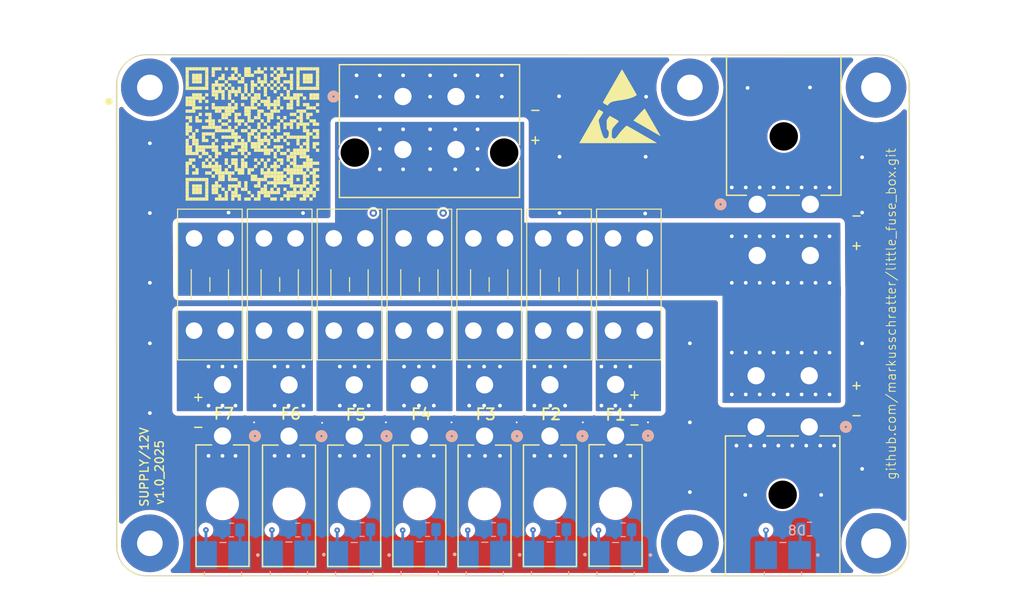
<source format=kicad_pcb>
(kicad_pcb (version 20221018) (generator pcbnew)
  (layers (0 "F.Cu" signal) (1 "In1.Cu" power "GND") (2 "In2.Cu" power "VCC") (31 "B.Cu" signal) (34 "B.Paste" user) (35 "F.Paste" user) (36 "B.SilkS" user "B.Silkscreen") (37 "F.SilkS" user "F.Silkscreen") (38 "B.Mask" user) (39 "F.Mask" user) (44 "Edge.Cuts" user))
  (net 0 "")
  (net 1 "GND")
  (net 2 "VCC")
  (net 3 "Net-(D1-Pad1)")
  (net 4 "Net-(D1-Pad2)")
  (net 5 "Net-(D2-Pad1)")
  (net 6 "Net-(D2-Pad2)")
  (net 7 "Net-(D3-Pad1)")
  (net 8 "Net-(D3-Pad2)")
  (net 9 "Net-(D4-Pad1)")
  (net 10 "Net-(D4-Pad2)")
  (net 11 "Net-(D5-Pad1)")
  (net 12 "Net-(D5-Pad2)")
  (net 13 "Net-(D6-Pad1)")
  (net 14 "Net-(D6-Pad2)")
  (net 15 "Net-(D7-Pad1)")
  (net 16 "Net-(D7-Pad2)")
  (net 17 "Net-(D8-Pad1)")
  (footprint "Fuse:Fuseholder_Blade_Mini_Keystone_3568" (layer "F.Cu") (at 49.146 -36.278 -90)
    (fp_text reference "F5" hide)
    (fp_text value "Keystone_3568" hide)
  )
  (footprint "39301020:CONN_5569-02A_MOL" (layer "F.Cu") (at 11.303 -15.0368)
    (fp_text reference "J11" hide)
    (fp_text value "39301020" hide)
  )
  (footprint "39301020:CONN_5569-02A_MOL" (layer "F.Cu") (at 53.5178 -15.0622)
    (fp_text reference "J3" hide)
    (fp_text value "39301020" hide)
  )
  (footprint "RASPBERRY_PI_4B_4GB:MODULE_RASPBERRY_PI_4B_4GB" (layer "F.Cu") (at 42.5 -28)
    (fp_text reference "U1" hide)
    (fp_text value "RASPBERRY_PI_4B_4GB")
  )
  (footprint "39301020:CONN_5569-02A_MOL" (layer "F.Cu") (at 32.446 -15.02005)
    (fp_text reference "J7" hide)
    (fp_text value "39301020" hide)
  )
  (footprint "39301020:CONN_5569-02A_MOL" (layer "F.Cu") (at 46.4693 -15.03045)
    (fp_text reference "J1" hide)
    (fp_text value "39301020" hide)
  )
  (footprint "Fuse:Fuseholder_Blade_Mini_Keystone_3568" (layer "F.Cu") (at 26.646 -36.278 -90)
    (fp_text reference "F4" hide)
    (fp_text value "Keystone_3568" hide)
  )
  (footprint "39301020:CONN_5569-02A_MOL" (layer "F.Cu") (at 25.446 -15.02005)
    (fp_text reference "J9" hide)
    (fp_text value "39301020" hide)
  )
  (footprint "Fuse:Fuseholder_Blade_Mini_Keystone_3568" (layer "F.Cu") (at 19.146 -36.278 -90)
    (fp_text reference "F6" hide)
    (fp_text value "Keystone_3568" hide)
  )
  (footprint "Symbol:ESD-Logo_8.9x8mm_SilkScreen" (layer "F.Cu") (at 54 -50.5)
    (fp_text reference "REF**" hide)
    (fp_text value "ESD-Logo_8.9x8mm_SilkScreen" hide)
  )
  (footprint "mega_fit:CONN_SD-76825-0100_04_MOL" (layer "F.Cu") (at 68.733398 -39.936449 180)
    (fp_text reference "J4" hide)
    (fp_text value "768250004")
  )
  (footprint "Fuse:Fuseholder_Blade_Mini_Keystone_3568" (layer "F.Cu") (at 41.646 -36.278 -90)
    (fp_text reference "F2" hide)
    (fp_text value "Keystone_3568" hide)
  )
  (footprint "39301020:CONN_5569-02A_MOL" (layer "F.Cu") (at 18.446 -15.02005)
    (fp_text reference "J10" hide)
    (fp_text value "39301020" hide)
  )
  (footprint "mega_fit:CONN_SD-76825-0100_04_MOL" (layer "F.Cu") (at 74.316602 -16.013551)
    (fp_text reference "J2" hide)
    (fp_text value "768250004")
  )
  (footprint "mega_fit_stehend:CONN_SD-76829-0100_04_MOL" (layer "F.Cu") (at 30.6832 -51.521604 180)
    (fp_text reference "J20" hide)
    (fp_text value "1720650004")
  )
  (footprint "39301020:CONN_5569-02A_MOL" (layer "F.Cu") (at 39.446 -15.02005)
    (fp_text reference "J6" hide)
    (fp_text value "39301020" hide)
  )
  (footprint "Fuse:Fuseholder_Blade_Mini_Keystone_3568" (layer "F.Cu") (at 11.646 -36.278 -90)
    (fp_text reference "F7" hide)
    (fp_text value "Keystone_3568" hide)
  )
  (footprint "Fuse:Fuseholder_Blade_Mini_Keystone_3568" (layer "F.Cu") (at 56.646 -36.278 -90)
    (fp_text reference "F1" hide)
    (fp_text value "Keystone_3568" hide)
  )
  (footprint "Fuse:Fuseholder_Blade_Mini_Keystone_3568" (layer "F.Cu") (at 34.146 -36.278 -90)
    (fp_text reference "F3" hide)
    (fp_text value "Keystone_3568" hide)
  )
  (footprint "LS_A67K-J1L2-1-0-2-R33-Z:LED_LS_A67K-J1L2-1-0-2-R33-Z" (layer "B.Cu") (at 32.4828 -2.3114 180)
    (fp_text reference "D4" hide)
    (fp_text value "LS_A67K-J1L2-1-0-2-R33-Z")
  )
  (footprint "Resistor_SMD:R_0805_2012Metric" (layer "B.Cu") (at 26.289 -4.9784 180)
    (fp_text reference "R6" hide)
    (fp_text value "10k")
  )
  (footprint "Resistor_SMD:R_0805_2012Metric" (layer "B.Cu") (at 54.3306 -4.953 180)
    (fp_text reference "R2" hide)
    (fp_text value "10k")
  )
  (footprint "LS_A67K-J1L2-1-0-2-R33-Z:LED_LS_A67K-J1L2-1-0-2-R33-Z" (layer "B.Cu") (at 11.35 -2.2352 180)
    (fp_text reference "D7" hide)
    (fp_text value "LS_A67K-J1L2-1-0-2-R33-Z")
  )
  (footprint "Resistor_SMD:R_0805_2012Metric" (layer "B.Cu") (at 12.2682 -4.9276 180)
    (fp_text reference "R8" hide)
    (fp_text value "10k")
  )
  (footprint "LS_A67K-J1L2-1-0-2-R33-Z:LED_LS_A67K-J1L2-1-0-2-R33-Z" (layer "B.Cu") (at 46.482 -2.286 180)
    (fp_text reference "D2" hide)
    (fp_text value "LS_A67K-J1L2-1-0-2-R33-Z")
  )
  (footprint "Resistor_SMD:R_0805_2012Metric" (layer "B.Cu") (at 74.3458 -5.0292)
    (fp_text reference "R5" hide)
    (fp_text value "10k")
  )
  (footprint "LS_A67K-J1L2-1-0-2-R33-Z:LED_LS_A67K-J1L2-1-0-2-R33-Z" (layer "B.Cu") (at 18.4366 -2.286 180)
    (fp_text reference "D6" hide)
    (fp_text value "LS_A67K-J1L2-1-0-2-R33-Z")
  )
  (footprint "LS_A67K-J1L2-1-0-2-R33-Z:LED_LS_A67K-J1L2-1-0-2-R33-Z" (layer "B.Cu") (at 39.4716 -2.2606 180)
    (fp_text reference "D3" hide)
    (fp_text value "LS_A67K-J1L2-1-0-2-R33-Z")
  )
  (footprint "LS_A67K-J1L2-1-0-2-R33-Z:LED_LS_A67K-J1L2-1-0-2-R33-Z" (layer "B.Cu") (at 71.4972 -2.2352 180)
    (fp_text reference "D8")
    (fp_text value "LS_A67K-J1L2-1-0-2-R33-Z")
  )
  (footprint "LS_A67K-J1L2-1-0-2-R33-Z:LED_LS_A67K-J1L2-1-0-2-R33-Z" (layer "B.Cu") (at 25.447 -2.2352 180)
    (fp_text reference "D5" hide)
    (fp_text value "LS_A67K-J1L2-1-0-2-R33-Z")
  )
  (footprint "Resistor_SMD:R_0805_2012Metric" (layer "B.Cu") (at 19.3802 -4.9276 180)
    (fp_text reference "R7" hide)
    (fp_text value "10k")
  )
  (footprint "Resistor_SMD:R_0805_2012Metric" (layer "B.Cu") (at 33.3248 -4.9784 180)
    (fp_text reference "R4" hide)
    (fp_text value "10k")
  )
  (footprint "Resistor_SMD:R_0805_2012Metric" (layer "B.Cu") (at 47.3202 -4.9784 180)
    (fp_text reference "R1" hide)
    (fp_text value "10k")
  )
  (footprint "LS_A67K-J1L2-1-0-2-R33-Z:LED_LS_A67K-J1L2-1-0-2-R33-Z" (layer "B.Cu") (at 53.5178 -2.2352 180)
    (fp_text reference "D1" hide)
    (fp_text value "LS_A67K-J1L2-1-0-2-R33-Z")
  )
  (footprint "Resistor_SMD:R_0805_2012Metric" (layer "B.Cu") (at 40.4114 -4.9784 180)
    (fp_text reference "R3" hide)
    (fp_text value "10k")
  )
  (gr_poly (pts (xy 15.0368 -50.828799) (xy 14.6868 -50.828799) (xy 14.6868 -51.178799) (xy 15.0368 -51.178799)) (fill solid) (layer "F.SilkS"))
  (gr_poly (pts (xy 8.386801 -45.228799) (xy 8.036801 -45.228799) (xy 8.036801 -45.578799) (xy 8.386801 -45.578799)) (fill solid) (layer "F.SilkS"))
  (gr_poly (pts (xy 15.7368 -52.928799) (xy 15.3868 -52.928799) (xy 15.3868 -53.278799) (xy 15.7368 -53.278799)) (fill solid) (layer "F.SilkS"))
  (gr_poly (pts (xy 8.736801 -41.7288) (xy 8.386801 -41.7288) (xy 8.386801 -42.0788) (xy 8.736801 -42.0788)) (fill solid) (layer "F.SilkS"))
  (gr_poly (pts (xy 11.886801 -40.6788) (xy 11.536801 -40.6788) (xy 11.536801 -41.0288) (xy 11.886801 -41.0288)) (fill solid) (layer "F.SilkS"))
  (gr_poly (pts (xy 13.9868 -53.978799) (xy 13.6368 -53.978799) (xy 13.6368 -54.328799) (xy 13.9868 -54.328799)) (fill solid) (layer "F.SilkS"))
  (gr_poly (pts (xy 12.9368 -42.4288) (xy 12.5868 -42.4288) (xy 12.5868 -42.7788) (xy 12.9368 -42.7788)) (fill solid) (layer "F.SilkS"))
  (gr_poly (pts (xy 9.7868 -51.528799) (xy 9.436801 -51.528799) (xy 9.436801 -51.878799) (xy 9.7868 -51.878799)) (fill solid) (layer "F.SilkS"))
  (gr_poly (pts (xy 9.436801 -46.9788) (xy 9.086801 -46.9788) (xy 9.086801 -47.3288) (xy 9.436801 -47.3288)) (fill solid) (layer "F.SilkS"))
  (gr_poly (pts (xy 13.9868 -40.3288) (xy 13.6368 -40.3288) (xy 13.6368 -40.6788) (xy 13.9868 -40.6788)) (fill solid) (layer "F.SilkS"))
  (gr_poly (pts (xy 10.486801 -43.478799) (xy 10.136801 -43.478799) (xy 10.136801 -43.828799) (xy 10.486801 -43.828799)) (fill solid) (layer "F.SilkS"))
  (gr_poly (pts (xy 10.836801 -52.928799) (xy 10.486801 -52.928799) (xy 10.486801 -53.278799) (xy 10.836801 -53.278799)) (fill solid) (layer "F.SilkS"))
  (gr_poly (pts (xy 17.136801 -53.278799) (xy 16.786801 -53.278799) (xy 16.786801 -53.628799) (xy 17.136801 -53.628799)) (fill solid) (layer "F.SilkS"))
  (gr_poly (pts (xy 19.5868 -48.0288) (xy 19.2368 -48.0288) (xy 19.2368 -48.3788) (xy 19.5868 -48.3788)) (fill solid) (layer "F.SilkS"))
  (gr_poly (pts (xy 9.7868 -42.078799) (xy 9.436801 -42.078799) (xy 9.436801 -42.428799) (xy 9.7868 -42.428799)) (fill solid) (layer "F.SilkS"))
  (gr_poly (pts (xy 12.2368 -51.528799) (xy 11.886801 -51.528799) (xy 11.886801 -51.878799) (xy 12.2368 -51.878799)) (fill solid) (layer "F.SilkS"))
  (gr_poly (pts (xy 19.936801 -48.3788) (xy 19.586801 -48.3788) (xy 19.586801 -48.7288) (xy 19.936801 -48.7288)) (fill solid) (layer "F.SilkS"))
  (gr_poly (pts (xy 18.536801 -46.9788) (xy 18.186801 -46.9788) (xy 18.186801 -47.3288) (xy 18.536801 -47.3288)) (fill solid) (layer "F.SilkS"))
  (gr_poly (pts (xy 20.6368 -44.528799) (xy 20.286801 -44.528799) (xy 20.286801 -44.878799) (xy 20.6368 -44.878799)) (fill solid) (layer "F.SilkS"))
  (gr_poly (pts (xy 21.3368 -46.2788) (xy 20.9868 -46.2788) (xy 20.9868 -46.6288) (xy 21.3368 -46.6288)) (fill solid) (layer "F.SilkS"))
  (gr_poly (pts (xy 13.2868 -52.2288) (xy 12.9368 -52.2288) (xy 12.9368 -52.578799) (xy 13.2868 -52.578799)) (fill solid) (layer "F.SilkS"))
  (gr_poly (pts (xy 18.8868 -52.578799) (xy 18.5368 -52.578799) (xy 18.5368 -52.928799) (xy 18.8868 -52.928799)) (fill solid) (layer "F.SilkS"))
  (gr_poly (pts (xy 15.7368 -47.6788) (xy 15.3868 -47.6788) (xy 15.3868 -48.0288) (xy 15.7368 -48.0288)) (fill solid) (layer "F.SilkS"))
  (gr_poly (pts (xy 16.086801 -50.478799) (xy 15.736802 -50.478799) (xy 15.736802 -50.828799) (xy 16.086801 -50.828799)) (fill solid) (layer "F.SilkS"))
  (gr_poly (pts (xy 18.8868 -41.0288) (xy 18.5368 -41.0288) (xy 18.5368 -41.3788) (xy 18.8868 -41.3788)) (fill solid) (layer "F.SilkS"))
  (gr_poly (pts (xy 7.686801 -41.0288) (xy 7.336801 -41.0288) (xy 7.336801 -41.3788) (xy 7.686801 -41.3788)) (fill solid) (layer "F.SilkS"))
  (gr_poly (pts (xy 17.486801 -53.628799) (xy 17.136801 -53.628799) (xy 17.136801 -53.978799) (xy 17.486801 -53.978799)) (fill solid) (layer "F.SilkS"))
  (gr_poly (pts (xy 14.3368 -49.7788) (xy 13.9868 -49.7788) (xy 13.9868 -50.128799) (xy 14.3368 -50.128799)) (fill solid) (layer "F.SilkS"))
  (gr_poly (pts (xy 21.6868 -42.078799) (xy 21.3368 -42.078799) (xy 21.3368 -42.428799) (xy 21.6868 -42.428799)) (fill solid) (layer "F.SilkS"))
  (gr_poly (pts (xy 16.086801 -44.178799) (xy 15.736802 -44.178799) (xy 15.736802 -44.528799) (xy 16.086801 -44.528799)) (fill solid) (layer "F.SilkS"))
  (gr_poly (pts (xy 21.3368 -42.4288) (xy 20.9868 -42.4288) (xy 20.9868 -42.7788) (xy 21.3368 -42.7788)) (fill solid) (layer "F.SilkS"))
  (gr_poly (pts (xy 11.536801 -40.3288) (xy 11.186801 -40.3288) (xy 11.186801 -40.6788) (xy 11.536801 -40.6788)) (fill solid) (layer "F.SilkS"))
  (gr_poly (pts (xy 13.6368 -45.228799) (xy 13.2868 -45.228799) (xy 13.2868 -45.578799) (xy 13.6368 -45.578799)) (fill solid) (layer "F.SilkS"))
  (gr_poly (pts (xy 16.436801 -50.828799) (xy 16.086801 -50.828799) (xy 16.086801 -51.178799) (xy 16.436801 -51.178799)) (fill solid) (layer "F.SilkS"))
  (gr_poly (pts (xy 17.486801 -49.7788) (xy 17.136801 -49.7788) (xy 17.136801 -50.128799) (xy 17.486801 -50.128799)) (fill solid) (layer "F.SilkS"))
  (gr_poly (pts (xy 15.3868 -44.178799) (xy 15.0368 -44.178799) (xy 15.0368 -44.528799) (xy 15.3868 -44.528799)) (fill solid) (layer "F.SilkS"))
  (gr_poly (pts (xy 16.436801 -45.228799) (xy 16.086801 -45.228799) (xy 16.086801 -45.578799) (xy 16.436801 -45.578799)) (fill solid) (layer "F.SilkS"))
  (gr_poly (pts (xy 15.3868 -47.3288) (xy 15.0368 -47.3288) (xy 15.0368 -47.678799) (xy 15.3868 -47.678799)) (fill solid) (layer "F.SilkS"))
  (gr_poly (pts (xy 19.936801 -46.9788) (xy 19.586801 -46.9788) (xy 19.586801 -47.3288) (xy 19.936801 -47.3288)) (fill solid) (layer "F.SilkS"))
  (gr_poly (pts (xy 17.486801 -42.4288) (xy 17.136801 -42.4288) (xy 17.136801 -42.7788) (xy 17.486801 -42.7788)) (fill solid) (layer "F.SilkS"))
  (gr_poly (pts (xy 18.8868 -42.778799) (xy 18.5368 -42.778799) (xy 18.5368 -43.128799) (xy 18.8868 -43.128799)) (fill solid) (layer "F.SilkS"))
  (gr_poly (pts (xy 7.686801 -54.328799) (xy 7.336801 -54.328799) (xy 7.336801 -54.678799) (xy 7.686801 -54.678799)) (fill solid) (layer "F.SilkS"))
  (gr_poly (pts (xy 16.086801 -43.1288) (xy 15.736802 -43.1288) (xy 15.736802 -43.4788) (xy 16.086801 -43.4788)) (fill solid) (layer "F.SilkS"))
  (gr_poly (pts (xy 19.236801 -48.7288) (xy 18.886801 -48.7288) (xy 18.886801 -49.0788) (xy 19.236801 -49.0788)) (fill solid) (layer "F.SilkS"))
  (gr_poly (pts (xy 11.186801 -40.6788) (xy 10.836801 -40.6788) (xy 10.836801 -41.0288) (xy 11.186801 -41.0288)) (fill solid) (layer "F.SilkS"))
  (gr_poly (pts (xy 11.186801 -50.128799) (xy 10.836801 -50.128799) (xy 10.836801 -50.478799) (xy 11.186801 -50.478799)) (fill solid) (layer "F.SilkS"))
  (gr_poly (pts (xy 18.536801 -42.4288) (xy 18.186801 -42.4288) (xy 18.186801 -42.7788) (xy 18.536801 -42.7788)) (fill solid) (layer "F.SilkS"))
  (gr_poly (pts (xy 9.436801 -51.178799) (xy 9.086801 -51.178799) (xy 9.086801 -51.528799) (xy 9.436801 -51.528799)) (fill solid) (layer "F.SilkS"))
  (gr_poly (pts (xy 16.436801 -47.6788) (xy 16.086801 -47.6788) (xy 16.086801 -48.0288) (xy 16.436801 -48.0288)) (fill solid) (layer "F.SilkS"))
  (gr_poly (pts (xy 14.3368 -49.0788) (xy 13.9868 -49.0788) (xy 13.9868 -49.4288) (xy 14.3368 -49.4288)) (fill solid) (layer "F.SilkS"))
  (gr_poly (pts (xy 13.9868 -51.178799) (xy 13.6368 -51.178799) (xy 13.6368 -51.528799) (xy 13.9868 -51.528799)) (fill solid) (layer "F.SilkS"))
  (gr_poly (pts (xy 18.536801 -48.3788) (xy 18.186801 -48.3788) (xy 18.186801 -48.7288) (xy 18.536801 -48.7288)) (fill solid) (layer "F.SilkS"))
  (gr_poly (pts (xy 16.086801 -51.528799) (xy 15.736802 -51.528799) (xy 15.736802 -51.878799) (xy 16.086801 -51.878799)) (fill solid) (layer "F.SilkS"))
  (gr_poly (pts (xy 13.2868 -43.478799) (xy 12.9368 -43.478799) (xy 12.9368 -43.828799) (xy 13.2868 -43.828799)) (fill solid) (layer "F.SilkS"))
  (gr_poly (pts (xy 12.9368 -43.8288) (xy 12.5868 -43.8288) (xy 12.5868 -44.178799) (xy 12.9368 -44.178799)) (fill solid) (layer "F.SilkS"))
  (gr_poly (pts (xy 9.436801 -45.928799) (xy 9.086801 -45.928799) (xy 9.086801 -46.278798) (xy 9.436801 -46.278798)) (fill solid) (layer "F.SilkS"))
  (gr_poly (pts (xy 19.236801 -40.6788) (xy 18.886801 -40.6788) (xy 18.886801 -41.0288) (xy 19.236801 -41.0288)) (fill solid) (layer "F.SilkS"))
  (gr_poly (pts (xy 11.536801 -53.628799) (xy 11.186801 -53.628799) (xy 11.186801 -53.978799) (xy 11.536801 -53.978799)) (fill solid) (layer "F.SilkS"))
  (gr_poly (pts (xy 15.0368 -45.928799) (xy 14.6868 -45.928799) (xy 14.6868 -46.278798) (xy 15.0368 -46.278798)) (fill solid) (layer "F.SilkS"))
  (gr_poly (pts (xy 10.836801 -49.7788) (xy 10.486801 -49.7788) (xy 10.486801 -50.128799) (xy 10.836801 -50.128799)) (fill solid) (layer "F.SilkS"))
  (gr_poly (pts (xy 18.8868 -50.478799) (xy 18.5368 -50.478799) (xy 18.5368 -50.828799) (xy 18.8868 -50.828799)) (fill solid) (layer "F.SilkS"))
  (gr_poly (pts (xy 10.486801 -43.8288) (xy 10.136801 -43.8288) (xy 10.136801 -44.178799) (xy 10.486801 -44.178799)) (fill solid) (layer "F.SilkS"))
  (gr_poly (pts (xy 18.536801 -46.2788) (xy 18.186801 -46.2788) (xy 18.186801 -46.6288) (xy 18.536801 -46.6288)) (fill solid) (layer "F.SilkS"))
  (gr_poly (pts (xy 19.236801 -43.1288) (xy 18.886801 -43.1288) (xy 18.886801 -43.4788) (xy 19.236801 -43.4788)) (fill solid) (layer "F.SilkS"))
  (gr_poly (pts (xy 20.2868 -49.7788) (xy 19.9368 -49.7788) (xy 19.9368 -50.128799) (xy 20.2868 -50.128799)) (fill solid) (layer "F.SilkS"))
  (gr_poly (pts (xy 8.736801 -52.2288) (xy 8.386801 -52.2288) (xy 8.386801 -52.578799) (xy 8.736801 -52.578799)) (fill solid) (layer "F.SilkS"))
  (gr_poly (pts (xy 7.686801 -45.228799) (xy 7.336801 -45.228799) (xy 7.336801 -45.578799) (xy 7.686801 -45.578799)) (fill solid) (layer "F.SilkS"))
  (gr_poly (pts (xy 10.836801 -42.078799) (xy 10.486801 -42.078799) (xy 10.486801 -42.428799) (xy 10.836801 -42.428799)) (fill solid) (layer "F.SilkS"))
  (gr_poly (pts (xy 15.0368 -43.8288) (xy 14.6868 -43.8288) (xy 14.6868 -44.178799) (xy 15.0368 -44.178799)) (fill solid) (layer "F.SilkS"))
  (gr_poly (pts (xy 12.2368 -50.128799) (xy 11.886801 -50.128799) (xy 11.886801 -50.478799) (xy 12.2368 -50.478799)) (fill solid) (layer "F.SilkS"))
  (gr_poly (pts (xy 18.536801 -52.928799) (xy 18.186801 -52.928799) (xy 18.186801 -53.278799) (xy 18.536801 -53.278799)) (fill solid) (layer "F.SilkS"))
  (gr_poly (pts (xy 14.3368 -54.328799) (xy 13.9868 -54.328799) (xy 13.9868 -54.678799) (xy 14.3368 -54.678799)) (fill solid) (layer "F.SilkS"))
  (gr_poly (pts (xy 21.3368 -41.0288) (xy 20.9868 -41.0288) (xy 20.9868 -41.3788) (xy 21.3368 -41.3788)) (fill solid) (layer "F.SilkS"))
  (gr_poly (pts (xy 10.136801 -49.0788) (xy 9.786801 -49.0788) (xy 9.786801 -49.4288) (xy 10.136801 -49.4288)) (fill solid) (layer "F.SilkS"))
  (gr_poly (pts (xy 10.836801 -43.478799) (xy 10.486801 -43.478799) (xy 10.486801 -43.828799) (xy 10.836801 -43.828799)) (fill solid) (layer "F.SilkS"))
  (gr_poly (pts (xy 19.5868 -52.578799) (xy 19.2368 -52.578799) (xy 19.2368 -52.928799) (xy 19.5868 -52.928799)) (fill solid) (layer "F.SilkS"))
  (gr_poly (pts (xy 12.5868 -50.828799) (xy 12.2368 -50.828799) (xy 12.2368 -51.178799) (xy 12.5868 -51.178799)) (fill solid) (layer "F.SilkS"))
  (gr_poly (pts (xy 16.786801 -47.6788) (xy 16.436801 -47.6788) (xy 16.436801 -48.0288) (xy 16.786801 -48.0288)) (fill solid) (layer "F.SilkS"))
  (gr_poly (pts (xy 16.786801 -45.578799) (xy 16.436801 -45.578799) (xy 16.436801 -45.928799) (xy 16.786801 -45.928799)) (fill solid) (layer "F.SilkS"))
  (gr_poly (pts (xy 10.836801 -51.878799) (xy 10.486801 -51.878799) (xy 10.486801 -52.228799) (xy 10.836801 -52.228799)) (fill solid) (layer "F.SilkS"))
  (gr_poly (pts (xy 17.136801 -46.6288) (xy 16.786801 -46.6288) (xy 16.786801 -46.9788) (xy 17.136801 -46.9788)) (fill solid) (layer "F.SilkS"))
  (gr_poly (pts (xy 10.486801 -45.928799) (xy 10.136801 -45.928799) (xy 10.136801 -46.278798) (xy 10.486801 -46.278798)) (fill solid) (layer "F.SilkS"))
  (gr_poly (pts (xy 19.5868 -53.628799) (xy 19.2368 -53.628799) (xy 19.2368 -53.978799) (xy 19.5868 -53.978799)) (fill solid) (layer "F.SilkS"))
  (gr_poly (pts (xy 10.836801 -46.6288) (xy 10.486801 -46.6288) (xy 10.486801 -46.9788) (xy 10.836801 -46.9788)) (fill solid) (layer "F.SilkS"))
  (gr_poly (pts (xy 20.6368 -48.3788) (xy 20.286801 -48.3788) (xy 20.286801 -48.7288) (xy 20.6368 -48.7288)) (fill solid) (layer "F.SilkS"))
  (gr_poly (pts (xy 21.6868 -52.578799) (xy 21.3368 -52.578799) (xy 21.3368 -52.928799) (xy 21.6868 -52.928799)) (fill solid) (layer "F.SilkS"))
  (gr_poly (pts (xy 15.3868 -42.078799) (xy 15.0368 -42.078799) (xy 15.0368 -42.428799) (xy 15.3868 -42.428799)) (fill solid) (layer "F.SilkS"))
  (gr_poly (pts (xy 11.886801 -50.128799) (xy 11.536801 -50.128799) (xy 11.536801 -50.478799) (xy 11.886801 -50.478799)) (fill solid) (layer "F.SilkS"))
  (gr_poly (pts (xy 10.486801 -50.128799) (xy 10.136801 -50.128799) (xy 10.136801 -50.478799) (xy 10.486801 -50.478799)) (fill solid) (layer "F.SilkS"))
  (gr_poly (pts (xy 20.6368 -41.3788) (xy 20.286801 -41.3788) (xy 20.286801 -41.728799) (xy 20.6368 -41.728799)) (fill solid) (layer "F.SilkS"))
  (gr_poly (pts (xy 9.436801 -52.2288) (xy 9.086801 -52.2288) (xy 9.086801 -52.578799) (xy 9.436801 -52.578799)) (fill solid) (layer "F.SilkS"))
  (gr_poly (pts (xy 8.736801 -54.328799) (xy 8.386801 -54.328799) (xy 8.386801 -54.678799) (xy 8.736801 -54.678799)) (fill solid) (layer "F.SilkS"))
  (gr_poly (pts (xy 18.8868 -50.128799) (xy 18.5368 -50.128799) (xy 18.5368 -50.478799) (xy 18.8868 -50.478799)) (fill solid) (layer "F.SilkS"))
  (gr_poly (pts (xy 12.9368 -46.2788) (xy 12.5868 -46.2788) (xy 12.5868 -46.6288) (xy 12.9368 -46.6288)) (fill solid) (layer "F.SilkS"))
  (gr_poly (pts (xy 8.386801 -53.278799) (xy 8.036801 -53.278799) (xy 8.036801 -53.628799) (xy 8.386801 -53.628799)) (fill solid) (layer "F.SilkS"))
  (gr_poly (pts (xy 8.386801 -53.628799) (xy 8.036801 -53.628799) (xy 8.036801 -53.978799) (xy 8.386801 -53.978799)) (fill solid) (layer "F.SilkS"))
  (gr_poly (pts (xy 13.6368 -44.528799) (xy 13.2868 -44.528799) (xy 13.2868 -44.878799) (xy 13.6368 -44.878799)) (fill solid) (layer "F.SilkS"))
  (gr_poly (pts (xy 19.5868 -51.178799) (xy 19.2368 -51.178799) (xy 19.2368 -51.528799) (xy 19.5868 -51.528799)) (fill solid) (layer "F.SilkS"))
  (gr_poly (pts (xy 19.936801 -49.4288) (xy 19.586801 -49.4288) (xy 19.586801 -49.7788) (xy 19.936801 -49.7788)) (fill solid) (layer "F.SilkS"))
  (gr_poly (pts (xy 14.3368 -46.6288) (xy 13.9868 -46.6288) (xy 13.9868 -46.9788) (xy 14.3368 -46.9788)) (fill solid) (layer "F.SilkS"))
  (gr_poly (pts (xy 12.2368 -42.4288) (xy 11.886801 -42.4288) (xy 11.886801 -42.7788) (xy 12.2368 -42.7788)) (fill solid) (layer "F.SilkS"))
  (gr_poly (pts (xy 8.736801 -49.0788) (xy 8.386801 -49.0788) (xy 8.386801 -49.4288) (xy 8.736801 -49.4288)) (fill solid) (layer "F.SilkS"))
  (gr_poly (pts (xy 20.2868 -52.2288) (xy 19.9368 -52.2288) (xy 19.9368 -52.578799) (xy 20.2868 -52.578799)) (fill solid) (layer "F.SilkS"))
  (gr_poly (pts (xy 8.736801 -47.6788) (xy 8.386801 -47.6788) (xy 8.386801 -48.0288) (xy 8.736801 -48.0288)) (fill solid) (layer "F.SilkS"))
  (gr_poly (pts (xy 11.536801 -52.578799) (xy 11.186801 -52.578799) (xy 11.186801 -52.928799) (xy 11.536801 -52.928799)) (fill solid) (layer "F.SilkS"))
  (gr_poly (pts (xy 20.6368 -50.128799) (xy 20.286801 -50.128799) (xy 20.286801 -50.478799) (xy 20.6368 -50.478799)) (fill solid) (layer "F.SilkS"))
  (gr_poly (pts (xy 9.086801 -51.178799) (xy 8.736801 -51.178799) (xy 8.736801 -51.528799) (xy 9.086801 -51.528799)) (fill solid) (layer "F.SilkS"))
  (gr_poly (pts (xy 8.386801 -49.7788) (xy 8.036801 -49.7788) (xy 8.036801 -50.128799) (xy 8.386801 -50.128799)) (fill solid) (layer "F.SilkS"))
  (gr_poly (pts (xy 19.5868 -43.1288) (xy 19.2368 -43.1288) (xy 19.2368 -43.4788) (xy 19.5868 -43.4788)) (fill solid) (layer "F.SilkS"))
  (gr_poly (pts (xy 7.686801 -44.178799) (xy 7.336801 -44.178799) (xy 7.336801 -44.528799) (xy 7.686801 -44.528799)) (fill solid) (layer "F.SilkS"))
  (gr_poly (pts (xy 8.736801 -51.528799) (xy 8.386801 -51.528799) (xy 8.386801 -51.878799) (xy 8.736801 -51.878799)) (fill solid) (layer "F.SilkS"))
  (gr_poly (pts (xy 19.936801 -45.228799) (xy 19.586801 -45.228799) (xy 19.586801 -45.578799) (xy 19.936801 -45.578799)) (fill solid) (layer "F.SilkS"))
  (gr_poly (pts (xy 12.5868 -47.3288) (xy 12.2368 -47.3288) (xy 12.2368 -47.678799) (xy 12.5868 -47.678799)) (fill solid) (layer "F.SilkS"))
  (gr_poly (pts (xy 14.3368 -43.478799) (xy 13.9868 -43.478799) (xy 13.9868 -43.828799) (xy 14.3368 -43.828799)) (fill solid) (layer "F.SilkS"))
  (gr_poly (pts (xy 17.136801 -50.828799) (xy 16.786801 -50.828799) (xy 16.786801 -51.178799) (xy 17.136801 -51.178799)) (fill solid) (layer "F.SilkS"))
  (gr_poly (pts (xy 12.2368 -51.878799) (xy 11.886801 -51.878799) (xy 11.886801 -52.228799) (xy 12.2368 -52.228799)) (fill solid) (layer "F.SilkS"))
  (gr_poly (pts (xy 13.6368 -51.178799) (xy 13.2868 -51.178799) (xy 13.2868 -51.528799) (xy 13.6368 -51.528799)) (fill solid) (layer "F.SilkS"))
  (gr_poly (pts (xy 21.6868 -48.3788) (xy 21.3368 -48.3788) (xy 21.3368 -48.7288) (xy 21.6868 -48.7288)) (fill solid) (layer "F.SilkS"))
  (gr_poly (pts (xy 10.836801 -50.128799) (xy 10.486801 -50.128799) (xy 10.486801 -50.478799) (xy 10.836801 -50.478799)) (fill solid) (layer "F.SilkS"))
  (gr_poly (pts (xy 10.136801 -43.1288) (xy 9.786801 -43.1288) (xy 9.786801 -43.4788) (xy 10.136801 -43.4788)) (fill solid) (layer "F.SilkS"))
  (gr_poly (pts (xy 8.036801 -54.328799) (xy 7.686801 -54.328799) (xy 7.686801 -54.678799) (xy 8.036801 -54.678799)) (fill solid) (layer "F.SilkS"))
  (gr_poly (pts (xy 11.186801 -48.0288) (xy 10.836801 -48.0288) (xy 10.836801 -48.3788) (xy 11.186801 -48.3788)) (fill solid) (layer "F.SilkS"))
  (gr_poly (pts (xy 7.686801 -49.7788) (xy 7.336801 -49.7788) (xy 7.336801 -50.128799) (xy 7.686801 -50.128799)) (fill solid) (layer "F.SilkS"))
  (gr_poly (pts (xy 17.136801 -41.7288) (xy 16.786801 -41.7288) (xy 16.786801 -42.0788) (xy 17.136801 -42.0788)) (fill solid) (layer "F.SilkS"))
  (gr_poly (pts (xy 10.836801 -41.3788) (xy 10.486801 -41.3788) (xy 10.486801 -41.728799) (xy 10.836801 -41.728799)) (fill solid) (layer "F.SilkS"))
  (gr_poly (pts (xy 14.6868 -48.7288) (xy 14.336801 -48.7288) (xy 14.336801 -49.0788) (xy 14.6868 -49.0788)) (fill solid) (layer "F.SilkS"))
  (gr_poly (pts (xy 16.086801 -49.4288) (xy 15.736802 -49.4288) (xy 15.736802 -49.7788) (xy 16.086801 -49.7788)) (fill solid) (layer "F.SilkS"))
  (gr_poly (pts (xy 8.386801 -41.0288) (xy 8.036801 -41.0288) (xy 8.036801 -41.3788) (xy 8.386801 -41.3788)) (fill solid) (layer "F.SilkS"))
  (gr_poly (pts (xy 10.836801 -45.928799) (xy 10.486801 -45.928799) (xy 10.486801 -46.278798) (xy 10.836801 -46.278798)) (fill solid) (layer "F.SilkS"))
  (gr_poly (pts (xy 8.386801 -47.3288) (xy 8.036801 -47.3288) (xy 8.036801 -47.678799) (xy 8.386801 -47.678799)) (fill solid) (layer "F.SilkS"))
  (gr_poly (pts (xy 20.9868 -48.7288) (xy 20.6368 -48.7288) (xy 20.6368 -49.0788) (xy 20.9868 -49.0788)) (fill solid) (layer "F.SilkS"))
  (gr_poly (pts (xy 9.086801 -45.578799) (xy 8.736801 -45.578799) (xy 8.736801 -45.928799) (xy 9.086801 -45.928799)) (fill solid) (layer "F.SilkS"))
  (gr_poly (pts (xy 11.536801 -50.128799) (xy 11.186801 -50.128799) (xy 11.186801 -50.478799) (xy 11.536801 -50.478799)) (fill solid) (layer "F.SilkS"))
  (gr_poly (pts (xy 10.836801 -41.0288) (xy 10.486801 -41.0288) (xy 10.486801 -41.3788) (xy 10.836801 -41.3788)) (fill solid) (layer "F.SilkS"))
  (gr_poly (pts (xy 10.836801 -40.3288) (xy 10.486801 -40.3288) (xy 10.486801 -40.6788) (xy 10.836801 -40.6788)) (fill solid) (layer "F.SilkS"))
  (gr_poly (pts (xy 8.036801 -49.7788) (xy 7.686801 -49.7788) (xy 7.686801 -50.128799) (xy 8.036801 -50.128799)) (fill solid) (layer "F.SilkS"))
  (gr_poly (pts (xy 20.9868 -51.528799) (xy 20.6368 -51.528799) (xy 20.6368 -51.878799) (xy 20.9868 -51.878799)) (fill solid) (layer "F.SilkS"))
  (gr_poly (pts (xy 10.136801 -47.3288) (xy 9.786801 -47.3288) (xy 9.786801 -47.678799) (xy 10.136801 -47.678799)) (fill solid) (layer "F.SilkS"))
  (gr_poly (pts (xy 15.7368 -46.6288) (xy 15.3868 -46.6288) (xy 15.3868 -46.9788) (xy 15.7368 -46.9788)) (fill solid) (layer "F.SilkS"))
  (gr_poly (pts (xy 10.836801 -51.178799) (xy 10.486801 -51.178799) (xy 10.486801 -51.528799) (xy 10.836801 -51.528799)) (fill solid) (layer "F.SilkS"))
  (gr_poly (pts (xy 21.6868 -51.178799) (xy 21.3368 -51.178799) (xy 21.3368 -51.528799) (xy 21.6868 -51.528799)) (fill solid) (layer "F.SilkS"))
  (gr_poly (pts (xy 12.5868 -45.228799) (xy 12.2368 -45.228799) (xy 12.2368 -45.578799) (xy 12.5868 -45.578799)) (fill solid) (layer "F.SilkS"))
  (gr_poly (pts (xy 15.3868 -50.478799) (xy 15.0368 -50.478799) (xy 15.0368 -50.828799) (xy 15.3868 -50.828799)) (fill solid) (layer "F.SilkS"))
  (gr_poly (pts (xy 9.7868 -40.3288) (xy 9.436801 -40.3288) (xy 9.436801 -40.6788) (xy 9.7868 -40.6788)) (fill solid) (layer "F.SilkS"))
  (gr_poly (pts (xy 8.386801 -40.3288) (xy 8.036801 -40.3288) (xy 8.036801 -40.6788) (xy 8.386801 -40.6788)) (fill solid) (layer "F.SilkS"))
  (gr_poly (pts (xy 18.8868 -48.3788) (xy 18.5368 -48.3788) (xy 18.5368 -48.7288) (xy 18.8868 -48.7288)) (fill solid) (layer "F.SilkS"))
  (gr_poly (pts (xy 15.3868 -52.928799) (xy 15.0368 -52.928799) (xy 15.0368 -53.278799) (xy 15.3868 -53.278799)) (fill solid) (layer "F.SilkS"))
  (gr_poly (pts (xy 20.9868 -51.178799) (xy 20.6368 -51.178799) (xy 20.6368 -51.528799) (xy 20.9868 -51.528799)) (fill solid) (layer "F.SilkS"))
  (gr_poly (pts (xy 20.2868 -42.778799) (xy 19.9368 -42.778799) (xy 19.9368 -43.128799) (xy 20.2868 -43.128799)) (fill solid) (layer "F.SilkS"))
  (gr_poly (pts (xy 8.736801 -53.278799) (xy 8.386801 -53.278799) (xy 8.386801 -53.628799) (xy 8.736801 -53.628799)) (fill solid) (layer "F.SilkS"))
  (gr_poly (pts (xy 15.3868 -54.328799) (xy 15.0368 -54.328799) (xy 15.0368 -54.678799) (xy 15.3868 -54.678799)) (fill solid) (layer "F.SilkS"))
  (gr_poly (pts (xy 13.9868 -43.8288) (xy 13.6368 -43.8288) (xy 13.6368 -44.178799) (xy 13.9868 -44.178799)) (fill solid) (layer "F.SilkS"))
  (gr_poly (pts (xy 19.5868 -43.478799) (xy 19.2368 -43.478799) (xy 19.2368 -43.828799) (xy 19.5868 -43.828799)) (fill solid) (layer "F.SilkS"))
  (gr_poly (pts (xy 18.8868 -45.228799) (xy 18.5368 -45.228799) (xy 18.5368 -45.578799) (xy 18.8868 -45.578799)) (fill solid) (layer "F.SilkS"))
  (gr_poly (pts (xy 8.036801 -52.2288) (xy 7.686801 -52.2288) (xy 7.686801 -52.578799) (xy 8.036801 -52.578799)) (fill solid) (layer "F.SilkS"))
  (gr_poly (pts (xy 19.936801 -49.7788) (xy 19.586801 -49.7788) (xy 19.586801 -50.128799) (xy 19.936801 -50.128799)) (fill solid) (layer "F.SilkS"))
  (gr_poly (pts (xy 20.6368 -52.928799) (xy 20.286801 -52.928799) (xy 20.286801 -53.278799) (xy 20.6368 -53.278799)) (fill solid) (layer "F.SilkS"))
  (gr_poly (pts (xy 20.2868 -47.6788) (xy 19.9368 -47.6788) (xy 19.9368 -48.0288) (xy 20.2868 -48.0288)) (fill solid) (layer "F.SilkS"))
  (gr_poly (pts (xy 16.086801 -53.278799) (xy 15.736802 -53.278799) (xy 15.736802 -53.628799) (xy 16.086801 -53.628799)) (fill solid) (layer "F.SilkS"))
  (gr_poly (pts (xy 16.086801 -47.6788) (xy 15.736802 -47.6788) (xy 15.736802 -48.0288) (xy 16.086801 -48.0288)) (fill solid) (layer "F.SilkS"))
  (gr_poly (pts (xy 13.6368 -45.578799) (xy 13.2868 -45.578799) (xy 13.2868 -45.928799) (xy 13.6368 -45.928799)) (fill solid) (layer "F.SilkS"))
  (gr_poly (pts (xy 17.136801 -45.228799) (xy 16.786801 -45.228799) (xy 16.786801 -45.578799) (xy 17.136801 -45.578799)) (fill solid) (layer "F.SilkS"))
  (gr_poly (pts (xy 9.086801 -50.828799) (xy 8.736801 -50.828799) (xy 8.736801 -51.178799) (xy 9.086801 -51.178799)) (fill solid) (layer "F.SilkS"))
  (gr_poly (pts (xy 10.486801 -41.7288) (xy 10.136801 -41.7288) (xy 10.136801 -42.0788) (xy 10.486801 -42.0788)) (fill solid) (layer "F.SilkS"))
  (gr_poly (pts (xy 21.6868 -47.6788) (xy 21.3368 -47.6788) (xy 21.3368 -48.0288) (xy 21.6868 -48.0288)) (fill solid) (layer "F.SilkS"))
  (gr_poly (pts (xy 12.9368 -48.0288) (xy 12.5868 -48.0288) (xy 12.5868 -48.3788) (xy 12.9368 -48.3788)) (fill solid) (layer "F.SilkS"))
  (gr_poly (pts (xy 19.936801 -45.578799) (xy 19.586801 -45.578799) (xy 19.586801 -45.928799) (xy 19.936801 -45.928799)) (fill solid) (layer "F.SilkS"))
  (gr_poly (pts (xy 13.2868 -48.3788) (xy 12.9368 -48.3788) (xy 12.9368 -48.7288) (xy 13.2868 -48.7288)) (fill solid) (layer "F.SilkS"))
  (gr_poly (pts (xy 18.1868 -41.3788) (xy 17.836801 -41.3788) (xy 17.836801 -41.728799) (xy 18.1868 -41.728799)) (fill solid) (layer "F.SilkS"))
  (gr_poly (pts (xy 7.686801 -46.2788) (xy 7.336801 -46.2788) (xy 7.336801 -46.6288) (xy 7.686801 -46.6288)) (fill solid) (layer "F.SilkS"))
  (gr_poly (pts (xy 14.6868 -51.878799) (xy 14.336801 -51.878799) (xy 14.336801 -52.228799) (xy 14.6868 -52.228799)) (fill solid) (layer "F.SilkS"))
  (gr_poly (pts (xy 14.6868 -50.828799) (xy 14.336801 -50.828799) (xy 14.336801 -51.178799) (xy 14.6868 -51.178799)) (fill solid) (layer "F.SilkS"))
  (gr_poly (pts (xy 11.886801 -54.328799) (xy 11.536801 -54.328799) (xy 11.536801 -54.678799) (xy 11.886801 -54.678799)) (fill solid) (layer "F.SilkS"))
  (gr_poly (pts (xy 16.086801 -43.8288) (xy 15.736802 -43.8288) (xy 15.736802 -44.178799) (xy 16.086801 -44.178799)) (fill solid) (layer "F.SilkS"))
  (gr_poly (pts (xy 16.436801 -43.1288) (xy 16.086801 -43.1288) (xy 16.086801 -43.4788) (xy 16.436801 -43.4788)) (fill solid) (layer "F.SilkS"))
  (gr_poly (pts (xy 11.536801 -41.3788) (xy 11.186801 -41.3788) (xy 11.186801 -41.728799) (xy 11.536801 -41.728799)) (fill solid) (layer "F.SilkS"))
  (gr_poly (pts (xy 12.2368 -43.8288) (xy 11.886801 -43.8288) (xy 11.886801 -44.178799) (xy 12.2368 -44.178799)) (fill solid) (layer "F.SilkS"))
  (gr_poly (pts (xy 7.686801 -51.178799) (xy 7.336801 -51.178799) (xy 7.336801 -51.528799) (xy 7.686801 -51.528799)) (fill solid) (layer "F.SilkS"))
  (gr_poly (pts (xy 11.186801 -42.778799) (xy 10.836801 -42.778799) (xy 10.836801 -43.128799) (xy 11.186801 -43.128799)) (fill solid) (layer "F.SilkS"))
  (gr_poly (pts (xy 12.2368 -49.7788) (xy 11.886801 -49.7788) (xy 11.886801 -50.128799) (xy 12.2368 -50.128799)) (fill solid) (layer "F.SilkS"))
  (gr_poly (pts (xy 8.386801 -41.7288) (xy 8.036801 -41.7288) (xy 8.036801 -42.0788) (xy 8.386801 -42.0788)) (fill solid) (layer "F.SilkS"))
  (gr_poly (pts (xy 15.0368 -50.128799) (xy 14.6868 -50.128799) (xy 14.6868 -50.478799) (xy 15.0368 -50.478799)) (fill solid) (layer "F.SilkS"))
  (gr_poly (pts (xy 20.9868 -41.3788) (xy 20.6368 -41.3788) (xy 20.6368 -41.728799) (xy 20.9868 -41.728799)) (fill solid) (layer "F.SilkS"))
  (gr_poly (pts (xy 17.136801 -51.878799) (xy 16.786801 -51.878799) (xy 16.786801 -52.228799) (xy 17.136801 -52.228799)) (fill solid) (layer "F.SilkS"))
  (gr_poly (pts (xy 10.836801 -52.578799) (xy 10.486801 -52.578799) (xy 10.486801 -52.928799) (xy 10.836801 -52.928799)) (fill solid) (layer "F.SilkS"))
  (gr_poly (pts (xy 9.7868 -50.128799) (xy 9.436801 -50.128799) (xy 9.436801 -50.478799) (xy 9.7868 -50.478799)) (fill solid) (layer "F.SilkS"))
  (gr_poly (pts (xy 12.9368 -41.7288) (xy 12.5868 -41.7288) (xy 12.5868 -42.0788) (xy 12.9368 -42.0788)) (fill solid) (layer "F.SilkS"))
  (gr_poly (pts (xy 16.436801 -40.6788) (xy 16.086801 -40.6788) (xy 16.086801 -41.0288) (xy 16.436801 -41.0288)) (fill solid) (layer "F.SilkS"))
  (gr_poly (pts (xy 19.936801 -48.7288) (xy 19.586801 -48.7288) (xy 19.586801 -49.0788) (xy 19.936801 -49.0788)) (fill solid) (layer "F.SilkS"))
  (gr_poly (pts (xy 18.536801 -51.878799) (xy 18.186801 -51.878799) (xy 18.186801 -52.228799) (xy 18.536801 -52.228799)) (fill solid) (layer "F.SilkS"))
  (gr_poly (pts (xy 18.1868 -40.6788) (xy 17.836801 -40.6788) (xy 17.836801 -41.0288) (xy 18.1868 -41.0288)) (fill solid) (layer "F.SilkS"))
  (gr_poly (pts (xy 15.0368 -44.528799) (xy 14.6868 -44.528799) (xy 14.6868 -44.878799) (xy 15.0368 -44.878799)) (fill solid) (layer "F.SilkS"))
  (gr_poly (pts (xy 20.9868 -52.928799) (xy 20.6368 -52.928799) (xy 20.6368 -53.278799) (xy 20.9868 -53.278799)) (fill solid) (layer "F.SilkS"))
  (gr_poly (pts (xy 14.3368 -50.128799) (xy 13.9868 -50.128799) (xy 13.9868 -50.478799) (xy 14.3368 -50.478799)) (fill solid) (layer "F.SilkS"))
  (gr_poly (pts (xy 14.3368 -48.7288) (xy 13.9868 -48.7288) (xy 13.9868 -49.0788) (xy 14.3368 -49.0788)) (fill solid) (layer "F.SilkS"))
  (gr_poly (pts (xy 11.186801 -43.1288) (xy 10.836801 -43.1288) (xy 10.836801 -43.4788) (xy 11.186801 -43.4788)) (fill solid) (layer "F.SilkS"))
  (gr_poly (pts (xy 17.486801 -46.9788) (xy 17.136801 -46.9788) (xy 17.136801 -47.3288) (xy 17.486801 -47.3288)) (fill solid) (layer "F.SilkS"))
  (gr_poly (pts (xy 9.436801 -45.578799) (xy 9.086801 -45.578799) (xy 9.086801 -45.928799) (xy 9.436801 -45.928799)) (fill solid) (layer "F.SilkS"))
  (gr_poly (pts (xy 11.886801 -49.0788) (xy 11.536801 -49.0788) (xy 11.536801 -49.4288) (xy 11.886801 -49.4288)) (fill solid) (layer "F.SilkS"))
  (gr_poly (pts (xy 9.7868 -43.1288) (xy 9.436801 -43.1288) (xy 9.436801 -43.4788) (xy 9.7868 -43.4788)) (fill solid) (layer "F.SilkS"))
  (gr_poly (pts (xy 16.786801 -43.8288) (xy 16.436801 -43.8288) (xy 16.436801 -44.178799) (xy 16.786801 -44.178799)) (fill solid) (layer "F.SilkS"))
  (gr_poly (pts (xy 16.786801 -50.478799) (xy 16.436801 -50.478799) (xy 16.436801 -50.828799) (xy 16.786801 -50.828799)) (fill solid) (layer "F.SilkS"))
  (gr_poly (pts (xy 9.7868 -49.4288) (xy 9.436801 -49.4288) (xy 9.436801 -49.7788) (xy 9.7868 -49.7788)) (fill solid) (layer "F.SilkS"))
  (gr_poly (pts (xy 20.9868 -43.8288) (xy 20.6368 -43.8288) (xy 20.6368 -44.178799) (xy 20.9868 -44.178799)) (fill solid) (layer "F.SilkS"))
  (gr_poly (pts (xy 19.236801 -44.528799) (xy 18.886801 -44.528799) (xy 18.886801 -44.878799) (xy 19.236801 -44.878799)) (fill solid) (layer "F.SilkS"))
  (gr_poly (pts (xy 18.536801 -41.0288) (xy 18.186801 -41.0288) (xy 18.186801 -41.3788) (xy 18.536801 -41.3788)) (fill solid) (layer "F.SilkS"))
  (gr_poly (pts (xy 11.186801 -45.228799) (xy 10.836801 -45.228799) (xy 10.836801 -45.578799) (xy 11.186801 -45.578799)) (fill solid) (layer "F.SilkS"))
  (gr_poly (pts (xy 11.886801 -49.4288) (xy 11.536801 -49.4288) (xy 11.536801 -49.7788) (xy 11.886801 -49.7788)) (fill solid) (layer "F.SilkS"))
  (gr_poly (pts (xy 16.436801 -46.2788) (xy 16.086801 -46.2788) (xy 16.086801 -46.6288) (xy 16.436801 -46.6288)) (fill solid) (layer "F.SilkS"))
  (gr_poly (pts (xy 8.036801 -44.528799) (xy 7.686801 -44.528799) (xy 7.686801 -44.878799) (xy 8.036801 -44.878799)) (fill solid) (layer "F.SilkS"))
  (gr_poly (pts (xy 13.9868 -52.578799) (xy 13.6368 -52.578799) (xy 13.6368 -52.928799) (xy 13.9868 -52.928799)) (fill solid) (layer "F.SilkS"))
  (gr_poly (pts (xy 9.7868 -53.628799) (xy 9.436801 -53.628799) (xy 9.436801 -53.978799) (xy 9.7868 -53.978799)) (fill solid) (layer "F.SilkS"))
  (gr_poly (pts (xy 16.086801 -41.0288) (xy 15.736802 -41.0288) (xy 15.736802 -41.3788) (xy 16.086801 -41.3788)) (fill solid) (layer "F.SilkS"))
  (gr_poly (pts (xy 9.7868 -44.528799) (xy 9.436801 -44.528799) (xy 9.436801 -44.878799) (xy 9.7868 -44.878799)) (fill solid) (layer "F.SilkS"))
  (gr_poly (pts (xy 21.3368 -46.9788) (xy 20.9868 -46.9788) (xy 20.9868 -47.3288) (xy 21.3368 -47.3288)) (fill solid) (layer "F.SilkS"))
  (gr_poly (pts (xy 20.6368 -46.6288) (xy 20.286801 -46.6288) (xy 20.286801 -46.9788) (xy 20.6368 -46.9788)) (fill solid) (layer "F.SilkS"))
  (gr_poly (pts (xy 18.536801 -50.478799) (xy 18.186801 -50.478799) (xy 18.186801 -50.828799) (xy 18.536801 -50.828799)) (fill solid) (layer "F.SilkS"))
  (gr_poly (pts (xy 11.536801 -48.3788) (xy 11.186801 -48.3788) (xy 11.186801 -48.7288) (xy 11.536801 -48.7288)) (fill solid) (layer "F.SilkS"))
  (gr_poly (pts (xy 10.486801 -54.328799) (xy 10.136801 -54.328799) (xy 10.136801 -54.678799) (xy 10.486801 -54.678799)) (fill solid) (layer "F.SilkS"))
  (gr_poly (pts (xy 12.9368 -48.7288) (xy 12.5868 -48.7288) (xy 12.5868 -49.0788) (xy 12.9368 -49.0788)) (fill solid) (layer "F.SilkS"))
  (gr_poly (pts (xy 10.136801 -48.0288) (xy 9.786801 -48.0288) (xy 9.786801 -48.3788) (xy 10.136801 -48.3788)) (fill solid) (layer "F.SilkS"))
  (gr_poly (pts (xy 15.7368 -41.3788) (xy 15.3868 -41.3788) (xy 15.3868 -41.728799) (xy 15.7368 -41.728799)) (fill solid) (layer "F.SilkS"))
  (gr_poly (pts (xy 8.386801 -50.128799) (xy 8.036801 -50.128799) (xy 8.036801 -50.478799) (xy 8.386801 -50.478799)) (fill solid) (layer "F.SilkS"))
  (gr_poly (pts (xy 7.686801 -53.978799) (xy 7.336801 -53.978799) (xy 7.336801 -54.328799) (xy 7.686801 -54.328799)) (fill solid) (layer "F.SilkS"))
  (gr_poly (pts (xy 19.5868 -41.0288) (xy 19.2368 -41.0288) (xy 19.2368 -41.3788) (xy 19.5868 -41.3788)) (fill solid) (layer "F.SilkS"))
  (gr_poly (pts (xy 20.2868 -54.328799) (xy 19.9368 -54.328799) (xy 19.9368 -54.678799) (xy 20.2868 -54.678799)) (fill solid) (layer "F.SilkS"))
  (gr_poly (pts (xy 18.8868 -50.828799) (xy 18.5368 -50.828799) (xy 18.5368 -51.178799) (xy 18.8868 -51.178799)) (fill solid) (layer "F.SilkS"))
  (gr_poly (pts (xy 8.386801 -44.528799) (xy 8.036801 -44.528799) (xy 8.036801 -44.878799) (xy 8.386801 -44.878799)) (fill solid) (layer "F.SilkS"))
  (gr_poly (pts (xy 17.486801 -42.078799) (xy 17.136801 -42.078799) (xy 17.136801 -42.428799) (xy 17.486801 -42.428799)) (fill solid) (layer "F.SilkS"))
  (gr_poly (pts (xy 18.536801 -50.128799) (xy 18.186801 -50.128799) (xy 18.186801 -50.478799) (xy 18.536801 -50.478799)) (fill solid) (layer "F.SilkS"))
  (gr_poly (pts (xy 15.3868 -42.4288) (xy 15.0368 -42.4288) (xy 15.0368 -42.7788) (xy 15.3868 -42.7788)) (fill solid) (layer "F.SilkS"))
  (gr_poly (pts (xy 14.6868 -42.778799) (xy 14.336801 -42.778799) (xy 14.336801 -43.128799) (xy 14.6868 -43.128799)) (fill solid) (layer "F.SilkS"))
  (gr_poly (pts (xy 20.9868 -40.3288) (xy 20.6368 -40.3288) (xy 20.6368 -40.6788) (xy 20.9868 -40.6788)) (fill solid) (layer "F.SilkS"))
  (gr_poly (pts (xy 8.036801 -48.0288) (xy 7.686801 -48.0288) (xy 7.686801 -48.3788) (xy 8.036801 -48.3788)) (fill solid) (layer "F.SilkS"))
  (gr_poly (pts (xy 19.236801 -49.4288) (xy 18.886801 -49.4288) (xy 18.886801 -49.7788) (xy 19.236801 -49.7788)) (fill solid) (layer "F.SilkS"))
  (gr_poly (pts (xy 13.6368 -51.528799) (xy 13.2868 -51.528799) (xy 13.2868 -51.878799) (xy 13.6368 -51.878799)) (fill solid) (layer "F.SilkS"))
  (gr_poly (pts (xy 8.036801 -50.828799) (xy 7.686801 -50.828799) (xy 7.686801 -51.178799) (xy 8.036801 -51.178799)) (fill solid) (layer "F.SilkS"))
  (gr_poly (pts (xy 12.5868 -49.7788) (xy 12.2368 -49.7788) (xy 12.2368 -50.128799) (xy 12.5868 -50.128799)) (fill solid) (layer "F.SilkS"))
  (gr_poly (pts (xy 17.486801 -50.478799) (xy 17.136801 -50.478799) (xy 17.136801 -50.828799) (xy 17.486801 -50.828799)) (fill solid) (layer "F.SilkS"))
  (gr_poly (pts (xy 18.8868 -44.878799) (xy 18.5368 -44.878799) (xy 18.5368 -45.228799) (xy 18.8868 -45.228799)) (fill solid) (layer "F.SilkS"))
  (gr_poly (pts (xy 13.6368 -52.928799) (xy 13.2868 -52.928799) (xy 13.2868 -53.278799) (xy 13.6368 -53.278799)) (fill solid) (layer "F.SilkS"))
  (gr_poly (pts (xy 20.9868 -41.0288) (xy 20.6368 -41.0288) (xy 20.6368 -41.3788) (xy 20.9868 -41.3788)) (fill solid) (layer "F.SilkS"))
  (gr_poly (pts (xy 15.0368 -51.528799) (xy 14.6868 -51.528799) (xy 14.6868 -51.878799) (xy 15.0368 -51.878799)) (fill solid) (layer "F.SilkS"))
  (gr_poly (pts (xy 7.686801 -50.478799) (xy 7.336801 -50.478799) (xy 7.336801 -50.828799) (xy 7.686801 -50.828799)) (fill solid) (layer "F.SilkS"))
  (gr_poly (pts (xy 21.6868 -46.9788) (xy 21.3368 -46.9788) (xy 21.3368 -47.3288) (xy 21.6868 -47.3288)) (fill solid) (layer "F.SilkS"))
  (gr_poly (pts (xy 12.2368 -48.7288) (xy 11.886801 -48.7288) (xy 11.886801 -49.0788) (xy 12.2368 -49.0788)) (fill solid) (layer "F.SilkS"))
  (gr_poly (pts (xy 17.836801 -51.528799) (xy 17.486801 -51.528799) (xy 17.486801 -51.878799) (xy 17.836801 -51.878799)) (fill solid) (layer "F.SilkS"))
  (gr_poly (pts (xy 8.736801 -41.3788) (xy 8.386801 -41.3788) (xy 8.386801 -41.728799) (xy 8.736801 -41.728799)) (fill solid) (layer "F.SilkS"))
  (gr_poly (pts (xy 16.786801 -52.2288) (xy 16.436801 -52.2288) (xy 16.436801 -52.578799) (xy 16.786801 -52.578799)) (fill solid) (layer "F.SilkS"))
  (gr_poly (pts (xy 19.5868 -46.2788) (xy 19.2368 -46.2788) (xy 19.2368 -46.6288) (xy 19.5868 -46.6288)) (fill solid) (layer "F.SilkS"))
  (gr_poly (pts (xy 20.9868 -49.4288) (xy 20.6368 -49.4288) (xy 20.6368 -49.7788) (xy 20.9868 -49.7788)) (fill solid) (layer "F.SilkS"))
  (gr_poly (pts (xy 20.9868 -44.528799) (xy 20.6368 -44.528799) (xy 20.6368 -44.878799) (xy 20.9868 -44.878799)) (fill solid) (layer "F.SilkS"))
  (gr_poly (pts (xy 20.2868 -42.078799) (xy 19.9368 -42.078799) (xy 19.9368 -42.428799) (xy 20.2868 -42.428799)) (fill solid) (layer "F.SilkS"))
  (gr_poly (pts (xy 10.486801 -41.3788) (xy 10.136801 -41.3788) (xy 10.136801 -41.728799) (xy 10.486801 -41.728799)) (fill solid) (layer "F.SilkS"))
  (gr_poly (pts (xy 13.2868 -46.2788) (xy 12.9368 -46.2788) (xy 12.9368 -46.6288) (xy 13.2868 -46.6288)) (fill solid) (layer "F.SilkS"))
  (gr_poly (pts (xy 16.436801 -44.528799) (xy 16.086801 -44.528799) (xy 16.086801 -44.878799) (xy 16.436801 -44.878799)) (fill solid) (layer "F.SilkS"))
  (gr_poly (pts (xy 20.6368 -42.778799) (xy 20.286801 -42.778799) (xy 20.286801 -43.128799) (xy 20.6368 -43.128799)) (fill solid) (layer "F.SilkS"))
  (gr_poly (pts (xy 18.8868 -48.7288) (xy 18.5368 -48.7288) (xy 18.5368 -49.0788) (xy 18.8868 -49.0788)) (fill solid) (layer "F.SilkS"))
  (gr_poly (pts (xy 10.836801 -44.878799) (xy 10.486801 -44.878799) (xy 10.486801 -45.228799) (xy 10.836801 -45.228799)) (fill solid) (layer "F.SilkS"))
  (gr_poly (pts (xy 15.0368 -52.578799) (xy 14.6868 -52.578799) (xy 14.6868 -52.928799) (xy 15.0368 -52.928799)) (fill solid) (layer "F.SilkS"))
  (gr_poly (pts (xy 16.086801 -46.6288) (xy 15.736802 -46.6288) (xy 15.736802 -46.9788) (xy 16.086801 -46.9788)) (fill solid) (layer "F.SilkS"))
  (gr_poly (pts (xy 21.6868 -42.778799) (xy 21.3368 -42.778799) (xy 21.3368 -43.128799) (xy 21.6868 -43.128799)) (fill solid) (layer "F.SilkS"))
  (gr_poly (pts (xy 11.186801 -40.3288) (xy 10.836801 -40.3288) (xy 10.836801 -40.6788) (xy 11.186801 -40.6788)) (fill solid) (layer "F.SilkS"))
  (gr_poly (pts (xy 20.6368 -49.4288) (xy 20.286801 -49.4288) (xy 20.286801 -49.7788) (xy 20.6368 -49.7788)) (fill solid) (layer "F.SilkS"))
  (gr_poly (pts (xy 16.436801 -48.7288) (xy 16.086801 -48.7288) (xy 16.086801 -49.0788) (xy 16.436801 -49.0788)) (fill solid) (layer "F.SilkS"))
  (gr_poly (pts (xy 12.9368 -47.3288) (xy 12.5868 -47.3288) (xy 12.5868 -47.678799) (xy 12.9368 -47.678799)) (fill solid) (layer "F.SilkS"))
  (gr_poly (pts (xy 16.436801 -41.0288) (xy 16.086801 -41.0288) (xy 16.086801 -41.3788) (xy 16.436801 -41.3788)) (fill solid) (layer "F.SilkS"))
  (gr_poly (pts (xy 8.736801 -41.0288) (xy 8.386801 -41.0288) (xy 8.386801 -41.3788) (xy 8.736801 -41.3788)) (fill solid) (layer "F.SilkS"))
  (gr_poly (pts (xy 19.5868 -46.6288) (xy 19.2368 -46.6288) (xy 19.2368 -46.9788) (xy 19.5868 -46.9788)) (fill solid) (layer "F.SilkS"))
  (gr_poly (pts (xy 12.5868 -45.928799) (xy 12.2368 -45.928799) (xy 12.2368 -46.278798) (xy 12.5868 -46.278798)) (fill solid) (layer "F.SilkS"))
  (gr_poly (pts (xy 8.036801 -45.928799) (xy 7.686801 -45.928799) (xy 7.686801 -46.278798) (xy 8.036801 -46.278798)) (fill solid) (layer "F.SilkS"))
  (gr_poly (pts (xy 21.3368 -42.778799) (xy 20.9868 -42.778799) (xy 20.9868 -43.128799) (xy 21.3368 -43.128799)) (fill solid) (layer "F.SilkS"))
  (gr_poly (pts (xy 11.186801 -54.328799) (xy 10.836801 -54.328799) (xy 10.836801 -54.678799) (xy 11.186801 -54.678799)) (fill solid) (layer "F.SilkS"))
  (gr_poly (pts (xy 21.6868 -53.278799) (xy 21.3368 -53.278799) (xy 21.3368 -53.628799) (xy 21.6868 -53.628799)) (fill solid) (layer "F.SilkS"))
  (gr_poly (pts (xy 16.786801 -49.7788) (xy 16.436801 -49.7788) (xy 16.436801 -50.128799) (xy 16.786801 -50.128799)) (fill solid) (layer "F.SilkS"))
  (gr_poly (pts (xy 11.536801 -46.9788) (xy 11.186801 -46.9788) (xy 11.186801 -47.3288) (xy 11.536801 -47.3288)) (fill solid) (layer "F.SilkS"))
  (gr_poly (pts (xy 16.786801 -49.4288) (xy 16.436801 -49.4288) (xy 16.436801 -49.7788) (xy 16.786801 -49.7788)) (fill solid) (layer "F.SilkS"))
  (gr_poly (pts (xy 10.486801 -51.878799) (xy 10.136801 -51.878799) (xy 10.136801 -52.228799) (xy 10.486801 -52.228799)) (fill solid) (layer "F.SilkS"))
  (gr_poly (pts (xy 20.9868 -53.278799) (xy 20.6368 -53.278799) (xy 20.6368 -53.628799) (xy 20.9868 -53.628799)) (fill solid) (layer "F.SilkS"))
  (gr_poly (pts (xy 12.5868 -47.6788) (xy 12.2368 -47.6788) (xy 12.2368 -48.0288) (xy 12.5868 -48.0288)) (fill solid) (layer "F.SilkS"))
  (gr_poly (pts (xy 9.7868 -47.3288) (xy 9.436801 -47.3288) (xy 9.436801 -47.678799) (xy 9.7868 -47.678799)) (fill solid) (layer "F.SilkS"))
  (gr_poly (pts (xy 7.686801 -42.4288) (xy 7.336801 -42.4288) (xy 7.336801 -42.7788) (xy 7.686801 -42.7788)) (fill solid) (layer "F.SilkS"))
  (gr_poly (pts (xy 10.486801 -51.528799) (xy 10.136801 -51.528799) (xy 10.136801 -51.878799) (xy 10.486801 -51.878799)) (fill solid) (layer "F.SilkS"))
  (gr_poly (pts (xy 8.736801 -45.228799) (xy 8.386801 -45.228799) (xy 8.386801 -45.578799) (xy 8.736801 -45.578799)) (fill solid) (layer "F.SilkS"))
  (gr_poly (pts (xy 13.9868 -41.3788) (xy 13.6368 -41.3788) (xy 13.6368 -41.728799) (xy 13.9868 -41.728799)) (fill solid) (layer "F.SilkS"))
  (gr_poly (pts (xy 19.5868 -49.0788) (xy 19.2368 -49.0788) (xy 19.2368 -49.4288) (xy 19.5868 -49.4288)) (fill solid) (layer "F.SilkS"))
  (gr_poly (pts (xy 12.5868 -44.178799) (xy 12.2368 -44.178799) (xy 12.2368 -44.528799) (xy 12.5868 -44.528799)) (fill solid) (layer "F.SilkS"))
  (gr_poly (pts (xy 19.5868 -42.4288) (xy 19.2368 -42.4288) (xy 19.2368 -42.7788) (xy 19.5868 -42.7788)) (fill solid) (layer "F.SilkS"))
  (gr_poly (pts (xy 12.9368 -50.478799) (xy 12.5868 -50.478799) (xy 12.5868 -50.828799) (xy 12.9368 -50.828799)) (fill solid) (layer "F.SilkS"))
  (gr_poly (pts (xy 13.6368 -53.278799) (xy 13.2868 -53.278799) (xy 13.2868 -53.628799) (xy 13.6368 -53.628799)) (fill solid) (layer "F.SilkS"))
  (gr_poly (pts (xy 21.6868 -43.478799) (xy 21.3368 -43.478799) (xy 21.3368 -43.828799) (xy 21.6868 -43.828799)) (fill solid) (layer "F.SilkS"))
  (gr_poly (pts (xy 11.886801 -43.1288) (xy 11.536801 -43.1288) (xy 11.536801 -43.4788) (xy 11.886801 -43.4788)) (fill solid) (layer "F.SilkS"))
  (gr_poly (pts (xy 19.236801 -44.878799) (xy 18.886801 -44.878799) (xy 18.886801 -45.228799) (xy 19.236801 -45.228799)) (fill solid) (layer "F.SilkS"))
  (gr_poly (pts (xy 16.086801 -45.928799) (xy 15.736802 -45.928799) (xy 15.736802 -46.278798) (xy 16.086801 -46.278798)) (fill solid) (layer "F.SilkS"))
  (gr_poly (pts (xy 9.436801 -44.178799) (xy 9.086801 -44.178799) (xy 9.086801 -44.528799) (xy 9.436801 -44.528799)) (fill solid) (layer "F.SilkS"))
  (gr_poly (pts (xy 19.236801 -46.9788) (xy 18.886801 -46.9788) (xy 18.886801 -47.3288) (xy 19.236801 -47.3288)) (fill solid) (layer "F.SilkS"))
  (gr_poly (pts (xy 11.886801 -43.478799) (xy 11.536801 -43.478799) (xy 11.536801 -43.828799) (xy 11.886801 -43.828799)) (fill solid) (layer "F.SilkS"))
  (gr_poly (pts (xy 7.686801 -42.078799) (xy 7.336801 -42.078799) (xy 7.336801 -42.428799) (xy 7.686801 -42.428799)) (fill solid) (layer "F.SilkS"))
  (gr_poly (pts (xy 12.9368 -44.528799) (xy 12.5868 -44.528799) (xy 12.5868 -44.878799) (xy 12.9368 -44.878799)) (fill solid) (layer "F.SilkS"))
  (gr_poly (pts (xy 13.9868 -52.2288) (xy 13.6368 -52.2288) (xy 13.6368 -52.578799) (xy 13.9868 -52.578799)) (fill solid) (layer "F.SilkS"))
  (gr_poly (pts (xy 8.036801 -48.7288) (xy 7.686801 -48.7288) (xy 7.686801 -49.0788) (xy 8.036801 -49.0788)) (fill solid) (layer "F.SilkS"))
  (gr_poly (pts (xy 12.2368 -50.478799) (xy 11.886801 -50.478799) (xy 11.886801 -50.828799) (xy 12.2368 -50.828799)) (fill solid) (layer "F.SilkS"))
  (gr_poly (pts (xy 12.9368 -43.478799) (xy 12.5868 -43.478799) (xy 12.5868 -43.828799) (xy 12.9368 -43.828799)) (fill solid) (layer "F.SilkS"))
  (gr_poly (pts (xy 12.2368 -46.9788) (xy 11.886801 -46.9788) (xy 11.886801 -47.3288) (xy 12.2368 -47.3288)) (fill solid) (layer "F.SilkS"))
  (gr_poly (pts (xy 21.3368 -48.7288) (xy 20.9868 -48.7288) (xy 20.9868 -49.0788) (xy 21.3368 -49.0788)) (fill solid) (layer "F.SilkS"))
  (gr_poly (pts (xy 16.786801 -41.3788) (xy 16.436801 -41.3788) (xy 16.436801 -41.728799) (xy 16.786801 -41.728799)) (fill solid) (layer "F.SilkS"))
  (gr_poly (pts (xy 13.9868 -44.878799) (xy 13.6368 -44.878799) (xy 13.6368 -45.228799) (xy 13.9868 -45.228799)) (fill solid) (layer "F.SilkS"))
  (gr_poly (pts (xy 10.486801 -52.578799) (xy 10.136801 -52.578799) (xy 10.136801 -52.928799) (xy 10.486801 -52.928799)) (fill solid) (layer "F.SilkS"))
  (gr_poly (pts (xy 21.3368 -43.478799) (xy 20.9868 -43.478799) (xy 20.9868 -43.828799) (xy 21.3368 -43.828799)) (fill solid) (layer "F.SilkS"))
  (gr_poly (pts (xy 11.886801 -49.7788) (xy 11.536801 -49.7788) (xy 11.536801 -50.128799) (xy 11.886801 -50.128799)) (fill solid) (layer "F.SilkS"))
  (gr_poly (pts (xy 9.7868 -52.578799) (xy 9.436801 -52.578799) (xy 9.436801 -52.928799) (xy 9.7868 -52.928799)) (fill solid) (layer "F.SilkS"))
  (gr_poly (pts (xy 9.7868 -41.0288) (xy 9.436801 -41.0288) (xy 9.436801 -41.3788) (xy 9.7868 -41.3788)) (fill solid) (layer "F.SilkS"))
  (gr_poly (pts (xy 15.0368 -53.978799) (xy 14.6868 -53.978799) (xy 14.6868 -54.328799) (xy 15.0368 -54.328799)) (fill solid) (layer "F.SilkS"))
  (gr_poly (pts (xy 15.0368 -47.6788) (xy 14.6868 -47.6788) (xy 14.6868 -48.0288) (xy 15.0368 -48.0288)) (fill solid) (layer "F.SilkS"))
  (gr_poly (pts (xy 10.486801 -45.578799) (xy 10.136801 -45.578799) (xy 10.136801 -45.928799) (xy 10.486801 -45.928799)) (fill solid) (layer "F.SilkS"))
  (gr_poly (pts (xy 19.5868 -54.328799) (xy 19.2368 -54.328799) (xy 19.2368 -54.678799) (xy 19.5868 -54.678799)) (fill solid) (layer "F.SilkS"))
  (gr_poly (pts (xy 12.5868 -40.3288) (xy 12.2368 -40.3288) (xy 12.2368 -40.6788) (xy 12.5868 -40.6788)) (fill solid) (layer "F.SilkS"))
  (gr_poly (pts (xy 14.6868 -52.928799) (xy 14.336801 -52.928799) (xy 14.336801 -53.278799) (xy 14.6868 -53.278799)) (fill solid) (layer "F.SilkS"))
  (gr_poly (pts (xy 8.386801 -46.2788) (xy 8.036801 -46.2788) (xy 8.036801 -46.6288) (xy 8.386801 -46.6288)) (fill solid) (layer "F.SilkS"))
  (gr_poly (pts (xy 7.686801 -43.8288) (xy 7.336801 -43.8288) (xy 7.336801 -44.178799) (xy 7.686801 -44.178799)) (fill solid) (layer "F.SilkS"))
  (gr_poly (pts (xy 17.136801 -44.178799) (xy 16.786801 -44.178799) (xy 16.786801 -44.528799) (xy 17.136801 -44.528799)) (fill solid) (layer "F.SilkS"))
  (gr_poly (pts (xy 19.936801 -45.928799) (xy 19.586801 -45.928799) (xy 19.586801 -46.278798) (xy 19.936801 -46.278798)) (fill solid) (layer "F.SilkS"))
  (gr_poly (pts (xy 17.836801 -44.178799) (xy 17.486801 -44.178799) (xy 17.486801 -44.528799) (xy 17.836801 -44.528799)) (fill solid) (layer "F.SilkS"))
  (gr_poly (pts (xy 17.486801 -46.6288) (xy 17.136801 -46.6288) (xy 17.136801 -46.9788) (xy 17.486801 -46.9788)) (fill solid) (layer "F.SilkS"))
  (gr_poly (pts (xy 16.786801 -41.0288) (xy 16.436801 -41.0288) (xy 16.436801 -41.3788) (xy 16.786801 -41.3788)) (fill solid) (layer "F.SilkS"))
  (gr_poly (pts (xy 10.486801 -53.628799) (xy 10.136801 -53.628799) (xy 10.136801 -53.978799) (xy 10.486801 -53.978799)) (fill solid) (layer "F.SilkS"))
  (gr_poly (pts (xy 9.7868 -52.928799) (xy 9.436801 -52.928799) (xy 9.436801 -53.278799) (xy 9.7868 -53.278799)) (fill solid) (layer "F.SilkS"))
  (gr_poly (pts (xy 9.436801 -42.4288) (xy 9.086801 -42.4288) (xy 9.086801 -42.7788) (xy 9.436801 -42.7788)) (fill solid) (layer "F.SilkS"))
  (gr_poly (pts (xy 21.3368 -44.178799) (xy 20.9868 -44.178799) (xy 20.9868 -44.528799) (xy 21.3368 -44.528799)) (fill solid) (layer "F.SilkS"))
  (gr_poly (pts (xy 14.3368 -53.628799) (xy 13.9868 -53.628799) (xy 13.9868 -53.978799) (xy 14.3368 -53.978799)) (fill solid) (layer "F.SilkS"))
  (gr_poly (pts (xy 12.9368 -54.328799) (xy 12.5868 -54.328799) (xy 12.5868 -54.678799) (xy 12.9368 -54.678799)) (fill solid) (layer "F.SilkS"))
  (gr_poly (pts (xy 17.486801 -51.178799) (xy 17.136801 -51.178799) (xy 17.136801 -51.528799) (xy 17.486801 -51.528799)) (fill solid) (layer "F.SilkS"))
  (gr_poly (pts (xy 17.486801 -52.928799) (xy 17.136801 -52.928799) (xy 17.136801 -53.278799) (xy 17.486801 -53.278799)) (fill solid) (layer "F.SilkS"))
  (gr_poly (pts (xy 9.436801 -47.3288) (xy 9.086801 -47.3288) (xy 9.086801 -47.678799) (xy 9.436801 -47.678799)) (fill solid) (layer "F.SilkS"))
  (gr_poly (pts (xy 15.7368 -45.578799) (xy 15.3868 -45.578799) (xy 15.3868 -45.928799) (xy 15.7368 -45.928799)) (fill solid) (layer "F.SilkS"))
  (gr_poly (pts (xy 16.786801 -53.628799) (xy 16.436801 -53.628799) (xy 16.436801 -53.978799) (xy 16.786801 -53.978799)) (fill solid) (layer "F.SilkS"))
  (gr_poly (pts (xy 11.536801 -51.878799) (xy 11.186801 -51.878799) (xy 11.186801 -52.228799) (xy 11.536801 -52.228799)) (fill solid) (layer "F.SilkS"))
  (gr_poly (pts (xy 9.086801 -53.628799) (xy 8.736801 -53.628799) (xy 8.736801 -53.978799) (xy 9.086801 -53.978799)) (fill solid) (layer "F.SilkS"))
  (gr_poly (pts (xy 12.9368 -41.0288) (xy 12.5868 -41.0288) (xy 12.5868 -41.3788) (xy 12.9368 -41.3788)) (fill solid) (layer "F.SilkS"))
  (gr_poly (pts (xy 18.8868 -49.4288) (xy 18.5368 -49.4288) (xy 18.5368 -49.7788) (xy 18.8868 -49.7788)) (fill solid) (layer "F.SilkS"))
  (gr_poly (pts (xy 21.6868 -53.628799) (xy 21.3368 -53.628799) (xy 21.3368 -53.978799) (xy 21.6868 -53.978799)) (fill solid) (layer "F.SilkS"))
  (gr_poly (pts (xy 16.086801 -53.628799) (xy 15.736802 -53.628799) (xy 15.736802 -53.978799) (xy 16.086801 -53.978799)) (fill solid) (layer "F.SilkS"))
  (gr_poly (pts (xy 12.5868 -54.328799) (xy 12.2368 -54.328799) (xy 12.2368 -54.678799) (xy 12.5868 -54.678799)) (fill solid) (layer "F.SilkS"))
  (gr_poly (pts (xy 20.6368 -53.628799) (xy 20.286801 -53.628799) (xy 20.286801 -53.978799) (xy 20.6368 -53.978799)) (fill solid) (layer "F.SilkS"))
  (gr_poly (pts (xy 16.086801 -45.228799) (xy 15.736802 -45.228799) (xy 15.736802 -45.578799) (xy 16.086801 -45.578799)) (fill solid) (layer "F.SilkS"))
  (gr_poly (pts (xy 9.086801 -44.878799) (xy 8.736801 -44.878799) (xy 8.736801 -45.228799) (xy 9.086801 -45.228799)) (fill solid) (layer "F.SilkS"))
  (gr_poly (pts (xy 8.036801 -45.228799) (xy 7.686801 -45.228799) (xy 7.686801 -45.578799) (xy 8.036801 -45.578799)) (fill solid) (layer "F.SilkS"))
  (gr_poly (pts (xy 20.2868 -51.178799) (xy 19.9368 -51.178799) (xy 19.9368 -51.528799) (xy 20.2868 -51.528799)) (fill solid) (layer "F.SilkS"))
  (gr_poly (pts (xy 20.2868 -45.228799) (xy 19.9368 -45.228799) (xy 19.9368 -45.578799) (xy 20.2868 -45.578799)) (fill solid) (layer "F.SilkS"))
  (gr_poly (pts (xy 16.786801 -43.1288) (xy 16.436801 -43.1288) (xy 16.436801 -43.4788) (xy 16.786801 -43.4788)) (fill solid) (layer "F.SilkS"))
  (gr_poly (pts (xy 14.6868 -50.128799) (xy 14.336801 -50.128799) (xy 14.336801 -50.478799) (xy 14.6868 -50.478799)) (fill solid) (layer "F.SilkS"))
  (gr_poly (pts (xy 19.236801 -45.228799) (xy 18.886801 -45.228799) (xy 18.886801 -45.578799) (xy 19.236801 -45.578799)) (fill solid) (layer "F.SilkS"))
  (gr_poly (pts (xy 15.3868 -45.578799) (xy 15.0368 -45.578799) (xy 15.0368 -45.928799) (xy 15.3868 -45.928799)) (fill solid) (layer "F.SilkS"))
  (gr_poly (pts (xy 8.736801 -42.4288) (xy 8.386801 -42.4288) (xy 8.386801 -42.7788) (xy 8.736801 -42.7788)) (fill solid) (layer "F.SilkS"))
  (gr_poly (pts (xy 13.2868 -41.7288) (xy 12.9368 -41.7288) (xy 12.9368 -42.0788) (xy 13.2868 -42.0788)) (fill solid) (layer "F.SilkS"))
  (gr_poly (pts (xy 12.2368 -45.928799) (xy 11.886801 -45.928799) (xy 11.886801 -46.278798) (xy 12.2368 -46.278798)) (fill solid) (layer "F.SilkS"))
  (gr_poly (pts (xy 8.386801 -54.328799) (xy 8.036801 -54.328799) (xy 8.036801 -54.678799) (xy 8.386801 -54.678799)) (fill solid) (layer "F.SilkS"))
  (gr_poly (pts (xy 19.236801 -51.178799) (xy 18.886801 -51.178799) (xy 18.886801 -51.528799) (xy 19.236801 -51.528799)) (fill solid) (layer "F.SilkS"))
  (gr_poly (pts (xy 11.886801 -45.928799) (xy 11.536801 -45.928799) (xy 11.536801 -46.278798) (xy 11.886801 -46.278798)) (fill solid) (layer "F.SilkS"))
  (gr_poly (pts (xy 18.8868 -44.178799) (xy 18.5368 -44.178799) (xy 18.5368 -44.528799) (xy 18.8868 -44.528799)) (fill solid) (layer "F.SilkS"))
  (gr_poly (pts (xy 12.2368 -42.778799) (xy 11.886801 -42.778799) (xy 11.886801 -43.128799) (xy 12.2368 -43.128799)) (fill solid) (layer "F.SilkS"))
  (gr_poly (pts (xy 9.7868 -53.278799) (xy 9.436801 -53.278799) (xy 9.436801 -53.628799) (xy 9.7868 -53.628799)) (fill solid) (layer "F.SilkS"))
  (gr_poly (pts (xy 8.736801 -40.3288) (xy 8.386801 -40.3288) (xy 8.386801 -40.6788) (xy 8.736801 -40.6788)) (fill solid) (layer "F.SilkS"))
  (gr_poly (pts (xy 8.386801 -52.2288) (xy 8.036801 -52.2288) (xy 8.036801 -52.578799) (xy 8.386801 -52.578799)) (fill solid) (layer "F.SilkS"))
  (gr_poly (pts (xy 8.386801 -51.178799) (xy 8.036801 -51.178799) (xy 8.036801 -51.528799) (xy 8.386801 -51.528799)) (fill solid) (layer "F.SilkS"))
  (gr_poly (pts (xy 12.5868 -41.0288) (xy 12.2368 -41.0288) (xy 12.2368 -41.3788) (xy 12.5868 -41.3788)) (fill solid) (layer "F.SilkS"))
  (gr_poly (pts (xy 21.6868 -54.328799) (xy 21.3368 -54.328799) (xy 21.3368 -54.678799) (xy 21.6868 -54.678799)) (fill solid) (layer "F.SilkS"))
  (gr_poly (pts (xy 21.3368 -51.528799) (xy 20.9868 -51.528799) (xy 20.9868 -51.878799) (xy 21.3368 -51.878799)) (fill solid) (layer "F.SilkS"))
  (gr_poly (pts (xy 11.886801 -46.9788) (xy 11.536801 -46.9788) (xy 11.536801 -47.3288) (xy 11.886801 -47.3288)) (fill solid) (layer "F.SilkS"))
  (gr_poly (pts (xy 17.136801 -43.1288) (xy 16.786801 -43.1288) (xy 16.786801 -43.4788) (xy 17.136801 -43.4788)) (fill solid) (layer "F.SilkS"))
  (gr_poly (pts (xy 15.7368 -44.528799) (xy 15.3868 -44.528799) (xy 15.3868 -44.878799) (xy 15.7368 -44.878799)) (fill solid) (layer "F.SilkS"))
  (gr_poly (pts (xy 18.536801 -54.328799) (xy 18.186801 -54.328799) (xy 18.186801 -54.678799) (xy 18.536801 -54.678799)) (fill solid) (layer "F.SilkS"))
  (gr_poly (pts (xy 14.3368 -53.978799) (xy 13.9868 -53.978799) (xy 13.9868 -54.328799) (xy 14.3368 -54.328799)) (fill solid) (layer "F.SilkS"))
  (gr_poly (pts (xy 20.2868 -42.4288) (xy 19.9368 -42.4288) (xy 19.9368 -42.7788) (xy 20.2868 -42.7788)) (fill solid) (layer "F.SilkS"))
  (gr_poly (pts (xy 11.536801 -42.778799) (xy 11.186801 -42.778799) (xy 11.186801 -43.128799) (xy 11.536801 -43.128799)) (fill solid) (layer "F.SilkS"))
  (gr_poly (pts (xy 13.9868 -45.928799) (xy 13.6368 -45.928799) (xy 13.6368 -46.278798) (xy 13.9868 -46.278798)) (fill solid) (layer "F.SilkS"))
  (gr_poly (pts (xy 8.036801 -42.4288) (xy 7.686801 -42.4288) (xy 7.686801 -42.7788) (xy 8.036801 -42.7788)) (fill solid) (layer "F.SilkS"))
  (gr_poly (pts (xy 18.536801 -44.528799) (xy 18.186801 -44.528799) (xy 18.186801 -44.878799) (xy 18.536801 -44.878799)) (fill solid) (layer "F.SilkS"))
  (gr_poly (pts (xy 17.486801 -53.278799) (xy 17.136801 -53.278799) (xy 17.136801 -53.628799) (xy 17.486801 -53.628799)) (fill solid) (layer "F.SilkS"))
  (gr_poly (pts (xy 18.8868 -43.1288) (xy 18.5368 -43.1288) (xy 18.5368 -43.4788) (xy 18.8868 -43.4788)) (fill solid) (layer "F.SilkS"))
  (gr_poly (pts (xy 11.886801 -41.0288) (xy 11.536801 -41.0288) (xy 11.536801 -41.3788) (xy 11.886801 -41.3788)) (fill solid) (layer "F.SilkS"))
  (gr_poly (pts (xy 16.086801 -45.578799) (xy 15.736802 -45.578799) (xy 15.736802 -45.928799) (xy 16.086801 -45.928799)) (fill solid) (layer "F.SilkS"))
  (gr_poly (pts (xy 20.2868 -43.1288) (xy 19.9368 -43.1288) (xy 19.9368 -43.4788) (xy 20.2868 -43.4788)) (fill solid) (layer "F.SilkS"))
  (gr_poly (pts (xy 9.7868 -46.6288) (xy 9.436801 -46.6288) (xy 9.436801 -46.9788) (xy 9.7868 -46.9788)) (fill solid) (layer "F.SilkS"))
  (gr_poly (pts (xy 21.3368 -54.328799) (xy 20.9868 -54.328799) (xy 20.9868 -54.678799) (xy 21.3368 -54.678799)) (fill solid) (layer "F.SilkS"))
  (gr_poly (pts (xy 9.7868 -53.978799) (xy 9.436801 -53.978799) (xy 9.436801 -54.328799) (xy 9.7868 -54.328799)) (fill solid) (layer "F.SilkS"))
  (gr_poly (pts (xy 18.536801 -40.3288) (xy 18.186801 -40.3288) (xy 18.186801 -40.6788) (xy 18.536801 -40.6788)) (fill solid) (layer "F.SilkS"))
  (gr_poly (pts (xy 15.3868 -40.3288) (xy 15.0368 -40.3288) (xy 15.0368 -40.6788) (xy 15.3868 -40.6788)) (fill solid) (layer "F.SilkS"))
  (gr_poly (pts (xy 21.6868 -41.3788) (xy 21.3368 -41.3788) (xy 21.3368 -41.728799) (xy 21.6868 -41.728799)) (fill solid) (layer "F.SilkS"))
  (gr_poly (pts (xy 8.036801 -50.478799) (xy 7.686801 -50.478799) (xy 7.686801 -50.828799) (xy 8.036801 -50.828799)) (fill solid) (layer "F.SilkS"))
  (gr_poly (pts (xy 18.8868 -40.6788) (xy 18.5368 -40.6788) (xy 18.5368 -41.0288) (xy 18.8868 -41.0288)) (fill solid) (layer "F.SilkS"))
  (gr_poly (pts (xy 15.7368 -53.978799) (xy 15.3868 -53.978799) (xy 15.3868 -54.328799) (xy 15.7368 -54.328799)) (fill solid) (layer "F.SilkS"))
  (gr_poly (pts (xy 19.5868 -50.478799) (xy 19.2368 -50.478799) (xy 19.2368 -50.828799) (xy 19.5868 -50.828799)) (fill solid) (layer "F.SilkS"))
  (gr_poly (pts (xy 7.686801 -41.3788) (xy 7.336801 -41.3788) (xy 7.336801 -41.728799) (xy 7.686801 -41.728799)) (fill solid) (layer "F.SilkS"))
  (gr_poly (pts (xy 19.5868 -48.3788) (xy 19.2368 -48.3788) (xy 19.2368 -48.7288) (xy 19.5868 -48.7288)) (fill solid) (layer "F.SilkS"))
  (gr_poly (pts (xy 11.186801 -48.7288) (xy 10.836801 -48.7288) (xy 10.836801 -49.0788) (xy 11.186801 -49.0788)) (fill solid) (layer "F.SilkS"))
  (gr_poly (pts (xy 17.136801 -43.478799) (xy 16.786801 -43.478799) (xy 16.786801 -43.828799) (xy 17.136801 -43.828799)) (fill solid) (layer "F.SilkS"))
  (gr_poly (pts (xy 14.6868 -45.928799) (xy 14.336801 -45.928799) (xy 14.336801 -46.278798) (xy 14.6868 -46.278798)) (fill solid) (layer "F.SilkS"))
  (gr_poly (pts (xy 8.736801 -43.478799) (xy 8.386801 -43.478799) (xy 8.386801 -43.828799) (xy 8.736801 -43.828799)) (fill solid) (layer "F.SilkS"))
  (gr_poly (pts (xy 15.3868 -46.9788) (xy 15.0368 -46.9788) (xy 15.0368 -47.3288) (xy 15.3868 -47.3288)) (fill solid) (layer "F.SilkS"))
  (gr_poly (pts (xy 15.7368 -48.7288) (xy 15.3868 -48.7288) (xy 15.3868 -49.0788) (xy 15.7368 -49.0788)) (fill solid) (layer "F.SilkS"))
  (gr_poly (pts (xy 20.2868 -45.578799) (xy 19.9368 -45.578799) (xy 19.9368 -45.928799) (xy 20.2868 -45.928799)) (fill solid) (layer "F.SilkS"))
  (gr_poly (pts (xy 17.136801 -52.578799) (xy 16.786801 -52.578799) (xy 16.786801 -52.928799) (xy 17.136801 -52.928799)) (fill solid) (layer "F.SilkS"))
  (gr_poly (pts (xy 16.086801 -51.878799) (xy 15.736802 -51.878799) (xy 15.736802 -52.228799) (xy 16.086801 -52.228799)) (fill solid) (layer "F.SilkS"))
  (gr_poly (pts (xy 9.086801 -54.328799) (xy 8.736801 -54.328799) (xy 8.736801 -54.678799) (xy 9.086801 -54.678799)) (fill solid) (layer "F.SilkS"))
  (gr_poly (pts (xy 15.3868 -53.278799) (xy 15.0368 -53.278799) (xy 15.0368 -53.628799) (xy 15.3868 -53.628799)) (fill solid) (layer "F.SilkS"))
  (gr_poly (pts (xy 17.486801 -41.0288) (xy 17.136801 -41.0288) (xy 17.136801 -41.3788) (xy 17.486801 -41.3788)) (fill solid) (layer "F.SilkS"))
  (gr_poly (pts (xy 10.486801 -53.978799) (xy 10.136801 -53.978799) (xy 10.136801 -54.328799) (xy 10.486801 -54.328799)) (fill solid) (layer "F.SilkS"))
  (gr_poly (pts (xy 17.486801 -48.3788) (xy 17.136801 -48.3788) (xy 17.136801 -48.7288) (xy 17.486801 -48.7288)) (fill solid) (layer "F.SilkS"))
  (gr_poly (pts (xy 19.5868 -45.228799) (xy 19.2368 -45.228799) (xy 19.2368 -45.578799) (xy 19.5868 -45.578799)) (fill solid) (layer "F.SilkS"))
  (gr_poly (pts (xy 9.086801 -41.3788) (xy 8.736801 -41.3788) (xy 8.736801 -41.728799) (xy 9.086801 -41.728799)) (fill solid) (layer "F.SilkS"))
  (gr_poly (pts (xy 19.5868 -41.7288) (xy 19.2368 -41.7288) (xy 19.2368 -42.0788) (xy 19.5868 -42.0788)) (fill solid) (layer "F.SilkS"))
  (gr_poly (pts (xy 17.136801 -41.0288) (xy 16.786801 -41.0288) (xy 16.786801 -41.3788) (xy 17.136801 -41.3788)) (fill solid) (layer "F.SilkS"))
  (gr_poly (pts (xy 17.836801 -48.7288) (xy 17.486801 -48.7288) (xy 17.486801 -49.0788) (xy 17.836801 -49.0788)) (fill solid) (layer "F.SilkS"))
  (gr_poly (pts (xy 8.386801 -46.9788) (xy 8.036801 -46.9788) (xy 8.036801 -47.3288) (xy 8.386801 -47.3288)) (fill solid) (layer "F.SilkS"))
  (gr_poly (pts (xy 20.6368 -49.0788) (xy 20.286801 -49.0788) (xy 20.286801 -49.4288) (xy 20.6368 -49.4288)) (fill solid) (layer "F.SilkS"))
  (gr_poly (pts (xy 15.3868 -51.178799) (xy 15.0368 -51.178799) (xy 15.0368 -51.528799) (xy 15.3868 -51.528799)) (fill solid) (layer "F.SilkS"))
  (gr_poly (pts (xy 21.6868 -50.478799) (xy 21.3368 -50.478799) (xy 21.3368 -50.828799) (xy 21.6868 -50.828799)) (fill solid) (layer "F.SilkS"))
  (gr_poly (pts (xy 19.5868 -43.8288) (xy 19.2368 -43.8288) (xy 19.2368 -44.178799) (xy 19.5868 -44.178799)) (fill solid) (layer "F.SilkS"))
  (gr_poly (pts (xy 12.9368 -49.4288) (xy 12.5868 -49.4288) (xy 12.5868 -49.7788) (xy 12.9368 -49.7788)) (fill solid) (layer "F.SilkS"))
  (gr_poly (pts (xy 7.686801 -47.6788) (xy 7.336801 -47.6788) (xy 7.336801 -48.0288) (xy 7.686801 -48.0288)) (fill solid) (layer "F.SilkS"))
  (gr_poly (pts (xy 10.486801 -52.2288) (xy 10.136801 -52.2288) (xy 10.136801 -52.578799) (xy 10.486801 -52.578799)) (fill solid) (layer "F.SilkS"))
  (gr_poly (pts (xy 17.836801 -54.328799) (xy 17.486801 -54.328799) (xy 17.486801 -54.678799) (xy 17.836801 -54.678799)) (fill solid) (layer "F.SilkS"))
  (gr_poly (pts (xy 15.7368 -42.4288) (xy 15.3868 -42.4288) (xy 15.3868 -42.7788) (xy 15.7368 -42.7788)) (fill solid) (layer "F.SilkS"))
  (gr_poly (pts (xy 11.536801 -49.0788) (xy 11.186801 -49.0788) (xy 11.186801 -49.4288) (xy 11.536801 -49.4288)) (fill solid) (layer "F.SilkS"))
  (gr_poly (pts (xy 14.6868 -50.478799) (xy 14.336801 -50.478799) (xy 14.336801 -50.828799) (xy 14.6868 -50.828799)) (fill solid) (layer "F.SilkS"))
  (gr_poly (pts (xy 18.8868 -53.278799) (xy 18.5368 -53.278799) (xy 18.5368 -53.628799) (xy 18.8868 -53.628799)) (fill solid) (layer "F.SilkS"))
  (gr_poly (pts (xy 8.386801 -42.4288) (xy 8.036801 -42.4288) (xy 8.036801 -42.7788) (xy 8.386801 -42.7788)) (fill solid) (layer "F.SilkS"))
  (gr_poly (pts (xy 19.936801 -41.7288) (xy 19.586801 -41.7288) (xy 19.586801 -42.0788) (xy 19.936801 -42.0788)) (fill solid) (layer "F.SilkS"))
  (gr_poly (pts (xy 11.536801 -53.278799) (xy 11.186801 -53.278799) (xy 11.186801 -53.628799) (xy 11.536801 -53.628799)) (fill solid) (layer "F.SilkS"))
  (gr_poly (pts (xy 20.6368 -43.8288) (xy 20.286801 -43.8288) (xy 20.286801 -44.178799) (xy 20.6368 -44.178799)) (fill solid) (layer "F.SilkS"))
  (gr_poly (pts (xy 15.3868 -45.928799) (xy 15.0368 -45.928799) (xy 15.0368 -46.278798) (xy 15.3868 -46.278798)) (fill solid) (layer "F.SilkS"))
  (gr_poly (pts (xy 20.6368 -42.078799) (xy 20.286801 -42.078799) (xy 20.286801 -42.428799) (xy 20.6368 -42.428799)) (fill solid) (layer "F.SilkS"))
  (gr_poly (pts (xy 7.686801 -53.628799) (xy 7.336801 -53.628799) (xy 7.336801 -53.978799) (xy 7.686801 -53.978799)) (fill solid) (layer "F.SilkS"))
  (gr_poly (pts (xy 10.836801 -48.0288) (xy 10.486801 -48.0288) (xy 10.486801 -48.3788) (xy 10.836801 -48.3788)) (fill solid) (layer "F.SilkS"))
  (gr_poly (pts (xy 18.8868 -43.478799) (xy 18.5368 -43.478799) (xy 18.5368 -43.828799) (xy 18.8868 -43.828799)) (fill solid) (layer "F.SilkS"))
  (gr_poly (pts (xy 21.3368 -42.078799) (xy 20.9868 -42.078799) (xy 20.9868 -42.428799) (xy 21.3368 -42.428799)) (fill solid) (layer "F.SilkS"))
  (gr_poly (pts (xy 19.236801 -45.578799) (xy 18.886801 -45.578799) (xy 18.886801 -45.928799) (xy 19.236801 -45.928799)) (fill solid) (layer "F.SilkS"))
  (gr_poly (pts (xy 8.036801 -47.6788) (xy 7.686801 -47.6788) (xy 7.686801 -48.0288) (xy 8.036801 -48.0288)) (fill solid) (layer "F.SilkS"))
  (gr_poly (pts (xy 11.536801 -47.6788) (xy 11.186801 -47.6788) (xy 11.186801 -48.0288) (xy 11.536801 -48.0288)) (fill solid) (layer "F.SilkS"))
  (gr_poly (pts (xy 20.9868 -43.1288) (xy 20.6368 -43.1288) (xy 20.6368 -43.4788) (xy 20.9868 -43.4788)) (fill solid) (layer "F.SilkS"))
  (gr_poly (pts (xy 18.1868 -52.928799) (xy 17.836801 -52.928799) (xy 17.836801 -53.278799) (xy 18.1868 -53.278799)) (fill solid) (layer "F.SilkS"))
  (gr_poly (pts (xy 8.386801 -46.6288) (xy 8.036801 -46.6288) (xy 8.036801 -46.9788) (xy 8.386801 -46.9788)) (fill solid) (layer "F.SilkS"))
  (gr_poly (pts (xy 21.3368 -48.3788) (xy 20.9868 -48.3788) (xy 20.9868 -48.7288) (xy 21.3368 -48.7288)) (fill solid) (layer "F.SilkS"))
  (gr_poly (pts (xy 17.836801 -42.078799) (xy 17.486801 -42.078799) (xy 17.486801 -42.428799) (xy 17.836801 -42.428799)) (fill solid) (layer "F.SilkS"))
  (gr_poly (pts (xy 17.486801 -54.328799) (xy 17.136801 -54.328799) (xy 17.136801 -54.678799) (xy 17.486801 -54.678799)) (fill solid) (layer "F.SilkS"))
  (gr_poly (pts (xy 9.7868 -48.7288) (xy 9.436801 -48.7288) (xy 9.436801 -49.0788) (xy 9.7868 -49.0788)) (fill solid) (layer "F.SilkS"))
  (gr_poly (pts (xy 9.436801 -54.328799) (xy 9.086801 -54.328799) (xy 9.086801 -54.678799) (xy 9.436801 -54.678799)) (fill solid) (layer "F.SilkS"))
  (gr_poly (pts (xy 10.836801 -45.578799) (xy 10.486801 -45.578799) (xy 10.486801 -45.928799) (xy 10.836801 -45.928799)) (fill solid) (layer "F.SilkS"))
  (gr_poly (pts (xy 18.1868 -42.778799) (xy 17.836801 -42.778799) (xy 17.836801 -43.128799) (xy 18.1868 -43.128799)) (fill solid) (layer "F.SilkS"))
  (gr_poly (pts (xy 13.6368 -45.928799) (xy 13.2868 -45.928799) (xy 13.2868 -46.278798) (xy 13.6368 -46.278798)) (fill solid) (layer "F.SilkS"))
  (gr_poly (pts (xy 11.186801 -43.8288) (xy 10.836801 -43.8288) (xy 10.836801 -44.178799) (xy 11.186801 -44.178799)) (fill solid) (layer "F.SilkS"))
  (gr_poly (pts (xy 13.2868 -53.628799) (xy 12.9368 -53.628799) (xy 12.9368 -53.978799) (xy 13.2868 -53.978799)) (fill solid) (layer "F.SilkS"))
  (gr_poly (pts (xy 9.436801 -45.228799) (xy 9.086801 -45.228799) (xy 9.086801 -45.578799) (xy 9.436801 -45.578799)) (fill solid) (layer "F.SilkS"))
  (gr_poly (pts (xy 9.7868 -43.8288) (xy 9.436801 -43.8288) (xy 9.436801 -44.178799) (xy 9.7868 -44.178799)) (fill solid) (layer "F.SilkS"))
  (gr_poly (pts (xy 15.3868 -49.0788) (xy 15.0368 -49.0788) (xy 15.0368 -49.4288) (xy 15.3868 -49.4288)) (fill solid) (layer "F.SilkS"))
  (gr_poly (pts (xy 20.2868 -50.478799) (xy 19.9368 -50.478799) (xy 19.9368 -50.828799) (xy 20.2868 -50.828799)) (fill solid) (layer "F.SilkS"))
  (gr_poly (pts (xy 7.686801 -47.3288) (xy 7.336801 -47.3288) (xy 7.336801 -47.678799) (xy 7.686801 -47.678799)) (fill solid) (layer "F.SilkS"))
  (gr_poly (pts (xy 7.686801 -41.7288) (xy 7.336801 -41.7288) (xy 7.336801 -42.0788) (xy 7.686801 -42.0788)) (fill solid) (layer "F.SilkS"))
  (gr_poly (pts (xy 10.486801 -50.478799) (xy 10.136801 -50.478799) (xy 10.136801 -50.828799) (xy 10.486801 -50.828799)) (fill solid) (layer "F.SilkS"))
  (gr_poly (pts (xy 19.5868 -52.928799) (xy 19.2368 -52.928799) (xy 19.2368 -53.278799) (xy 19.5868 -53.278799)) (fill solid) (layer "F.SilkS"))
  (gr_poly (pts (xy 16.786801 -42.778799) (xy 16.436801 -42.778799) (xy 16.436801 -43.128799) (xy 16.786801 -43.128799)) (fill solid) (layer "F.SilkS"))
  (gr_poly (pts (xy 17.136801 -43.8288) (xy 16.786801 -43.8288) (xy 16.786801 -44.178799) (xy 17.136801 -44.178799)) (fill solid) (layer "F.SilkS"))
  (gr_poly (pts (xy 12.9368 -53.278799) (xy 12.5868 -53.278799) (xy 12.5868 -53.628799) (xy 12.9368 -53.628799)) (fill solid) (layer "F.SilkS"))
  (gr_poly (pts (xy 12.9368 -46.6288) (xy 12.5868 -46.6288) (xy 12.5868 -46.9788) (xy 12.9368 -46.9788)) (fill solid) (layer "F.SilkS"))
  (gr_poly (pts (xy 12.9368 -51.878799) (xy 12.5868 -51.878799) (xy 12.5868 -52.228799) (xy 12.9368 -52.228799)) (fill solid) (layer "F.SilkS"))
  (gr_poly (pts (xy 13.9868 -48.3788) (xy 13.6368 -48.3788) (xy 13.6368 -48.7288) (xy 13.9868 -48.7288)) (fill solid) (layer "F.SilkS"))
  (gr_poly (pts (xy 18.1868 -51.178799) (xy 17.836801 -51.178799) (xy 17.836801 -51.528799) (xy 18.1868 -51.528799)) (fill solid) (layer "F.SilkS"))
  (gr_poly (pts (xy 14.6868 -53.628799) (xy 14.336801 -53.628799) (xy 14.336801 -53.978799) (xy 14.6868 -53.978799)) (fill solid) (layer "F.SilkS"))
  (gr_poly (pts (xy 13.6368 -43.478799) (xy 13.2868 -43.478799) (xy 13.2868 -43.828799) (xy 13.6368 -43.828799)) (fill solid) (layer "F.SilkS"))
  (gr_poly (pts (xy 14.3368 -41.0288) (xy 13.9868 -41.0288) (xy 13.9868 -41.3788) (xy 14.3368 -41.3788)) (fill solid) (layer "F.SilkS"))
  (gr_poly (pts (xy 9.086801 -52.2288) (xy 8.736801 -52.2288) (xy 8.736801 -52.578799) (xy 9.086801 -52.578799)) (fill solid) (layer "F.SilkS"))
  (gr_poly (pts (xy 14.6868 -52.2288) (xy 14.336801 -52.2288) (xy 14.336801 -52.578799) (xy 14.6868 -52.578799)) (fill solid) (layer "F.SilkS"))
  (gr_poly (pts (xy 13.9868 -50.128799) (xy 13.6368 -50.128799) (xy 13.6368 -50.478799) (xy 13.9868 -50.478799)) (fill solid) (layer "F.SilkS"))
  (gr_poly (pts (xy 20.9868 -50.128799) (xy 20.6368 -50.128799) (xy 20.6368 -50.478799) (xy 20.9868 -50.478799)) (fill solid) (layer "F.SilkS"))
  (gr_poly (pts (xy 21.6868 -46.2788) (xy 21.3368 -46.2788) (xy 21.3368 -46.6288) (xy 21.6868 -46.6288)) (fill solid) (layer "F.SilkS"))
  (gr_poly (pts (xy 7.686801 -53.278799) (xy 7.336801 -53.278799) (xy 7.336801 -53.628799) (xy 7.686801 -53.628799)) (fill solid) (layer "F.SilkS"))
  (gr_poly (pts (xy 17.486801 -47.6788) (xy 17.136801 -47.6788) (xy 17.136801 -48.0288) (xy 17.486801 -48.0288)) (fill solid) (layer "F.SilkS"))
  (gr_poly (pts (xy 9.7868 -45.928799) (xy 9.436801 -45.928799) (xy 9.436801 -46.278798) (xy 9.7868 -46.278798)) (fill solid) (layer "F.SilkS"))
  (gr_poly (pts (xy 12.2368 -49.4288) (xy 11.886801 -49.4288) (xy 11.886801 -49.7788) (xy 12.2368 -49.7788)) (fill solid) (layer "F.SilkS"))
  (gr_poly (pts (xy 20.6368 -40.6788) (xy 20.286801 -40.6788) (xy 20.286801 -41.0288) (xy 20.6368 -41.0288)) (fill solid) (layer "F.SilkS"))
  (gr_poly (pts (xy 13.6368 -41.3788) (xy 13.2868 -41.3788) (xy 13.2868 -41.728799) (xy 13.6368 -41.728799)) (fill solid) (layer "F.SilkS"))
  (gr_poly (pts (xy 9.436801 -46.6288) (xy 9.086801 -46.6288) (xy 9.086801 -46.9788) (xy 9.436801 -46.9788)) (fill solid) (layer "F.SilkS"))
  (gr_poly (pts (xy 9.086801 -51.528799) (xy 8.736801 -51.528799) (xy 8.736801 -51.878799) (xy 9.086801 -51.878799)) (fill solid) (layer "F.SilkS"))
  (gr_poly (pts (xy 16.086801 -42.778799) (xy 15.736802 -42.778799) (xy 15.736802 -43.128799) (xy 16.086801 -43.128799)) (fill solid) (layer "F.SilkS"))
  (gr_poly (pts (xy 13.2868 -48.7288) (xy 12.9368 -48.7288) (xy 12.9368 -49.0788) (xy 13.2868 -49.0788)) (fill solid) (layer "F.SilkS"))
  (gr_poly (pts (xy 17.486801 -44.528799) (xy 17.136801 -44.528799) (xy 17.136801 -44.878799) (xy 17.486801 -44.878799)) (fill solid) (layer "F.SilkS"))
  (gr_poly (pts (xy 14.3368 -46.9788) (xy 13.9868 -46.9788) (xy 13.9868 -47.3288) (xy 14.3368 -47.3288)) (fill solid) (layer "F.SilkS"))
  (gr_poly (pts (xy 7.686801 -43.1288) (xy 7.336801 -43.1288) (xy 7.336801 -43.4788) (xy 7.686801 -43.4788)) (fill solid) (layer "F.SilkS"))
  (gr_poly (pts (xy 10.836801 -43.1288) (xy 10.486801 -43.1288) (xy 10.486801 -43.4788) (xy 10.836801 -43.4788)) (fill solid) (layer "F.SilkS"))
  (gr_poly (pts (xy 13.9868 -42.078799) (xy 13.6368 -42.078799) (xy 13.6368 -42.428799) (xy 13.9868 -42.428799)) (fill solid) (layer "F.SilkS"))
  (gr_poly (pts (xy 10.486801 -44.528799) (xy 10.136801 -44.528799) (xy 10.136801 -44.878799) (xy 10.486801 -44.878799)) (fill solid) (layer "F.SilkS"))
  (gr_poly (pts (xy 18.1868 -43.478799) (xy 17.836801 -43.478799) (xy 17.836801 -43.828799) (xy 18.1868 -43.828799)) (fill solid) (layer "F.SilkS"))
  (gr_poly (pts (xy 9.7868 -54.328799) (xy 9.436801 -54.328799) (xy 9.436801 -54.678799) (xy 9.7868 -54.678799)) (fill solid) (layer "F.SilkS"))
  (gr_poly (pts (xy 20.6368 -47.3288) (xy 20.286801 -47.3288) (xy 20.286801 -47.678799) (xy 20.6368 -47.678799)) (fill solid) (layer "F.SilkS"))
  (gr_poly (pts (xy 20.6368 -45.578799) (xy 20.286801 -45.578799) (xy 20.286801 -45.928799) (xy 20.6368 -45.928799)) (fill solid) (layer "F.SilkS"))
  (gr_poly (pts (xy 8.736801 -48.7288) (xy 8.386801 -48.7288) (xy 8.386801 -49.0788) (xy 8.736801 -49.0788)) (fill solid) (layer "F.SilkS"))
  (gr_poly (pts (xy 18.1868 -48.3788) (xy 17.836801 -48.3788) (xy 17.836801 -48.7288) (xy 18.1868 -48.7288)) (fill solid) (layer "F.SilkS"))
  (gr_poly (pts (xy 16.786801 -54.328799) (xy 16.436801 -54.328799) (xy 16.436801 -54.678799) (xy 16.786801 -54.678799)) (fill solid) (layer "F.SilkS"))
  (gr_poly (pts (xy 14.6868 -51.178799) (xy 14.336801 -51.178799) (xy 14.336801 -51.528799) (xy 14.6868 -51.528799)) (fill solid) (layer "F.SilkS"))
  (gr_poly (pts (xy 18.8868 -42.078799) (xy 18.5368 -42.078799) (xy 18.5368 -42.428799) (xy 18.8868 -42.428799)) (fill solid) (layer "F.SilkS"))
  (gr_poly (pts (xy 13.9868 -47.6788) (xy 13.6368 -47.6788) (xy 13.6368 -48.0288) (xy 13.9868 -48.0288)) (fill solid) (layer "F.SilkS"))
  (gr_poly (pts (xy 19.5868 -49.7788) (xy 19.2368 -49.7788) (xy 19.2368 -50.128799) (xy 19.5868 -50.128799)) (fill solid) (layer "F.SilkS"))
  (gr_poly (pts (xy 20.9868 -41.7288) (xy 20.6368 -41.7288) (xy 20.6368 -42.0788) (xy 20.9868 -42.0788)) (fill solid) (layer "F.SilkS"))
  (gr_poly (pts (xy 16.436801 -43.478799) (xy 16.086801 -43.478799) (xy 16.086801 -43.828799) (xy 16.436801 -43.828799)) (fill solid) (layer "F.SilkS"))
  (gr_poly (pts (xy 8.386801 -51.528799) (xy 8.036801 -51.528799) (xy 8.036801 -51.878799) (xy 8.386801 -51.878799)) (fill solid) (layer "F.SilkS"))
  (gr_poly (pts (xy 15.3868 -49.4288) (xy 15.0368 -49.4288) (xy 15.0368 -49.7788) (xy 15.3868 -49.7788)) (fill solid) (layer "F.SilkS"))
  (gr_poly (pts (xy 11.536801 -43.1288) (xy 11.186801 -43.1288) (xy 11.186801 -43.4788) (xy 11.536801 -43.4788)) (fill solid) (layer "F.SilkS"))
  (gr_poly (pts (xy 20.9868 -52.2288) (xy 20.6368 -52.2288) (xy 20.6368 -52.578799) (xy 20.9868 -52.578799)) (fill solid) (layer "F.SilkS"))
  (gr_poly (pts (xy 10.136801 -45.928799) (xy 9.786801 -45.928799) (xy 9.786801 -46.278798) (xy 10.136801 -46.278798)) (fill solid) (layer "F.SilkS"))
  (gr_poly (pts (xy 7.686801 -52.578799) (xy 7.336801 -52.578799) (xy 7.336801 -52.928799) (xy 7.686801 -52.928799)) (fill solid) (layer "F.SilkS"))
  (gr_poly (pts (xy 11.186801 -52.578799) (xy 10.836801 -52.578799) (xy 10.836801 -52.928799) (xy 11.186801 -52.928799)) (fill solid) (layer "F.SilkS"))
  (gr_poly (pts (xy 11.186801 -42.4288) (xy 10.836801 -42.4288) (xy 10.836801 -42.7788) (xy 11.186801 -42.7788)) (fill solid) (layer "F.SilkS"))
  (gr_poly (pts (xy 14.3368 -45.228799) (xy 13.9868 -45.228799) (xy 13.9868 -45.578799) (xy 14.3368 -45.578799)) (fill solid) (layer "F.SilkS"))
  (gr_poly (pts (xy 18.8868 -46.9788) (xy 18.5368 -46.9788) (xy 18.5368 -47.3288) (xy 18.8868 -47.3288)) (fill solid) (layer "F.SilkS"))
  (gr_poly (pts (xy 18.8868 -48.0288) (xy 18.5368 -48.0288) (xy 18.5368 -48.3788) (xy 18.8868 -48.3788)) (fill solid) (layer "F.SilkS"))
  (gr_poly (pts (xy 20.6368 -47.6788) (xy 20.286801 -47.6788) (xy 20.286801 -48.0288) (xy 20.6368 -48.0288)) (fill solid) (layer "F.SilkS"))
  (gr_poly (pts (xy 8.386801 -50.828799) (xy 8.036801 -50.828799) (xy 8.036801 -51.178799) (xy 8.386801 -51.178799)) (fill solid) (layer "F.SilkS"))
  (gr_poly (pts (xy 21.3368 -40.6788) (xy 20.9868 -40.6788) (xy 20.9868 -41.0288) (xy 21.3368 -41.0288)) (fill solid) (layer "F.SilkS"))
  (gr_poly (pts (xy 21.3368 -52.2288) (xy 20.9868 -52.2288) (xy 20.9868 -52.578799) (xy 21.3368 -52.578799)) (fill solid) (layer "F.SilkS"))
  (gr_poly (pts (xy 17.486801 -48.0288) (xy 17.136801 -48.0288) (xy 17.136801 -48.3788) (xy 17.486801 -48.3788)) (fill solid) (layer "F.SilkS"))
  (gr_poly (pts (xy 8.036801 -40.3288) (xy 7.686801 -40.3288) (xy 7.686801 -40.6788) (xy 8.036801 -40.6788)) (fill solid) (layer "F.SilkS"))
  (gr_poly (pts (xy 18.8868 -53.628799) (xy 18.5368 -53.628799) (xy 18.5368 -53.978799) (xy 18.8868 -53.978799)) (fill solid) (layer "F.SilkS"))
  (gr_poly (pts (xy 18.1868 -47.3288) (xy 17.836801 -47.3288) (xy 17.836801 -47.678799) (xy 18.1868 -47.678799)) (fill solid) (layer "F.SilkS"))
  (gr_poly (pts (xy 9.436801 -48.0288) (xy 9.086801 -48.0288) (xy 9.086801 -48.3788) (xy 9.436801 -48.3788)) (fill solid) (layer "F.SilkS"))
  (gr_poly (pts (xy 12.9368 -53.978799) (xy 12.5868 -53.978799) (xy 12.5868 -54.328799) (xy 12.9368 -54.328799)) (fill solid) (layer "F.SilkS"))
  (gr_poly (pts (xy 11.186801 -47.6788) (xy 10.836801 -47.6788) (xy 10.836801 -48.0288) (xy 11.186801 -48.0288)) (fill solid) (layer "F.SilkS"))
  (gr_poly (pts (xy 14.3368 -47.3288) (xy 13.9868 -47.3288) (xy 13.9868 -47.678799) (xy 14.3368 -47.678799)) (fill solid) (layer "F.SilkS"))
  (gr_poly (pts (xy 19.5868 -53.978799) (xy 19.2368 -53.978799) (xy 19.2368 -54.328799) (xy 19.5868 -54.328799)) (fill solid) (layer "F.SilkS"))
  (gr_poly (pts (xy 11.886801 -48.3788) (xy 11.536801 -48.3788) (xy 11.536801 -48.7288) (xy 11.886801 -48.7288)) (fill solid) (layer "F.SilkS"))
  (gr_poly (pts (xy 18.1868 -46.6288) (xy 17.836801 -46.6288) (xy 17.836801 -46.9788) (xy 18.1868 -46.9788)) (fill solid) (layer "F.SilkS"))
  (gr_poly (pts (xy 20.6368 -41.0288) (xy 20.286801 -41.0288) (xy 20.286801 -41.3788) (xy 20.6368 -41.3788)) (fill solid) (layer "F.SilkS"))
  (gr_poly (pts (xy 16.436801 -45.578799) (xy 16.086801 -45.578799) (xy 16.086801 -45.928799) (xy 16.436801 -45.928799)) (fill solid) (layer "F.SilkS"))
  (gr_poly (pts (xy 12.9368 -49.0788) (xy 12.5868 -49.0788) (xy 12.5868 -49.4288) (xy 12.9368 -49.4288)) (fill solid) (layer "F.SilkS"))
  (gr_poly (pts (xy 17.836801 -43.1288) (xy 17.486801 -43.1288) (xy 17.486801 -43.4788) (xy 17.836801 -43.4788)) (fill solid) (layer "F.SilkS"))
  (gr_poly (pts (xy 19.5868 -46.9788) (xy 19.2368 -46.9788) (xy 19.2368 -47.3288) (xy 19.5868 -47.3288)) (fill solid) (layer "F.SilkS"))
  (gr_poly (pts (xy 10.486801 -48.7288) (xy 10.136801 -48.7288) (xy 10.136801 -49.0788) (xy 10.486801 -49.0788)) (fill solid) (layer "F.SilkS"))
  (gr_poly (pts (xy 13.2868 -43.1288) (xy 12.9368 -43.1288) (xy 12.9368 -43.4788) (xy 13.2868 -43.4788)) (fill solid) (layer "F.SilkS"))
  (gr_poly (pts (xy 19.936801 -43.8288) (xy 19.586801 -43.8288) (xy 19.586801 -44.178799) (xy 19.936801 -44.178799)) (fill solid) (layer "F.SilkS"))
  (gr_poly (pts (xy 21.6868 -45.578799) (xy 21.3368 -45.578799) (xy 21.3368 -45.928799) (xy 21.6868 -45.928799)) (fill solid) (layer "F.SilkS"))
  (gr_poly (pts (xy 21.6868 -44.178799) (xy 21.3368 -44.178799) (xy 21.3368 -44.528799) (xy 21.6868 -44.528799)) (fill solid) (layer "F.SilkS"))
  (gr_poly (pts (xy 20.2868 -48.3788) (xy 19.9368 -48.3788) (xy 19.9368 -48.7288) (xy 20.2868 -48.7288)) (fill solid) (layer "F.SilkS"))
  (gr_poly (pts (xy 21.6868 -47.3288) (xy 21.3368 -47.3288) (xy 21.3368 -47.678799) (xy 21.6868 -47.678799)) (fill solid) (layer "F.SilkS"))
  (gr_poly (pts (xy 21.6868 -51.528799) (xy 21.3368 -51.528799) (xy 21.3368 -51.878799) (xy 21.6868 -51.878799)) (fill solid) (layer "F.SilkS"))
  (gr_poly (pts (xy 12.9368 -51.528799) (xy 12.5868 -51.528799) (xy 12.5868 -51.878799) (xy 12.9368 -51.878799)) (fill solid) (layer "F.SilkS"))
  (gr_poly (pts (xy 20.9868 -53.628799) (xy 20.6368 -53.628799) (xy 20.6368 -53.978799) (xy 20.9868 -53.978799)) (fill solid) (layer "F.SilkS"))
  (gr_poly (pts (xy 13.2868 -45.578799) (xy 12.9368 -45.578799) (xy 12.9368 -45.928799) (xy 13.2868 -45.928799)) (fill solid) (layer "F.SilkS"))
  (gr_poly (pts (xy 16.436801 -49.4288) (xy 16.086801 -49.4288) (xy 16.086801 -49.7788) (xy 16.436801 -49.7788)) (fill solid) (layer "F.SilkS"))
  (gr_poly (pts (xy 14.6868 -47.3288) (xy 14.336801 -47.3288) (xy 14.336801 -47.678799) (xy 14.6868 -47.678799)) (fill solid) (layer "F.SilkS"))
  (gr_poly (pts (xy 12.2368 -51.178799) (xy 11.886801 -51.178799) (xy 11.886801 -51.528799) (xy 12.2368 -51.528799)) (fill solid) (layer "F.SilkS"))
  (gr_poly (pts (xy 10.136801 -48.3788) (xy 9.786801 -48.3788) (xy 9.786801 -48.7288) (xy 10.136801 -48.7288)) (fill solid) (layer "F.SilkS"))
  (gr_poly (pts (xy 8.736801 -51.178799) (xy 8.386801 -51.178799) (xy 8.386801 -51.528799) (xy 8.736801 -51.528799)) (fill solid) (layer "F.SilkS"))
  (gr_poly (pts (xy 19.236801 -41.0288) (xy 18.886801 -41.0288) (xy 18.886801 -41.3788) (xy 19.236801 -41.3788)) (fill solid) (layer "F.SilkS"))
  (gr_poly (pts (xy 10.136801 -44.878799) (xy 9.786801 -44.878799) (xy 9.786801 -45.228799) (xy 10.136801 -45.228799)) (fill solid) (layer "F.SilkS"))
  (gr_poly (pts (xy 13.2868 -40.3288) (xy 12.9368 -40.3288) (xy 12.9368 -40.6788) (xy 13.2868 -40.6788)) (fill solid) (layer "F.SilkS"))
  (gr_poly (pts (xy 18.536801 -45.578799) (xy 18.186801 -45.578799) (xy 18.186801 -45.928799) (xy 18.536801 -45.928799)) (fill solid) (layer "F.SilkS"))
  (gr_poly (pts (xy 12.5868 -52.2288) (xy 12.2368 -52.2288) (xy 12.2368 -52.578799) (xy 12.5868 -52.578799)) (fill solid) (layer "F.SilkS"))
  (gr_poly (pts (xy 15.0368 -40.3288) (xy 14.6868 -40.3288) (xy 14.6868 -40.6788) (xy 15.0368 -40.6788)) (fill solid) (layer "F.SilkS"))
  (gr_poly (pts (xy 20.6368 -54.328799) (xy 20.286801 -54.328799) (xy 20.286801 -54.678799) (xy 20.6368 -54.678799)) (fill solid) (layer "F.SilkS"))
  (gr_poly (pts (xy 21.6868 -53.978799) (xy 21.3368 -53.978799) (xy 21.3368 -54.328799) (xy 21.6868 -54.328799)) (fill solid) (layer "F.SilkS"))
  (gr_poly (pts (xy 13.9868 -54.328799) (xy 13.6368 -54.328799) (xy 13.6368 -54.678799) (xy 13.9868 -54.678799)) (fill solid) (layer "F.SilkS"))
  (gr_poly (pts (xy 20.2868 -53.628799) (xy 19.9368 -53.628799) (xy 19.9368 -53.978799) (xy 20.2868 -53.978799)) (fill solid) (layer "F.SilkS"))
  (gr_poly (pts (xy 11.536801 -49.4288) (xy 11.186801 -49.4288) (xy 11.186801 -49.7788) (xy 11.536801 -49.7788)) (fill solid) (layer "F.SilkS"))
  (gr_poly (pts (xy 14.6868 -52.578799) (xy 14.336801 -52.578799) (xy 14.336801 -52.928799) (xy 14.6868 -52.928799)) (fill solid) (layer "F.SilkS"))
  (gr_poly (pts (xy 12.5868 -42.4288) (xy 12.2368 -42.4288) (xy 12.2368 -42.7788) (xy 12.5868 -42.7788)) (fill solid) (layer "F.SilkS"))
  (gr_poly (pts (xy 11.186801 -49.7788) (xy 10.836801 -49.7788) (xy 10.836801 -50.128799) (xy 11.186801 -50.128799)) (fill solid) (layer "F.SilkS"))
  (gr_poly (pts (xy 16.086801 -46.9788) (xy 15.736802 -46.9788) (xy 15.736802 -47.3288) (xy 16.086801 -47.3288)) (fill solid) (layer "F.SilkS"))
  (gr_poly (pts (xy 8.736801 -46.2788) (xy 8.386801 -46.2788) (xy 8.386801 -46.6288) (xy 8.736801 -46.6288)) (fill solid) (layer "F.SilkS"))
  (gr_poly (pts (xy 8.736801 -50.128799) (xy 8.386801 -50.128799) (xy 8.386801 -50.478799) (xy 8.736801 -50.478799)) (fill solid) (layer "F.SilkS"))
  (gr_poly (pts (xy 10.486801 -41.0288) (xy 10.136801 -41.0288) (xy 10.136801 -41.3788) (xy 10.486801 -41.3788)) (fill solid) (layer "F.SilkS"))
  (gr_poly (pts (xy 14.6868 -46.2788) (xy 14.336801 -46.2788) (xy 14.336801 -46.6288) (xy 14.6868 -46.6288)) (fill solid) (layer "F.SilkS"))
  (gr_poly (pts (xy 18.536801 -51.528799) (xy 18.186801 -51.528799) (xy 18.186801 -51.878799) (xy 18.536801 -51.878799)) (fill solid) (layer "F.SilkS"))
  (gr_poly (pts (xy 17.836801 -45.228799) (xy 17.486801 -45.228799) (xy 17.486801 -45.578799) (xy 17.836801 -45.578799)) (fill solid) (layer "F.SilkS"))
  (gr_poly (pts (xy 21.6868 -49.7788) (xy 21.3368 -49.7788) (xy 21.3368 -50.128799) (xy 21.6868 -50.128799)) (fill solid) (layer "F.SilkS"))
  (gr_poly (pts (xy 8.736801 -45.578799) (xy 8.386801 -45.578799) (xy 8.386801 -45.928799) (xy 8.736801 -45.928799)) (fill solid) (layer "F.SilkS"))
  (gr_poly (pts (xy 17.836801 -45.928799) (xy 17.486801 -45.928799) (xy 17.486801 -46.278798) (xy 17.836801 -46.278798)) (fill solid) (layer "F.SilkS"))
  (gr_poly (pts (xy 13.9868 -45.578799) (xy 13.6368 -45.578799) (xy 13.6368 -45.928799) (xy 13.9868 -45.928799)) (fill solid) (layer "F.SilkS"))
  (gr_poly (pts (xy 21.6868 -52.2288) (xy 21.3368 -52.2288) (xy 21.3368 -52.578799) (xy 21.6868 -52.578799)) (fill solid) (layer "F.SilkS"))
  (gr_poly (pts (xy 16.786801 -52.928799) (xy 16.436801 -52.928799) (xy 16.436801 -53.278799) (xy 16.786801 -53.278799)) (fill solid) (layer "F.SilkS"))
  (gr_poly (pts (xy 10.836801 -51.528799) (xy 10.486801 -51.528799) (xy 10.486801 -51.878799) (xy 10.836801 -51.878799)) (fill solid) (layer "F.SilkS"))
  (gr_poly (pts (xy 16.086801 -50.828799) (xy 15.736802 -50.828799) (xy 15.736802 -51.178799) (xy 16.086801 -51.178799)) (fill solid) (layer "F.SilkS"))
  (gr_poly (pts (xy 9.086801 -40.3288) (xy 8.736801 -40.3288) (xy 8.736801 -40.6788) (xy 9.086801 -40.6788)) (fill solid) (layer "F.SilkS"))
  (gr_poly (pts (xy 19.5868 -45.578799) (xy 19.2368 -45.578799) (xy 19.2368 -45.928799) (xy 19.5868 -45.928799)) (fill solid) (layer "F.SilkS"))
  (gr_poly (pts (xy 9.7868 -50.828799) (xy 9.436801 -50.828799) (xy 9.436801 -51.178799) (xy 9.7868 -51.178799)) (fill solid) (layer "F.SilkS"))
  (gr_poly (pts (xy 15.7368 -46.2788) (xy 15.3868 -46.2788) (xy 15.3868 -46.6288) (xy 15.7368 -46.6288)) (fill solid) (layer "F.SilkS"))
  (gr_poly (pts (xy 16.436801 -49.0788) (xy 16.086801 -49.0788) (xy 16.086801 -49.4288) (xy 16.436801 -49.4288)) (fill solid) (layer "F.SilkS"))
  (gr_poly (pts (xy 10.486801 -42.778799) (xy 10.136801 -42.778799) (xy 10.136801 -43.128799) (xy 10.486801 -43.128799)) (fill solid) (layer "F.SilkS"))
  (gr_poly (pts (xy 15.7368 -41.0288) (xy 15.3868 -41.0288) (xy 15.3868 -41.3788) (xy 15.7368 -41.3788)) (fill solid) (layer "F.SilkS"))
  (gr_poly (pts (xy 15.3868 -41.0288) (xy 15.0368 -41.0288) (xy 15.0368 -41.3788) (xy 15.3868 -41.3788)) (fill solid) (layer "F.SilkS"))
  (gr_poly (pts (xy 12.2368 -48.0288) (xy 11.886801 -48.0288) (xy 11.886801 -48.3788) (xy 12.2368 -48.3788)) (fill solid) (layer "F.SilkS"))
  (gr_poly (pts (xy 9.7868 -42.4288) (xy 9.436801 -42.4288) (xy 9.436801 -42.7788) (xy 9.7868 -42.7788)) (fill solid) (layer "F.SilkS"))
  (gr_poly (pts (xy 17.136801 -50.478799) (xy 16.786801 -50.478799) (xy 16.786801 -50.828799) (xy 17.136801 -50.828799)) (fill solid) (layer "F.SilkS"))
  (gr_poly (pts (xy 15.7368 -52.578799) (xy 15.3868 -52.578799) (xy 15.3868 -52.928799) (xy 15.7368 -52.928799)) (fill solid) (layer "F.SilkS"))
  (gr_poly (pts (xy 16.436801 -51.178799) (xy 16.086801 -51.178799) (xy 16.086801 -51.528799) (xy 16.436801 -51.528799)) (fill solid) (layer "F.SilkS"))
  (gr_poly (pts (xy 18.1868 -52.2288) (xy 17.836801 -52.2288) (xy 17.836801 -52.578799) (xy 18.1868 -52.578799)) (fill solid) (layer "F.SilkS"))
  (gr_poly (pts (xy 9.086801 -52.928799) (xy 8.736801 -52.928799) (xy 8.736801 -53.278799) (xy 9.086801 -53.278799)) (fill solid) (layer "F.SilkS"))
  (gr_poly (pts (xy 15.7368 -50.828799) (xy 15.3868 -50.828799) (xy 15.3868 -51.178799) (xy 15.7368 -51.178799)) (fill solid) (layer "F.SilkS"))
  (gr_poly (pts (xy 12.5868 -51.878799) (xy 12.2368 -51.878799) (xy 12.2368 -52.228799) (xy 12.5868 -52.228799)) (fill solid) (layer "F.SilkS"))
  (gr_poly (pts (xy 18.8868 -52.928799) (xy 18.5368 -52.928799) (xy 18.5368 -53.278799) (xy 18.8868 -53.278799)) (fill solid) (layer "F.SilkS"))
  (gr_poly (pts (xy 17.486801 -43.8288) (xy 17.136801 -43.8288) (xy 17.136801 -44.178799) (xy 17.486801 -44.178799)) (fill solid) (layer "F.SilkS"))
  (gr_poly (pts (xy 8.736801 -52.928799) (xy 8.386801 -52.928799) (xy 8.386801 -53.278799) (xy 8.736801 -53.278799)) (fill solid) (layer "F.SilkS"))
  (gr_poly (pts (xy 18.536801 -51.178799) (xy 18.186801 -51.178799) (xy 18.186801 -51.528799) (xy 18.536801 -51.528799)) (fill solid) (layer "F.SilkS"))
  (gr_poly (pts (xy 14.6868 -40.6788) (xy 14.336801 -40.6788) (xy 14.336801 -41.0288) (xy 14.6868 -41.0288)) (fill solid) (layer "F.SilkS"))
  (gr_poly (pts (xy 12.5868 -43.1288) (xy 12.2368 -43.1288) (xy 12.2368 -43.4788) (xy 12.5868 -43.4788)) (fill solid) (layer "F.SilkS"))
  (gr_poly (pts (xy 17.836801 -53.978799) (xy 17.486801 -53.978799) (xy 17.486801 -54.328799) (xy 17.836801 -54.328799)) (fill solid) (layer "F.SilkS"))
  (gr_poly (pts (xy 9.7868 -41.3788) (xy 9.436801 -41.3788) (xy 9.436801 -41.728799) (xy 9.7868 -41.728799)) (fill solid) (layer "F.SilkS"))
  (gr_poly (pts (xy 14.3368 -40.3288) (xy 13.9868 -40.3288) (xy 13.9868 -40.6788) (xy 14.3368 -40.6788)) (fill solid) (layer "F.SilkS"))
  (gr_poly (pts (xy 17.136801 -50.128799) (xy 16.786801 -50.128799) (xy 16.786801 -50.478799) (xy 17.136801 -50.478799)) (fill solid) (layer "F.SilkS"))
  (gr_poly (pts (xy 20.2868 -40.6788) (xy 19.9368 -40.6788) (xy 19.9368 -41.0288) (xy 20.2868 -41.0288)) (fill solid) (layer "F.SilkS"))
  (gr_poly (pts (xy 8.036801 -49.0788) (xy 7.686801 -49.0788) (xy 7.686801 -49.4288) (xy 8.036801 -49.4288)) (fill solid) (layer "F.SilkS"))
  (gr_poly (pts (xy 20.2868 -46.9788) (xy 19.9368 -46.9788) (xy 19.9368 -47.3288) (xy 20.2868 -47.3288)) (fill solid) (layer "F.SilkS"))
  (gr_poly (pts (xy 11.886801 -44.178799) (xy 11.536801 -44.178799) (xy 11.536801 -44.528799) (xy 11.886801 -44.528799)) (fill solid) (layer "F.SilkS"))
  (gr_poly (pts (xy 15.7368 -49.7788) (xy 15.3868 -49.7788) (xy 15.3868 -50.128799) (xy 15.7368 -50.128799)) (fill solid) (layer "F.SilkS"))
  (gr_poly (pts (xy 16.086801 -52.928799) (xy 15.736802 -52.928799) (xy 15.736802 -53.278799) (xy 16.086801 -53.278799)) (fill solid) (layer "F.SilkS"))
  (gr_poly (pts (xy 14.6868 -43.478799) (xy 14.336801 -43.478799) (xy 14.336801 -43.828799) (xy 14.6868 -43.828799)) (fill solid) (layer "F.SilkS"))
  (gr_poly (pts (xy 20.2868 -53.278799) (xy 19.9368 -53.278799) (xy 19.9368 -53.628799) (xy 20.2868 -53.628799)) (fill solid) (layer "F.SilkS"))
  (gr_poly (pts (xy 11.536801 -42.4288) (xy 11.186801 -42.4288) (xy 11.186801 -42.7788) (xy 11.536801 -42.7788)) (fill solid) (layer "F.SilkS"))
  (gr_poly (pts (xy 21.3368 -51.178799) (xy 20.9868 -51.178799) (xy 20.9868 -51.528799) (xy 21.3368 -51.528799)) (fill solid) (layer "F.SilkS"))
  (gr_poly (pts (xy 11.886801 -46.2788) (xy 11.536801 -46.2788) (xy 11.536801 -46.6288) (xy 11.886801 -46.6288)) (fill solid) (layer "F.SilkS"))
  (gr_poly (pts (xy 10.836801 -41.7288) (xy 10.486801 -41.7288) (xy 10.486801 -42.0788) (xy 10.836801 -42.0788)) (fill solid) (layer "F.SilkS"))
  (gr_poly (pts (xy 19.236801 -43.8288) (xy 18.886801 -43.8288) (xy 18.886801 -44.178799) (xy 19.236801 -44.178799)) (fill solid) (layer "F.SilkS"))
  (gr_poly (pts (xy 11.186801 -51.878799) (xy 10.836801 -51.878799) (xy 10.836801 -52.228799) (xy 11.186801 -52.228799)) (fill solid) (layer "F.SilkS"))
  (gr_poly (pts (xy 12.9368 -41.3788) (xy 12.5868 -41.3788) (xy 12.5868 -41.728799) (xy 12.9368 -41.728799)) (fill solid) (layer "F.SilkS"))
  (gr_poly (pts (xy 17.486801 -42.778799) (xy 17.136801 -42.778799) (xy 17.136801 -43.128799) (xy 17.486801 -43.128799)) (fill solid) (layer "F.SilkS"))
  (gr_poly (pts (xy 17.486801 -45.928799) (xy 17.136801 -45.928799) (xy 17.136801 -46.278798) (xy 17.486801 -46.278798)) (fill solid) (layer "F.SilkS"))
  (gr_poly (pts (xy 20.2868 -43.8288) (xy 19.9368 -43.8288) (xy 19.9368 -44.178799) (xy 20.2868 -44.178799)) (fill solid) (layer "F.SilkS"))
  (gr_poly (pts (xy 16.436801 -42.078799) (xy 16.086801 -42.078799) (xy 16.086801 -42.428799) (xy 16.436801 -42.428799)) (fill solid) (layer "F.SilkS"))
  (gr_poly (pts (xy 20.9868 -54.328799) (xy 20.6368 -54.328799) (xy 20.6368 -54.678799) (xy 20.9868 -54.678799)) (fill solid) (layer "F.SilkS"))
  (gr_poly (pts (xy 12.5868 -41.7288) (xy 12.2368 -41.7288) (xy 12.2368 -42.0788) (xy 12.5868 -42.0788)) (fill solid) (layer "F.SilkS"))
  (gr_poly (pts (xy 18.1868 -53.628799) (xy 17.836801 -53.628799) (xy 17.836801 -53.978799) (xy 18.1868 -53.978799)) (fill solid) (layer "F.SilkS"))
  (gr_poly (pts (xy 18.8868 -42.4288) (xy 18.5368 -42.4288) (xy 18.5368 -42.7788) (xy 18.8868 -42.7788)) (fill solid) (layer "F.SilkS"))
  (gr_poly (pts (xy 19.236801 -41.7288) (xy 18.886801 -41.7288) (xy 18.886801 -42.0788) (xy 19.236801 -42.0788)) (fill solid) (layer "F.SilkS"))
  (gr_poly (pts (xy 21.3368 -41.7288) (xy 20.9868 -41.7288) (xy 20.9868 -42.0788) (xy 21.3368 -42.0788)) (fill solid) (layer "F.SilkS"))
  (gr_poly (pts (xy 11.186801 -43.478799) (xy 10.836801 -43.478799) (xy 10.836801 -43.828799) (xy 11.186801 -43.828799)) (fill solid) (layer "F.SilkS"))
  (gr_poly (pts (xy 16.436801 -50.478799) (xy 16.086801 -50.478799) (xy 16.086801 -50.828799) (xy 16.436801 -50.828799)) (fill solid) (layer "F.SilkS"))
  (gr_poly (pts (xy 15.0368 -41.7288) (xy 14.6868 -41.7288) (xy 14.6868 -42.0788) (xy 15.0368 -42.0788)) (fill solid) (layer "F.SilkS"))
  (gr_poly (pts (xy 19.236801 -43.478799) (xy 18.886801 -43.478799) (xy 18.886801 -43.828799) (xy 19.236801 -43.828799)) (fill solid) (layer "F.SilkS"))
  (gr_poly (pts (xy 10.836801 -43.8288) (xy 10.486801 -43.8288) (xy 10.486801 -44.178799) (xy 10.836801 -44.178799)) (fill solid) (layer "F.SilkS"))
  (gr_poly (pts (xy 17.836801 -42.778799) (xy 17.486801 -42.778799) (xy 17.486801 -43.128799) (xy 17.836801 -43.128799)) (fill solid) (layer "F.SilkS"))
  (gr_poly (pts (xy 11.886801 -40.3288) (xy 11.536801 -40.3288) (xy 11.536801 -40.6788) (xy 11.886801 -40.6788)) (fill solid) (layer "F.SilkS"))
  (gr_poly (pts (xy 20.2868 -48.0288) (xy 19.9368 -48.0288) (xy 19.9368 -48.3788) (xy 20.2868 -48.3788)) (fill solid) (layer "F.SilkS"))
  (gr_poly (pts (xy 20.6368 -52.2288) (xy 20.286801 -52.2288) (xy 20.286801 -52.578799) (xy 20.6368 -52.578799)) (fill solid) (layer "F.SilkS"))
  (gr_poly (pts (xy 15.0368 -46.9788) (xy 14.6868 -46.9788) (xy 14.6868 -47.3288) (xy 15.0368 -47.3288)) (fill solid) (layer "F.SilkS"))
  (gr_poly (pts (xy 16.086801 -52.2288) (xy 15.736802 -52.2288) (xy 15.736802 -52.578799) (xy 16.086801 -52.578799)) (fill solid) (layer "F.SilkS"))
  (gr_poly (pts (xy 13.9868 -51.878799) (xy 13.6368 -51.878799) (xy 13.6368 -52.228799) (xy 13.9868 -52.228799)) (fill solid) (layer "F.SilkS"))
  (gr_poly (pts (xy 8.386801 -52.928799) (xy 8.036801 -52.928799) (xy 8.036801 -53.278799) (xy 8.386801 -53.278799)) (fill solid) (layer "F.SilkS"))
  (gr_poly (pts (xy 10.836801 -44.178799) (xy 10.486801 -44.178799) (xy 10.486801 -44.528799) (xy 10.836801 -44.528799)) (fill solid) (layer "F.SilkS"))
  (gr_poly (pts (xy 14.6868 -47.6788) (xy 14.336801 -47.6788) (xy 14.336801 -48.0288) (xy 14.6868 -48.0288)) (fill solid) (layer "F.SilkS"))
  (gr_poly (pts (xy 18.1868 -48.0288) (xy 17.836801 -48.0288) (xy 17.836801 -48.3788) (xy 18.1868 -48.3788)) (fill solid) (layer "F.SilkS"))
  (gr_poly (pts (xy 8.036801 -46.9788) (xy 7.686801 -46.9788) (xy 7.686801 -47.3288) (xy 8.036801 -47.3288)) (fill solid) (layer "F.SilkS"))
  (gr_poly (pts (xy 17.836801 -46.9788) (xy 17.486801 -46.9788) (xy 17.486801 -47.3288) (xy 17.836801 -47.3288)) (fill solid) (layer "F.SilkS"))
  (gr_poly (pts (xy 12.9368 -45.228799) (xy 12.5868 -45.228799) (xy 12.5868 -45.578799) (xy 12.9368 -45.578799)) (fill solid) (layer "F.SilkS"))
  (gr_poly (pts (xy 18.536801 -44.878799) (xy 18.186801 -44.878799) (xy 18.186801 -45.228799) (xy 18.536801 -45.228799)) (fill solid) (layer "F.SilkS"))
  (gr_poly (pts (xy 8.036801 -45.578799) (xy 7.686801 -45.578799) (xy 7.686801 -45.928799) (xy 8.036801 -45.928799)) (fill solid) (layer "F.SilkS"))
  (gr_poly (pts (xy 14.6868 -42.4288) (xy 14.336801 -42.4288) (xy 14.336801 -42.7788) (xy 14.6868 -42.7788)) (fill solid) (layer "F.SilkS"))
  (gr_poly (pts (xy 18.8868 -52.2288) (xy 18.5368 -52.2288) (xy 18.5368 -52.578799) (xy 18.8868 -52.578799)) (fill solid) (layer "F.SilkS"))
  (gr_poly (pts (xy 18.8868 -51.178799) (xy 18.5368 -51.178799) (xy 18.5368 -51.528799) (xy 18.8868 -51.528799)) (fill solid) (layer "F.SilkS"))
  (gr_poly (pts (xy 7.686801 -45.578799) (xy 7.336801 -45.578799) (xy 7.336801 -45.928799) (xy 7.686801 -45.928799)) (fill solid) (layer "F.SilkS"))
  (gr_poly (pts (xy 11.886801 -47.6788) (xy 11.536801 -47.6788) (xy 11.536801 -48.0288) (xy 11.886801 -48.0288)) (fill solid) (layer "F.SilkS"))
  (gr_poly (pts (xy 13.2868 -51.878799) (xy 12.9368 -51.878799) (xy 12.9368 -52.228799) (xy 13.2868 -52.228799)) (fill solid) (layer "F.SilkS"))
  (gr_poly (pts (xy 17.836801 -44.528799) (xy 17.486801 -44.528799) (xy 17.486801 -44.878799) (xy 17.836801 -44.878799)) (fill solid) (layer "F.SilkS"))
  (gr_poly (pts (xy 18.1868 -49.0788) (xy 17.836801 -49.0788) (xy 17.836801 -49.4288) (xy 18.1868 -49.4288)) (fill solid) (layer "F.SilkS"))
  (gr_poly (pts (xy 13.9868 -53.628799) (xy 13.6368 -53.628799) (xy 13.6368 -53.978799) (xy 13.9868 -53.978799)) (fill solid) (layer "F.SilkS"))
  (gr_poly (pts (xy 15.3868 -48.3788) (xy 15.0368 -48.3788) (xy 15.0368 -48.7288) (xy 15.3868 -48.7288)) (fill solid) (layer "F.SilkS"))
  (gr_poly (pts (xy 15.0368 -51.178799) (xy 14.6868 -51.178799) (xy 14.6868 -51.528799) (xy 15.0368 -51.528799)) (fill solid) (layer "F.SilkS"))
  (gr_poly (pts (xy 20.2868 -41.0288) (xy 19.9368 -41.0288) (xy 19.9368 -41.3788) (xy 20.2868 -41.3788)) (fill solid) (layer "F.SilkS"))
  (gr_poly (pts (xy 17.136801 -45.928799) (xy 16.786801 -45.928799) (xy 16.786801 -46.278798) (xy 17.136801 -46.278798)) (fill solid) (layer "F.SilkS"))
  (gr_poly (pts (xy 7.686801 -52.2288) (xy 7.336801 -52.2288) (xy 7.336801 -52.578799) (xy 7.686801 -52.578799)) (fill solid) (layer "F.SilkS"))
  (gr_poly (pts (xy 7.686801 -48.0288) (xy 7.336801 -48.0288) (xy 7.336801 -48.3788) (xy 7.686801 -48.3788)) (fill solid) (layer "F.SilkS"))
  (gr_poly (pts (xy 14.3368 -49.4288) (xy 13.9868 -49.4288) (xy 13.9868 -49.7788) (xy 14.3368 -49.7788)) (fill solid) (layer "F.SilkS"))
  (gr_poly (pts (xy 11.886801 -52.928799) (xy 11.536801 -52.928799) (xy 11.536801 -53.278799) (xy 11.886801 -53.278799)) (fill solid) (layer "F.SilkS"))
  (gr_poly (pts (xy 17.486801 -45.578799) (xy 17.136801 -45.578799) (xy 17.136801 -45.928799) (xy 17.486801 -45.928799)) (fill solid) (layer "F.SilkS"))
  (gr_poly (pts (xy 13.6368 -47.6788) (xy 13.2868 -47.6788) (xy 13.2868 -48.0288) (xy 13.6368 -48.0288)) (fill solid) (layer "F.SilkS"))
  (gr_poly (pts (xy 12.2368 -52.578799) (xy 11.886801 -52.578799) (xy 11.886801 -52.928799) (xy 12.2368 -52.928799)) (fill solid) (layer "F.SilkS"))
  (gr_poly (pts (xy 12.9368 -44.178799) (xy 12.5868 -44.178799) (xy 12.5868 -44.528799) (xy 12.9368 -44.528799)) (fill solid) (layer "F.SilkS"))
  (gr_poly (pts (xy 16.436801 -46.6288) (xy 16.086801 -46.6288) (xy 16.086801 -46.9788) (xy 16.436801 -46.9788)) (fill solid) (layer "F.SilkS"))
  (gr_poly (pts (xy 10.136801 -43.8288) (xy 9.786801 -43.8288) (xy 9.786801 -44.178799) (xy 10.136801 -44.178799)) (fill solid) (layer "F.SilkS"))
  (gr_poly (pts (xy 16.436801 -48.0288) (xy 16.086801 -48.0288) (xy 16.086801 -48.3788) (xy 16.436801 -48.3788)) (fill solid) (layer "F.SilkS"))
  (gr_poly (pts (xy 19.236801 -44.178799) (xy 18.886801 -44.178799) (xy 18.886801 -44.528799) (xy 19.236801 -44.528799)) (fill solid) (layer "F.SilkS"))
  (gr_poly (pts (xy 16.786801 -42.078799) (xy 16.436801 -42.078799) (xy 16.436801 -42.428799) (xy 16.786801 -42.428799)) (fill solid) (layer "F.SilkS"))
  (gr_poly (pts (xy 12.2368 -41.7288) (xy 11.886801 -41.7288) (xy 11.886801 -42.0788) (xy 12.2368 -42.0788)) (fill solid) (layer "F.SilkS"))
  (gr_poly (pts (xy 13.2868 -40.6788) (xy 12.9368 -40.6788) (xy 12.9368 -41.0288) (xy 13.2868 -41.0288)) (fill solid) (layer "F.SilkS"))
  (gr_poly (pts (xy 10.486801 -47.3288) (xy 10.136801 -47.3288) (xy 10.136801 -47.678799) (xy 10.486801 -47.678799)) (fill solid) (layer "F.SilkS"))
  (gr_poly (pts (xy 19.236801 -41.3788) (xy 18.886801 -41.3788) (xy 18.886801 -41.728799) (xy 19.236801 -41.728799)) (fill solid) (layer "F.SilkS"))
  (gr_poly (pts (xy 16.086801 -41.7288) (xy 15.736802 -41.7288) (xy 15.736802 -42.0788) (xy 16.086801 -42.0788)) (fill solid) (layer "F.SilkS"))
  (gr_poly (pts (xy 15.3868 -52.2288) (xy 15.0368 -52.2288) (xy 15.0368 -52.578799) (xy 15.3868 -52.578799)) (fill solid) (layer "F.SilkS"))
  (gr_poly (pts (xy 11.186801 -52.2288) (xy 10.836801 -52.2288) (xy 10.836801 -52.578799) (xy 11.186801 -52.578799)) (fill solid) (layer "F.SilkS"))
  (gr_poly (pts (xy 16.436801 -52.578799) (xy 16.086801 -52.578799) (xy 16.086801 -52.928799) (xy 16.436801 -52.928799)) (fill solid) (layer "F.SilkS"))
  (gr_poly (pts (xy 15.3868 -51.528799) (xy 15.0368 -51.528799) (xy 15.0368 -51.878799) (xy 15.3868 -51.878799)) (fill solid) (layer "F.SilkS"))
  (gr_poly (pts (xy 11.886801 -52.2288) (xy 11.536801 -52.2288) (xy 11.536801 -52.578799) (xy 11.886801 -52.578799)) (fill solid) (layer "F.SilkS"))
  (gr_poly (pts (xy 15.0368 -42.778799) (xy 14.6868 -42.778799) (xy 14.6868 -43.128799) (xy 15.0368 -43.128799)) (fill solid) (layer "F.SilkS"))
  (gr_poly (pts (xy 21.3368 -47.6788) (xy 20.9868 -47.6788) (xy 20.9868 -48.0288) (xy 21.3368 -48.0288)) (fill solid) (layer "F.SilkS"))
  (gr_poly (pts (xy 17.486801 -50.828799) (xy 17.136801 -50.828799) (xy 17.136801 -51.178799) (xy 17.486801 -51.178799)) (fill solid) (layer "F.SilkS"))
  (gr_poly (pts (xy 17.136801 -42.078799) (xy 16.786801 -42.078799) (xy 16.786801 -42.428799) (xy 17.136801 -42.428799)) (fill solid) (layer "F.SilkS"))
  (gr_poly (pts (xy 12.5868 -46.9788) (xy 12.2368 -46.9788) (xy 12.2368 -47.3288) (xy 12.5868 -47.3288)) (fill solid) (layer "F.SilkS"))
  (gr_poly (pts (xy 16.436801 -47.3288) (xy 16.086801 -47.3288) (xy 16.086801 -47.678799) (xy 16.436801 -47.678799)) (fill solid) (layer "F.SilkS"))
  (gr_poly (pts (xy 15.3868 -41.7288) (xy 15.0368 -41.7288) (xy 15.0368 -42.0788) (xy 15.3868 -42.0788)) (fill solid) (layer "F.SilkS"))
  (gr_poly (pts (xy 17.136801 -53.978799) (xy 16.786801 -53.978799) (xy 16.786801 -54.328799) (xy 17.136801 -54.328799)) (fill solid) (layer "F.SilkS"))
  (gr_poly (pts (xy 20.6368 -44.878799) (xy 20.286801 -44.878799) (xy 20.286801 -45.228799) (xy 20.6368 -45.228799)) (fill solid) (layer "F.SilkS"))
  (gr_poly (pts (xy 20.2868 -52.928799) (xy 19.9368 -52.928799) (xy 19.9368 -53.278799) (xy 20.2868 -53.278799)) (fill solid) (layer "F.SilkS"))
  (gr_poly (pts (xy 15.3868 -46.2788) (xy 15.0368 -46.2788) (xy 15.0368 -46.6288) (xy 15.3868 -46.6288)) (fill solid) (layer "F.SilkS"))
  (gr_poly (pts (xy 13.2868 -46.9788) (xy 12.9368 -46.9788) (xy 12.9368 -47.3288) (xy 13.2868 -47.3288)) (fill solid) (layer "F.SilkS"))
  (gr_poly (pts (xy 19.5868 -53.278799) (xy 19.2368 -53.278799) (xy 19.2368 -53.628799) (xy 19.5868 -53.628799)) (fill solid) (layer "F.SilkS"))
  (gr_poly (pts (xy 16.086801 -48.3788) (xy 15.736802 -48.3788) (xy 15.736802 -48.7288) (xy 16.086801 -48.7288)) (fill solid) (layer "F.SilkS"))
  (gr_poly (pts (xy 8.736801 -53.628799) (xy 8.386801 -53.628799) (xy 8.386801 -53.978799) (xy 8.736801 -53.978799)) (fill solid) (layer "F.SilkS"))
  (gr_poly (pts (xy 9.7868 -40.6788) (xy 9.436801 -40.6788) (xy 9.436801 -41.0288) (xy 9.7868 -41.0288)) (fill solid) (layer "F.SilkS"))
  (gr_poly (pts (xy 16.086801 -54.328799) (xy 15.736802 -54.328799) (xy 15.736802 -54.678799) (xy 16.086801 -54.678799)) (fill solid) (layer "F.SilkS"))
  (gr_poly (pts (xy 18.1868 -42.078799) (xy 17.836801 -42.078799) (xy 17.836801 -42.428799) (xy 18.1868 -42.428799)) (fill solid) (layer "F.SilkS"))
  (gr_poly (pts (xy 13.6368 -43.1288) (xy 13.2868 -43.1288) (xy 13.2868 -43.4788) (xy 13.6368 -43.4788)) (fill solid) (layer "F.SilkS"))
  (gr_poly (pts (xy 12.5868 -40.6788) (xy 12.2368 -40.6788) (xy 12.2368 -41.0288) (xy 12.5868 -41.0288)) (fill solid) (layer "F.SilkS"))
  (gr_poly (pts (xy 19.936801 -41.3788) (xy 19.586801 -41.3788) (xy 19.586801 -41.728799) (xy 19.936801 -41.728799)) (fill solid) (layer "F.SilkS"))
  (gr_poly (pts (xy 13.6368 -46.2788) (xy 13.2868 -46.2788) (xy 13.2868 -46.6288) (xy 13.6368 -46.6288)) (fill solid) (layer "F.SilkS"))
  (gr_poly (pts (xy 11.536801 -51.178799) (xy 11.186801 -51.178799) (xy 11.186801 -51.528799) (xy 11.536801 -51.528799)) (fill solid) (layer "F.SilkS"))
  (gr_poly (pts (xy 7.686801 -49.0788) (xy 7.336801 -49.0788) (xy 7.336801 -49.4288) (xy 7.686801 -49.4288)) (fill solid) (layer "F.SilkS"))
  (gr_poly (pts (xy 10.836801 -47.6788) (xy 10.486801 -47.6788) (xy 10.486801 -48.0288) (xy 10.836801 -48.0288)) (fill solid) (layer "F.SilkS"))
  (gr_poly (pts (xy 10.136801 -44.178799) (xy 9.786801 -44.178799) (xy 9.786801 -44.528799) (xy 10.136801 -44.528799)) (fill solid) (layer "F.SilkS"))
  (gr_poly (pts (xy 19.936801 -54.328799) (xy 19.586801 -54.328799) (xy 19.586801 -54.678799) (xy 19.936801 -54.678799)) (fill solid) (layer "F.SilkS"))
  (gr_poly (pts (xy 15.0368 -45.578799) (xy 14.6868 -45.578799) (xy 14.6868 -45.928799) (xy 15.0368 -45.928799)) (fill solid) (layer "F.SilkS"))
  (gr_poly (pts (xy 13.6368 -43.8288) (xy 13.2868 -43.8288) (xy 13.2868 -44.178799) (xy 13.6368 -44.178799)) (fill solid) (layer "F.SilkS"))
  (gr_poly (pts (xy 8.386801 -50.478799) (xy 8.036801 -50.478799) (xy 8.036801 -50.828799) (xy 8.386801 -50.828799)) (fill solid) (layer "F.SilkS"))
  (gr_poly (pts (xy 20.2868 -41.7288) (xy 19.9368 -41.7288) (xy 19.9368 -42.0788) (xy 20.2868 -42.0788)) (fill solid) (layer "F.SilkS"))
  (gr_poly (pts (xy 9.086801 -41.7288) (xy 8.736801 -41.7288) (xy 8.736801 -42.0788) (xy 9.086801 -42.0788)) (fill solid) (layer "F.SilkS"))
  (gr_poly (pts (xy 9.7868 -48.0288) (xy 9.436801 -48.0288) (xy 9.436801 -48.3788) (xy 9.7868 -48.3788)) (fill solid) (layer "F.SilkS"))
  (gr_poly (pts (xy 12.5868 -53.278799) (xy 12.2368 -53.278799) (xy 12.2368 -53.628799) (xy 12.5868 -53.628799)) (fill solid) (layer "F.SilkS"))
  (gr_poly (pts (xy 19.936801 -44.878799) (xy 19.586801 -44.878799) (xy 19.586801 -45.228799) (xy 19.936801 -45.228799)) (fill solid) (layer "F.SilkS"))
  (gr_poly (pts (xy 16.436801 -50.128799) (xy 16.086801 -50.128799) (xy 16.086801 -50.478799) (xy 16.436801 -50.478799)) (fill solid) (layer "F.SilkS"))
  (gr_poly (pts (xy 17.836801 -40.3288) (xy 17.486801 -40.3288) (xy 17.486801 -40.6788) (xy 17.836801 -40.6788)) (fill solid) (layer "F.SilkS"))
  (gr_poly (pts (xy 8.036801 -44.178799) (xy 7.686801 -44.178799) (xy 7.686801 -44.528799) (xy 8.036801 -44.528799)) (fill solid) (layer "F.SilkS"))
  (gr_poly (pts (xy 19.936801 -43.478799) (xy 19.586801 -43.478799) (xy 19.586801 -43.828799) (xy 19.936801 -43.828799)) (fill solid) (layer "F.SilkS"))
  (gr_poly (pts (xy 12.9368 -46.9788) (xy 12.5868 -46.9788) (xy 12.5868 -47.3288) (xy 12.9368 -47.3288)) (fill solid) (layer "F.SilkS"))
  (gr_poly (pts (xy 19.936801 -40.3288) (xy 19.586801 -40.3288) (xy 19.586801 -40.6788) (xy 19.936801 -40.6788)) (fill solid) (layer "F.SilkS"))
  (gr_poly (pts (xy 17.136801 -42.4288) (xy 16.786801 -42.4288) (xy 16.786801 -42.7788) (xy 17.136801 -42.7788)) (fill solid) (layer "F.SilkS"))
  (gr_poly (pts (xy 9.086801 -41.0288) (xy 8.736801 -41.0288) (xy 8.736801 -41.3788) (xy 9.086801 -41.3788)) (fill solid) (layer "F.SilkS"))
  (gr_poly (pts (xy 12.2368 -41.3788) (xy 11.886801 -41.3788) (xy 11.886801 -41.728799) (xy 12.2368 -41.728799)) (fill solid) (layer "F.SilkS"))
  (gr_poly (pts (xy 10.836801 -45.228799) (xy 10.486801 -45.228799) (xy 10.486801 -45.578799) (xy 10.836801 -45.578799)) (fill solid) (layer "F.SilkS"))
  (gr_poly (pts (xy 15.3868 -49.7788) (xy 15.0368 -49.7788) (xy 15.0368 -50.128799) (xy 15.3868 -50.128799)) (fill solid) (layer "F.SilkS"))
  (gr_poly (pts (xy 20.6368 -44.178799) (xy 20.286801 -44.178799) (xy 20.286801 -44.528799) (xy 20.6368 -44.528799)) (fill solid) (layer "F.SilkS"))
  (gr_poly (pts (xy 17.486801 -49.0788) (xy 17.136801 -49.0788) (xy 17.136801 -49.4288) (xy 17.486801 -49.4288)) (fill solid) (layer "F.SilkS"))
  (gr_poly (pts (xy 20.6368 -45.928799) (xy 20.286801 -45.928799) (xy 20.286801 -46.278798) (xy 20.6368 -46.278798)) (fill solid) (layer "F.SilkS"))
  (gr_poly (pts (xy 20.6368 -43.478799) (xy 20.286801 -43.478799) (xy 20.286801 -43.828799) (xy 20.6368 -43.828799)) (fill solid) (layer "F.SilkS"))
  (gr_poly (pts (xy 21.6868 -52.928799) (xy 21.3368 -52.928799) (xy 21.3368 -53.278799) (xy 21.6868 -53.278799)) (fill solid) (layer "F.SilkS"))
  (gr_poly (pts (xy 8.736801 -43.1288) (xy 8.386801 -43.1288) (xy 8.386801 -43.4788) (xy 8.736801 -43.4788)) (fill solid) (layer "F.SilkS"))
  (gr_poly (pts (xy 9.086801 -42.4288) (xy 8.736801 -42.4288) (xy 8.736801 -42.7788) (xy 9.086801 -42.7788)) (fill solid) (layer "F.SilkS"))
  (gr_poly (pts (xy 16.086801 -42.4288) (xy 15.736802 -42.4288) (xy 15.736802 -42.7788) (xy 16.086801 -42.7788)) (fill solid) (layer "F.SilkS"))
  (gr_poly (pts (xy 12.5868 -50.128799) (xy 12.2368 -50.128799) (xy 12.2368 -50.478799) (xy 12.5868 -50.478799)) (fill solid) (layer "F.SilkS"))
  (gr_poly (pts (xy 7.686801 -40.3288) (xy 7.336801 -40.3288) (xy 7.336801 -40.6788) (xy 7.686801 -40.6788)) (fill solid) (layer "F.SilkS"))
  (gr_poly (pts (xy 13.9868 -49.4288) (xy 13.6368 -49.4288) (xy 13.6368 -49.7788) (xy 13.9868 -49.7788)) (fill solid) (layer "F.SilkS"))
  (gr_poly (pts (xy 11.536801 -51.528799) (xy 11.186801 -51.528799) (xy 11.186801 -51.878799) (xy 11.536801 -51.878799)) (fill solid) (layer "F.SilkS"))
  (gr_poly (pts (xy 15.0368 -49.0788) (xy 14.6868 -49.0788) (xy 14.6868 -49.4288) (xy 15.0368 -49.4288)) (fill solid) (layer "F.SilkS"))
  (gr_poly (pts (xy 13.2868 -42.078799) (xy 12.9368 -42.078799) (xy 12.9368 -42.428799) (xy 13.2868 -42.428799)) (fill solid) (layer "F.SilkS"))
  (gr_poly (pts (xy 16.786801 -46.9788) (xy 16.436801 -46.9788) (xy 16.436801 -47.3288) (xy 16.786801 -47.3288)) (fill solid) (layer "F.SilkS"))
  (gr_poly (pts (xy 7.686801 -40.6788) (xy 7.336801 -40.6788) (xy 7.336801 -41.0288) (xy 7.686801 -41.0288)) (fill solid) (layer "F.SilkS"))
  (gr_poly (pts (xy 17.136801 -42.778799) (xy 16.786801 -42.778799) (xy 16.786801 -43.128799) (xy 17.136801 -43.128799)) (fill solid) (layer "F.SilkS"))
  (gr_poly (pts (xy 13.6368 -46.6288) (xy 13.2868 -46.6288) (xy 13.2868 -46.9788) (xy 13.6368 -46.9788)) (fill solid) (layer "F.SilkS"))
  (gr_poly (pts (xy 18.536801 -42.078799) (xy 18.186801 -42.078799) (xy 18.186801 -42.428799) (xy 18.536801 -42.428799)) (fill solid) (layer "F.SilkS"))
  (gr_poly (pts (xy 9.086801 -45.928799) (xy 8.736801 -45.928799) (xy 8.736801 -46.278798) (xy 9.086801 -46.278798)) (fill solid) (layer "F.SilkS"))
  (gr_poly (pts (xy 18.536801 -43.478799) (xy 18.186801 -43.478799) (xy 18.186801 -43.828799) (xy 18.536801 -43.828799)) (fill solid) (layer "F.SilkS"))
  (gr_poly (pts (xy 15.3868 -46.6288) (xy 15.0368 -46.6288) (xy 15.0368 -46.9788) (xy 15.3868 -46.9788)) (fill solid) (layer "F.SilkS"))
  (gr_poly (pts (xy 18.536801 -43.8288) (xy 18.186801 -43.8288) (xy 18.186801 -44.178799) (xy 18.536801 -44.178799)) (fill solid) (layer "F.SilkS"))
  (gr_poly (pts (xy 16.436801 -42.778799) (xy 16.086801 -42.778799) (xy 16.086801 -43.128799) (xy 16.436801 -43.128799)) (fill solid) (layer "F.SilkS"))
  (gr_poly (pts (xy 20.9868 -47.3288) (xy 20.6368 -47.3288) (xy 20.6368 -47.678799) (xy 20.9868 -47.678799)) (fill solid) (layer "F.SilkS"))
  (gr_poly (pts (xy 19.236801 -51.528799) (xy 18.886801 -51.528799) (xy 18.886801 -51.878799) (xy 19.236801 -51.878799)) (fill solid) (layer "F.SilkS"))
  (gr_poly (pts (xy 7.686801 -46.6288) (xy 7.336801 -46.6288) (xy 7.336801 -46.9788) (xy 7.686801 -46.9788)) (fill solid) (layer "F.SilkS"))
  (gr_poly (pts (xy 9.7868 -52.2288) (xy 9.436801 -52.2288) (xy 9.436801 -52.578799) (xy 9.7868 -52.578799)) (fill solid) (layer "F.SilkS"))
  (gr_poly (pts (xy 20.6368 -53.278799) (xy 20.286801 -53.278799) (xy 20.286801 -53.628799) (xy 20.6368 -53.628799)) (fill solid) (layer "F.SilkS"))
  (gr_poly (pts (xy 7.686801 -48.3788) (xy 7.336801 -48.3788) (xy 7.336801 -48.7288) (xy 7.686801 -48.7288)) (fill solid) (layer "F.SilkS"))
  (gr_poly (pts (xy 10.486801 -48.3788) (xy 10.136801 -48.3788) (xy 10.136801 -48.7288) (xy 10.486801 -48.7288)) (fill solid) (layer "F.SilkS"))
  (gr_poly (pts (xy 11.186801 -41.7288) (xy 10.836801 -41.7288) (xy 10.836801 -42.0788) (xy 11.186801 -42.0788)) (fill solid) (layer "F.SilkS"))
  (gr_poly (pts (xy 19.5868 -50.828799) (xy 19.2368 -50.828799) (xy 19.2368 -51.178799) (xy 19.5868 -51.178799)) (fill solid) (layer "F.SilkS"))
  (gr_poly (pts (xy 20.2868 -44.178799) (xy 19.9368 -44.178799) (xy 19.9368 -44.528799) (xy 20.2868 -44.528799)) (fill solid) (layer "F.SilkS"))
  (gr_poly (pts (xy 17.836801 -52.578799) (xy 17.486801 -52.578799) (xy 17.486801 -52.928799) (xy 17.836801 -52.928799)) (fill solid) (layer "F.SilkS"))
  (gr_poly (pts (xy 20.6368 -46.9788) (xy 20.286801 -46.9788) (xy 20.286801 -47.3288) (xy 20.6368 -47.3288)) (fill solid) (layer "F.SilkS"))
  (gr_poly (pts (xy 10.136801 -49.4288) (xy 9.786801 -49.4288) (xy 9.786801 -49.7788) (xy 10.136801 -49.7788)) (fill solid) (layer "F.SilkS"))
  (gr_poly (pts (xy 11.186801 -53.278799) (xy 10.836801 -53.278799) (xy 10.836801 -53.628799) (xy 11.186801 -53.628799)) (fill solid) (layer "F.SilkS"))
  (gr_poly (pts (xy 7.686801 -50.828799) (xy 7.336801 -50.828799) (xy 7.336801 -51.178799) (xy 7.686801 -51.178799)) (fill solid) (layer "F.SilkS"))
  (gr_poly (pts (xy 16.086801 -41.3788) (xy 15.736802 -41.3788) (xy 15.736802 -41.728799) (xy 16.086801 -41.728799)) (fill solid) (layer "F.SilkS"))
  (gr_poly (pts (xy 9.7868 -41.7288) (xy 9.436801 -41.7288) (xy 9.436801 -42.0788) (xy 9.7868 -42.0788)) (fill solid) (layer "F.SilkS"))
  (gr_poly (pts (xy 18.1868 -45.228799) (xy 17.836801 -45.228799) (xy 17.836801 -45.578799) (xy 18.1868 -45.578799)) (fill solid) (layer "F.SilkS"))
  (gr_poly (pts (xy 12.9368 -50.128799) (xy 12.5868 -50.128799) (xy 12.5868 -50.478799) (xy 12.9368 -50.478799)) (fill solid) (layer "F.SilkS"))
  (gr_poly (pts (xy 15.3868 -53.978799) (xy 15.0368 -53.978799) (xy 15.0368 -54.328799) (xy 15.3868 -54.328799)) (fill solid) (layer "F.SilkS"))
  (gr_poly (pts (xy 19.936801 -49.0788) (xy 19.586801 -49.0788) (xy 19.586801 -49.4288) (xy 19.936801 -49.4288)) (fill solid) (layer "F.SilkS"))
  (gr_poly (pts (xy 15.3868 -40.6788) (xy 15.0368 -40.6788) (xy 15.0368 -41.0288) (xy 15.3868 -41.0288)) (fill solid) (layer "F.SilkS"))
  (gr_poly (pts (xy 17.836801 -50.128799) (xy 17.486801 -50.128799) (xy 17.486801 -50.478799) (xy 17.836801 -50.478799)) (fill solid) (layer "F.SilkS"))
  (gr_poly (pts (xy 12.2368 -43.1288) (xy 11.886801 -43.1288) (xy 11.886801 -43.4788) (xy 12.2368 -43.4788)) (fill solid) (layer "F.SilkS"))
  (gr_poly (pts (xy 17.836801 -53.628799) (xy 17.486801 -53.628799) (xy 17.486801 -53.978799) (xy 17.836801 -53.978799)) (fill solid) (layer "F.SilkS"))
  (gr_poly (pts (xy 12.9368 -40.6788) (xy 12.5868 -40.6788) (xy 12.5868 -41.0288) (xy 12.9368 -41.0288)) (fill solid) (layer "F.SilkS"))
  (gr_poly (pts (xy 10.486801 -46.2788) (xy 10.136801 -46.2788) (xy 10.136801 -46.6288) (xy 10.486801 -46.6288)) (fill solid) (layer "F.SilkS"))
  (gr_poly (pts (xy 18.536801 -40.6788) (xy 18.186801 -40.6788) (xy 18.186801 -41.0288) (xy 18.536801 -41.0288)) (fill solid) (layer "F.SilkS"))
  (gr_poly (pts (xy 13.2868 -49.4288) (xy 12.9368 -49.4288) (xy 12.9368 -49.7788) (xy 13.2868 -49.7788)) (fill solid) (layer "F.SilkS"))
  (gr_poly (pts (xy 9.086801 -49.4288) (xy 8.736801 -49.4288) (xy 8.736801 -49.7788) (xy 9.086801 -49.7788)) (fill solid) (layer "F.SilkS"))
  (gr_poly (pts (xy 13.6368 -48.7288) (xy 13.2868 -48.7288) (xy 13.2868 -49.0788) (xy 13.6368 -49.0788)) (fill solid) (layer "F.SilkS"))
  (gr_poly (pts (xy 12.5868 -53.628799) (xy 12.2368 -53.628799) (xy 12.2368 -53.978799) (xy 12.5868 -53.978799)) (fill solid) (layer "F.SilkS"))
  (gr_poly (pts (xy 8.736801 -45.928799) (xy 8.386801 -45.928799) (xy 8.386801 -46.278798) (xy 8.736801 -46.278798)) (fill solid) (layer "F.SilkS"))
  (gr_poly (pts (xy 11.886801 -45.578799) (xy 11.536801 -45.578799) (xy 11.536801 -45.928799) (xy 11.886801 -45.928799)) (fill solid) (layer "F.SilkS"))
  (gr_poly (pts (xy 7.686801 -45.928799) (xy 7.336801 -45.928799) (xy 7.336801 -46.278798) (xy 7.686801 -46.278798)) (fill solid) (layer "F.SilkS"))
  (gr_poly (pts (xy 17.836801 -42.4288) (xy 17.486801 -42.4288) (xy 17.486801 -42.7788) (xy 17.836801 -42.7788)) (fill solid) (layer "F.SilkS"))
  (gr_poly (pts (xy 8.386801 -41.3788) (xy 8.036801 -41.3788) (xy 8.036801 -41.728799) (xy 8.386801 -41.728799)) (fill solid) (layer "F.SilkS"))
  (gr_poly (pts (xy 8.386801 -43.8288) (xy 8.036801 -43.8288) (xy 8.036801 -44.178799) (xy 8.386801 -44.178799)) (fill solid) (layer "F.SilkS"))
  (gr_poly (pts (xy 11.886801 -44.528799) (xy 11.536801 -44.528799) (xy 11.536801 -44.878799) (xy 11.886801 -44.878799)) (fill solid) (layer "F.SilkS"))
  (gr_poly (pts (xy 20.2868 -44.878799) (xy 19.9368 -44.878799) (xy 19.9368 -45.228799) (xy 20.2868 -45.228799)) (fill solid) (layer "F.SilkS"))
  (gr_poly (pts (xy 19.5868 -51.528799) (xy 19.2368 -51.528799) (xy 19.2368 -51.878799) (xy 19.5868 -51.878799)) (fill solid) (layer "F.SilkS"))
  (gr_poly (pts (xy 9.086801 -50.128799) (xy 8.736801 -50.128799) (xy 8.736801 -50.478799) (xy 9.086801 -50.478799)) (fill solid) (layer "F.SilkS"))
  (gr_poly (pts (xy 20.6368 -50.478799) (xy 20.286801 -50.478799) (xy 20.286801 -50.828799) (xy 20.6368 -50.828799)) (fill solid) (layer "F.SilkS"))
  (gr_poly (pts (xy 14.3368 -48.0288) (xy 13.9868 -48.0288) (xy 13.9868 -48.3788) (xy 14.3368 -48.3788)) (fill solid) (layer "F.SilkS"))
  (gr_poly (pts (xy 19.936801 -52.2288) (xy 19.586801 -52.2288) (xy 19.586801 -52.578799) (xy 19.936801 -52.578799)) (fill solid) (layer "F.SilkS"))
  (gr_poly (pts (xy 15.7368 -43.478799) (xy 15.3868 -43.478799) (xy 15.3868 -43.828799) (xy 15.7368 -43.828799)) (fill solid) (layer "F.SilkS"))
  (gr_poly (pts (xy 17.136801 -44.878799) (xy 16.786801 -44.878799) (xy 16.786801 -45.228799) (xy 17.136801 -45.228799)) (fill solid) (layer "F.SilkS"))
  (gr_poly (pts (xy 21.3368 -45.928799) (xy 20.9868 -45.928799) (xy 20.9868 -46.278798) (xy 21.3368 -46.278798)) (fill solid) (layer "F.SilkS"))
  (gr_poly (pts (xy 15.0368 -42.4288) (xy 14.6868 -42.4288) (xy 14.6868 -42.7788) (xy 15.0368 -42.7788)) (fill solid) (layer "F.SilkS"))
  (gr_poly (pts (xy 10.486801 -48.0288) (xy 10.136801 -48.0288) (xy 10.136801 -48.3788) (xy 10.486801 -48.3788)) (fill solid) (layer "F.SilkS"))
  (gr_poly (pts (xy 20.2868 -40.3288) (xy 19.9368 -40.3288) (xy 19.9368 -40.6788) (xy 20.2868 -40.6788)) (fill solid) (layer "F.SilkS"))
  (gr_poly (pts (xy 8.736801 -46.6288) (xy 8.386801 -46.6288) (xy 8.386801 -46.9788) (xy 8.736801 -46.9788)) (fill solid) (layer "F.SilkS"))
  (gr_poly (pts (xy 18.536801 -43.1288) (xy 18.186801 -43.1288) (xy 18.186801 -43.4788) (xy 18.536801 -43.4788)) (fill solid) (layer "F.SilkS"))
  (gr_poly (pts (xy 8.386801 -43.1288) (xy 8.036801 -43.1288) (xy 8.036801 -43.4788) (xy 8.386801 -43.4788)) (fill solid) (layer "F.SilkS"))
  (gr_poly (pts (xy 13.9868 -49.7788) (xy 13.6368 -49.7788) (xy 13.6368 -50.128799) (xy 13.9868 -50.128799)) (fill solid) (layer "F.SilkS"))
  (gr_poly (pts (xy 12.2368 -47.6788) (xy 11.886801 -47.6788) (xy 11.886801 -48.0288) (xy 12.2368 -48.0288)) (fill solid) (layer "F.SilkS"))
  (gr_poly (pts (xy 20.6368 -46.2788) (xy 20.286801 -46.2788) (xy 20.286801 -46.6288) (xy 20.6368 -46.6288)) (fill solid) (layer "F.SilkS"))
  (gr_poly (pts (xy 17.486801 -41.3788) (xy 17.136801 -41.3788) (xy 17.136801 -41.728799) (xy 17.486801 -41.728799)) (fill solid) (layer "F.SilkS"))
  (gr_poly (pts (xy 12.5868 -44.528799) (xy 12.2368 -44.528799) (xy 12.2368 -44.878799) (xy 12.5868 -44.878799)) (fill solid) (layer "F.SilkS"))
  (gr_poly (pts (xy 17.486801 -43.1288) (xy 17.136801 -43.1288) (xy 17.136801 -43.4788) (xy 17.486801 -43.4788)) (fill solid) (layer "F.SilkS"))
  (gr_poly (pts (xy 13.9868 -46.2788) (xy 13.6368 -46.2788) (xy 13.6368 -46.6288) (xy 13.9868 -46.6288)) (fill solid) (layer "F.SilkS"))
  (gr_poly (pts (xy 13.9868 -41.7288) (xy 13.6368 -41.7288) (xy 13.6368 -42.0788) (xy 13.9868 -42.0788)) (fill solid) (layer "F.SilkS"))
  (gr_poly (pts (xy 9.436801 -40.3288) (xy 9.086801 -40.3288) (xy 9.086801 -40.6788) (xy 9.436801 -40.6788)) (fill solid) (layer "F.SilkS"))
  (gr_poly (pts (xy 16.786801 -49.0788) (xy 16.436801 -49.0788) (xy 16.436801 -49.4288) (xy 16.786801 -49.4288)) (fill solid) (layer "F.SilkS"))
  (gr_poly (pts (xy 15.7368 -43.1288) (xy 15.3868 -43.1288) (xy 15.3868 -43.4788) (xy 15.7368 -43.4788)) (fill solid) (layer "F.SilkS"))
  (gr_poly (pts (xy 15.3868 -48.0288) (xy 15.0368 -48.0288) (xy 15.0368 -48.3788) (xy 15.3868 -48.3788)) (fill solid) (layer "F.SilkS"))
  (gr_poly (pts (xy 18.8868 -41.7288) (xy 18.5368 -41.7288) (xy 18.5368 -42.0788) (xy 18.8868 -42.0788)) (fill solid) (layer "F.SilkS"))
  (gr_poly (pts (xy 12.2368 -53.278799) (xy 11.886801 -53.278799) (xy 11.886801 -53.628799) (xy 12.2368 -53.628799)) (fill solid) (layer "F.SilkS"))
  (gr_poly (pts (xy 13.2868 -52.928799) (xy 12.9368 -52.928799) (xy 12.9368 -53.278799) (xy 13.2868 -53.278799)) (fill solid) (layer "F.SilkS"))
  (gr_poly (pts (xy 14.3368 -51.528799) (xy 13.9868 -51.528799) (xy 13.9868 -51.878799) (xy 14.3368 -51.878799)) (fill solid) (layer "F.SilkS"))
  (gr_poly (pts (xy 18.8868 -54.328799) (xy 18.5368 -54.328799) (xy 18.5368 -54.678799) (xy 18.8868 -54.678799)) (fill solid) (layer "F.SilkS"))
  (gr_poly (pts (xy 17.136801 -40.3288) (xy 16.786801 -40.3288) (xy 16.786801 -40.6788) (xy 17.136801 -40.6788)) (fill solid) (layer "F.SilkS"))
  (gr_poly (pts (xy 13.6368 -44.178799) (xy 13.2868 -44.178799) (xy 13.2868 -44.528799) (xy 13.6368 -44.528799)) (fill solid) (layer "F.SilkS"))
  (gr_poly (pts (xy 10.836801 -54.328799) (xy 10.486801 -54.328799) (xy 10.486801 -54.678799) (xy 10.836801 -54.678799)) (fill solid) (layer "F.SilkS"))
  (gr_poly (pts (xy 19.5868 -52.2288) (xy 19.2368 -52.2288) (xy 19.2368 -52.578799) (xy 19.5868 -52.578799)) (fill solid) (layer "F.SilkS"))
  (gr_poly (pts (xy 8.036801 -51.178799) (xy 7.686801 -51.178799) (xy 7.686801 -51.528799) (xy 8.036801 -51.528799)) (fill solid) (layer "F.SilkS"))
  (gr_poly (pts (xy 19.936801 -51.528799) (xy 19.586801 -51.528799) (xy 19.586801 -51.878799) (xy 19.936801 -51.878799)) (fill solid) (layer "F.SilkS"))
  (gr_poly (pts (xy 11.536801 -45.928799) (xy 11.186801 -45.928799) (xy 11.186801 -46.278798) (xy 11.536801 -46.278798)) (fill solid) (layer "F.SilkS"))
  (gr_poly (pts (xy 19.936801 -41.0288) (xy 19.586801 -41.0288) (xy 19.586801 -41.3788) (xy 19.936801 -41.3788)) (fill solid) (layer "F.SilkS"))
  (gr_poly (pts (xy 17.136801 -49.7788) (xy 16.786801 -49.7788) (xy 16.786801 -50.128799) (xy 17.136801 -50.128799)) (fill solid) (layer "F.SilkS"))
  (gr_poly (pts (xy 9.7868 -45.228799) (xy 9.436801 -45.228799) (xy 9.436801 -45.578799) (xy 9.7868 -45.578799)) (fill solid) (layer "F.SilkS"))
  (gr_poly (pts (xy 19.936801 -43.1288) (xy 19.586801 -43.1288) (xy 19.586801 -43.4788) (xy 19.936801 -43.4788)) (fill solid) (layer "F.SilkS"))
  (gr_poly (pts (xy 13.6368 -50.478799) (xy 13.2868 -50.478799) (xy 13.2868 -50.828799) (xy 13.6368 -50.828799)) (fill solid) (layer "F.SilkS"))
  (gr_poly (pts (xy 18.536801 -47.3288) (xy 18.186801 -47.3288) (xy 18.186801 -47.678799) (xy 18.536801 -47.678799)) (fill solid) (layer "F.SilkS"))
  (gr_poly (pts (xy 20.2868 -46.2788) (xy 19.9368 -46.2788) (xy 19.9368 -46.6288) (xy 20.2868 -46.6288)) (fill solid) (layer "F.SilkS"))
  (gr_poly (pts (xy 12.5868 -46.2788) (xy 12.2368 -46.2788) (xy 12.2368 -46.6288) (xy 12.5868 -46.6288)) (fill solid) (layer "F.SilkS"))
  (gr_poly (pts (xy 7.686801 -52.928799) (xy 7.336801 -52.928799) (xy 7.336801 -53.278799) (xy 7.686801 -53.278799)) (fill solid) (layer "F.SilkS"))
  (gr_poly (pts (xy 17.486801 -52.2288) (xy 17.136801 -52.2288) (xy 17.136801 -52.578799) (xy 17.486801 -52.578799)) (fill solid) (layer "F.SilkS"))
  (gr_poly (pts (xy 15.0368 -46.2788) (xy 14.6868 -46.2788) (xy 14.6868 -46.6288) (xy 15.0368 -46.6288)) (fill solid) (layer "F.SilkS"))
  (gr_poly (pts (xy 10.136801 -48.7288) (xy 9.786801 -48.7288) (xy 9.786801 -49.0788) (xy 10.136801 -49.0788)) (fill solid) (layer "F.SilkS"))
  (gr_poly (pts (xy 14.3368 -43.1288) (xy 13.9868 -43.1288) (xy 13.9868 -43.4788) (xy 14.3368 -43.4788)) (fill solid) (layer "F.SilkS"))
  (gr_poly (pts (xy 20.9868 -44.178799) (xy 20.6368 -44.178799) (xy 20.6368 -44.528799) (xy 20.9868 -44.528799)) (fill solid) (layer "F.SilkS"))
  (gr_poly (pts (xy 7.686801 -43.478799) (xy 7.336801 -43.478799) (xy 7.336801 -43.828799) (xy 7.686801 -43.828799)) (fill solid) (layer "F.SilkS"))
  (gr_poly (pts (xy 9.436801 -43.8288) (xy 9.086801 -43.8288) (xy 9.086801 -44.178799) (xy 9.436801 -44.178799)) (fill solid) (layer "F.SilkS"))
  (gr_poly (pts (xy 21.3368 -50.128799) (xy 20.9868 -50.128799) (xy 20.9868 -50.478799) (xy 21.3368 -50.478799)) (fill solid) (layer "F.SilkS"))
  (gr_poly (pts (xy 17.136801 -48.0288) (xy 16.786801 -48.0288) (xy 16.786801 -48.3788) (xy 17.136801 -48.3788)) (fill solid) (layer "F.SilkS"))
  (gr_poly (pts (xy 9.086801 -48.7288) (xy 8.736801 -48.7288) (xy 8.736801 -49.0788) (xy 9.086801 -49.0788)) (fill solid) (layer "F.SilkS"))
  (gr_poly (pts (xy 16.086801 -40.6788) (xy 15.736802 -40.6788) (xy 15.736802 -41.0288) (xy 16.086801 -41.0288)) (fill solid) (layer "F.SilkS"))
  (gr_poly (pts (xy 13.9868 -44.178799) (xy 13.6368 -44.178799) (xy 13.6368 -44.528799) (xy 13.9868 -44.528799)) (fill solid) (layer "F.SilkS"))
  (gr_poly (pts (xy 21.3368 -43.1288) (xy 20.9868 -43.1288) (xy 20.9868 -43.4788) (xy 21.3368 -43.4788)) (fill solid) (layer "F.SilkS"))
  (gr_poly (pts (xy 16.786801 -40.3288) (xy 16.436801 -40.3288) (xy 16.436801 -40.6788) (xy 16.786801 -40.6788)) (fill solid) (layer "F.SilkS"))
  (gr_poly (pts (xy 9.086801 -53.278799) (xy 8.736801 -53.278799) (xy 8.736801 -53.628799) (xy 9.086801 -53.628799)) (fill solid) (layer "F.SilkS"))
  (gr_poly (pts (xy 10.486801 -46.9788) (xy 10.136801 -46.9788) (xy 10.136801 -47.3288) (xy 10.486801 -47.3288)) (fill solid) (layer "F.SilkS"))
  (gr_arc (start 81.675547 -55.998031) (mid 84.10724 -55.059904) (end 85.1 -52.65) (stroke (width 0.1)) (layer "Edge.Cuts"))
  (gr_line (start 81.690096 -0.00724) (end 3.331693 -0.011873) (stroke (width 0.1)) (layer "Edge.Cuts"))
  (gr_arc (start -0.1 -52.6) (mid 0.838127 -55.031692) (end 3.248031 -56.024453) (stroke (width 0.1)) (layer "Edge.Cuts"))
  (gr_line (start -0.1 -52.6) (end -0.09276 -3.359904) (stroke (width 0.1)) (layer "Edge.Cuts"))
  (gr_arc (start 85.038127 -3.431693) (mid 84.1 -1) (end 81.690096 -0.00724) (stroke (width 0.1)) (layer "Edge.Cuts"))
  (gr_arc (start 3.331693 -0.011874) (mid 0.900001 -0.950001) (end -0.092759 -3.359904) (stroke (width 0.1)) (layer "Edge.Cuts"))
  (gr_line (start 3.248031 -56.024453) (end 81.675547 -55.998031) (stroke (width 0.1)) (layer "Edge.Cuts"))
  (gr_line (start 85.1 -52.65) (end 85.038127 -3.431693) (stroke (width 0.1)) (layer "Edge.Cuts"))
  (gr_text "F3" (at 38.354 -16.6624) (layer "F.SilkS") (effects (font (size 1.2 1.2) (thickness 0.2) bold) (justify left bottom)))
  (gr_text "+\n\n-" (at 55.55 -17.9) (layer "F.SilkS") (effects (font (size 1 1))))
  (gr_text "F6" (at 17.4244 -16.7132) (layer "F.SilkS") (effects (font (size 1.2 1.2) (thickness 0.2) bold) (justify left bottom)))
  (gr_text "SUPPLY/12V\n" (at 2.9 -11.7 90) (layer "F.SilkS") (effects (font (size 0.9 0.9))))
  (gr_text "+\n\n-" (at 79.4 -37 180) (layer "F.SilkS") (effects (font (size 1 1))))
  (gr_text "F5" (at 24.4094 -16.6116) (layer "F.SilkS") (effects (font (size 1.2 1.2) (thickness 0.2) bold) (justify left bottom)))
  (gr_text "v1.0_2025" (at 5.059 -7.5344 90) (layer "F.SilkS") (effects (font (size 0.9 0.9) (thickness 0.15) bold) (justify left bottom)))
  (gr_text "F7" (at 10.2362 -16.7132) (layer "F.SilkS") (effects (font (size 1.2 1.2) (thickness 0.2) bold) (justify left bottom)))
  (gr_text "+\n\n-" (at 44.9 -48.35 180) (layer "F.SilkS") (effects (font (size 1 1))))
  (gr_text "F2\n" (at 45.3644 -16.6624) (layer "F.SilkS") (effects (font (size 1.2 1.2) (thickness 0.2) bold) (justify left bottom)))
  (gr_text "github.com/markusschratter/little_fuse_box.git" (at 83.7 -10.25 90) (layer "F.SilkS") (effects (font (size 1 1) (thickness 0.1)) (justify left bottom)))
  (gr_text "+\n\n-" (at 79.4 -18.9) (layer "F.SilkS") (effects (font (size 1 1))))
  (gr_text "+\n\n-" (at 8.7 -17.65) (layer "F.SilkS") (effects (font (size 1 1))))
  (gr_text "F1" (at 52.2986 -16.6116) (layer "F.SilkS") (effects (font (size 1.2 1.2) (thickness 0.2) bold) (justify left bottom)))
  (gr_text "F4" (at 31.4198 -16.6624) (layer "F.SilkS") (effects (font (size 1.2 1.2) (thickness 0.2) bold) (justify left bottom)))
  (via locked (at 81.5 -52.5) (size 6.5) (drill 3.2) (layers "F.Cu" "B.Cu") (net 0))
  (via locked (at 81.5 -3.5) (size 6.5) (drill 3.2) (layers "F.Cu" "B.Cu") (net 0))
  (via (at 34 -12.9) (size 0.8) (drill 0.4) (layers "F.Cu" "B.Cu") (net 1))
  (via (at 20 -12.9) (size 0.8) (drill 0.4) (layers "F.Cu" "B.Cu") (net 1))
  (via (at 25.5 -12.9) (size 0.8) (drill 0.4) (layers "F.Cu" "B.Cu") (net 1))
  (via (at 41.3 -53.8) (size 0.8) (drill 0.4) (layers "F.Cu" "B.Cu") (net 1))
  (via (at 14.7 -16.5) (size 0.6) (drill 0.2) (layers "F.Cu" "B.Cu") (net 1))
  (via (at 67.5 -41.75) (size 0.8) (drill 0.4) (layers "F.Cu" "B.Cu") (net 1))
  (via (at 80 -39.05) (size 0.8) (drill 0.4) (layers "F.Cu" "B.Cu") (net 1))
  (via (at 44.8 -12.9) (size 0.8) (drill 0.4) (layers "F.Cu" "B.Cu") (net 1))
  (via (at 53.5 -12.9) (size 0.8) (drill 0.4) (layers "F.Cu" "B.Cu") (net 1))
  (via (at 71 -14) (size 0.8) (drill 0.4) (layers "F.Cu" "B.Cu") (net 1))
  (via (at 47.5 -39) (size 0.8) (drill 0.4) (layers "F.Cu" "B.Cu") (net 1))
  (via (at 70.5 -41.75) (size 0.8) (drill 0.4) (layers "F.Cu" "B.Cu") (net 1))
  (via (at 66 -41.75) (size 0.8) (drill 0.4) (layers "F.Cu" "B.Cu") (net 1))
  (via (at 38.7 -53.8) (size 0.8) (drill 0.4) (layers "F.Cu" "B.Cu") (net 1))
  (via (at 47.45 -51.55) (size 0.8) (drill 0.4) (layers "F.Cu" "B.Cu") (net 1))
  (via (at 80 -11.5) (size 0.8) (drill 0.4) (layers "F.Cu" "B.Cu") (net 1))
  (via (at 61.5 -9) (size 0.8) (drill 0.4) (layers "F.Cu" "B.Cu") (net 1))
  (via (at 57 -16.5) (size 0.6) (drill 0.2) (layers "F.Cu" "B.Cu") (net 1))
  (via (at 3.5 -17.5) (size 0.8) (drill 0.4) (layers "F.Cu" "B.Cu") (net 1))
  (via (at 28.2 -53.8) (size 0.8) (drill 0.4) (layers "F.Cu" "B.Cu") (net 1))
  (via (at 69.5 -14) (size 0.8) (drill 0.4) (layers "F.Cu" "B.Cu") (net 1))
  (via (at 42.9 -16.5) (size 0.6) (drill 0.2) (layers "F.Cu" "B.Cu") (net 1))
  (via (at 66.5 -14) (size 0.8) (drill 0.4) (layers "F.Cu" "B.Cu") (net 1))
  (via (at 76.5 -41.75) (size 0.8) (drill 0.4) (layers "F.Cu" "B.Cu") (net 1))
  (via (at 52 -12.9) (size 0.8) (drill 0.4) (layers "F.Cu" "B.Cu") (net 1))
  (via (at 50 -16.5) (size 0.6) (drill 0.2) (layers "F.Cu" "B.Cu") (net 1))
  (via (at 74 -14) (size 0.8) (drill 0.4) (layers "F.Cu" "B.Cu") (net 1))
  (via (at 11.3 -12.9) (size 0.8) (drill 0.4) (layers "F.Cu" "B.Cu") (net 1))
  (via (at 67.45 -8.7) (size 0.8) (drill 0.4) (layers "F.Cu" "B.Cu") (net 1))
  (via (at 19.95 -39) (size 0.8) (drill 0.4) (layers "F.Cu" "B.Cu") (net 1))
  (via (at 75 -41.75) (size 0.8) (drill 0.4) (layers "F.Cu" "B.Cu") (net 1))
  (via (at 23.9 -12.9) (size 0.8) (drill 0.4) (layers "F.Cu" "B.Cu") (net 1))
  (via (at 22 -16.45) (size 0.6) (drill 0.2) (layers "F.Cu" "B.Cu") (net 1))
  (via (at 27.5 -39) (size 0.8) (drill 0.4) (layers "F.Cu" "B.Cu") (net 1))
  (via (at 80 -25) (size 0.8) (drill 0.4) (layers "F.Cu" "B.Cu") (net 1))
  (via (at 55.1 -12.9) (size 0.8) (drill 0.4) (layers "F.Cu" "B.Cu") (net 1))
  (via (at 35 -39) (size 0.8) (drill 0.4) (layers "F.Cu" "B.Cu") (net 1))
  (via (at 28.85 -16.5) (size 0.6) (drill 0.2) (layers "F.Cu" "B.Cu") (net 1))
  (via (at 3.5 -39) (size 0.8) (drill 0.4) (layers "F.Cu" "B.Cu") (net 1))
  (via (at 32.4 -12.9) (size 0.8) (drill 0.4) (layers "F.Cu" "B.Cu") (net 1))
  (via (at 36.3 -53.8) (size 0.8) (drill 0.4) (layers "F.Cu" "B.Cu") (net 1))
  (via (at 25.7 -51.5) (size 0.8) (drill 0.4) (layers "F.Cu" "B.Cu") (net 1))
  (via (at 30.8 -12.9) (size 0.8) (drill 0.4) (layers "F.Cu" "B.Cu") (net 1))
  (via (at 68 -14) (size 0.8) (drill 0.4) (layers "F.Cu" "B.Cu") (net 1))
  (via (at 30.7 -53.8) (size 0.8) (drill 0.4) (layers "F.Cu" "B.Cu") (net 1))
  (via (at 35.9 -16.5) (size 0.6) (drill 0.2) (layers "F.Cu" "B.Cu") (net 1))
  (via (at 16.9 -12.9) (size 0.8) (drill 0.4) (layers "F.Cu" "B.Cu") (net 1))
  (via (at 3.5 -31.5) (size 0.8) (drill 0.4) (layers "F.Cu" "B.Cu") (net 1))
  (via (at 9.8 -12.9) (size 0.8) (drill 0.4) (layers "F.Cu" "B.Cu") (net 1))
  (via (at 61.5 -16.5) (size 0.8) (drill 0.4) (layers "F.Cu" "B.Cu") (net 1))
  (via (at 38.7 -51.5) (size 0.8) (drill 0.4) (layers "F.Cu" "B.Cu") (net 1))
  (via (at 41.1 -12.9) (size 0.8) (drill 0.4) (layers "F.Cu" "B.Cu") (net 1))
  (via (at 37.8 -12.9) (size 0.8) (drill 0.4) (layers "F.Cu" "B.Cu") (net 1))
  (via (at 33.6 -53.8) (size 0.8) (drill 0.4) (layers "F.Cu" "B.Cu") (net 1))
  (via (at 33.6 -51.5) (size 0.8) (drill 0.4) (layers "F.Cu" "B.Cu") (net 1))
  (via (at 47.5 -45.05) (size 0.8) (drill 0.4) (layers "F.Cu" "B.Cu") (net 1))
  (via (at 77 -14) (size 0.8) (drill 0.4) (layers "F.Cu" "B.Cu") (net 1))
  (via (at 48.1 -12.9) (size 0.8) (drill 0.4) (layers "F.Cu" "B.Cu") (net 1))
  (via (at 3.5 -25) (size 0.8) (drill 0.4) (layers "F.Cu" "B.Cu") (net 1))
  (via (at 56.7 -38.95) (size 0.8) (drill 0.4) (layers "F.Cu" "B.Cu") (net 1))
  (via (at 39.5 -12.9) (size 0.8) (drill 0.4) (layers "F.Cu" "B.Cu") (net 1))
  (via (at 28.2 -51.5) (size 0.8) (drill 0.4) (layers "F.Cu" "B.Cu") (net 1))
  (via (at 11.95 -39.05) (size 0.8) (drill 0.4) (layers "F.Cu" "B.Cu") (net 1))
  (via (at 73.5 -41.75) (size 0.8) (drill 0.4) (layers "F.Cu" "B.Cu") (net 1))
  (via (at 27 -12.9) (size 0.8) (drill 0.4) (layers "F.Cu" "B.Cu") (net 1))
  (via (at 56.8 -51.5) (size 0.8) (drill 0.4) (layers "F.Cu" "B.Cu") (net 1))
  (via (at 3.5 -46.5) (size 0.8) (drill 0.4) (layers "F.Cu" "B.Cu") (net 1))
  (via (at 46.5 -12.9) (size 0.8) (drill 0.4) (layers "F.Cu" "B.Cu") (net 1))
  (via (at 18.4 -12.9) (size 0.8) (drill 0.4) (layers "F.Cu" "B.Cu") (net 1))
  (via (at 74.4 -52.5) (size 0.8) (drill 0.4) (layers "F.Cu" "B.Cu") (net 1))
  (via (at 41.3 -51.5) (size 0.8) (drill 0.4) (layers "F.Cu" "B.Cu") (net 1))
  (via (at 75.6 -8.7) (size 0.8) (drill 0.4) (layers "F.Cu" "B.Cu") (net 1))
  (via (at 67.7 -52.45) (size 0.8) (drill 0.4) (layers "F.Cu" "B.Cu") (net 1))
  (via (at 56.75 -45.05) (size 0.8) (drill 0.4) (layers "F.Cu" "B.Cu") (net 1))
  (via (at 12.7 -12.9) (size 0.8) (drill 0.4) (layers "F.Cu" "B.Cu") (net 1))
  (via (at 80 -45) (size 0.8) (drill 0.4) (layers "F.Cu" "B.Cu") (net 1))
  (via (at 25.7 -53.8) (size 0.8) (drill 0.4) (layers "F.Cu" "B.Cu") (net 1))
  (via (at 69 -41.75) (size 0.8) (drill 0.4) (layers "F.Cu" "B.Cu") (net 1))
  (via (at 72 -41.75) (size 0.8) (drill 0.4) (layers "F.Cu" "B.Cu") (net 1))
  (via (at 72.5 -14) (size 0.8) (drill 0.4) (layers "F.Cu" "B.Cu") (net 1))
  (via (at 75.5 -14) (size 0.8) (drill 0.4) (layers "F.Cu" "B.Cu") (net 1))
  (via (at 61.5 -25) (size 0.8) (drill 0.4) (layers "F.Cu" "B.Cu") (net 1))
  (segment (start 30.746 -45.444199) (end 31.129398 -45.827597) (width 2) (layer "F.Cu") (net 2))
  (segment (start 68.529398 -21.701401) (end 68.445996 -21.617999) (width 2) (layer "F.Cu") (net 2))
  (segment (start 30.683398 -36.340602) (end 30.746 -36.278) (width 2) (layer "F.Cu") (net 2))
  (via (at 72 -31.5) (size 0.8) (drill 0.4) (layers "F.Cu" "B.Cu") (net 2))
  (via (at 28.2 -45.9) (size 0.8) (drill 0.4) (layers "F.Cu" "B.Cu") (net 2))
  (via (at 69 -31.5) (size 0.8) (drill 0.4) (layers "F.Cu" "B.Cu") (net 2))
  (via (at 69.6722 -4.9) (size 0.6) (drill 0.3) (layers "F.Cu" "B.Cu") (net 2))
  (via (at 28.2 -48) (size 0.8) (drill 0.4) (layers "F.Cu" "B.Cu") (net 2))
  (via (at 70.5 -31.5) (size 0.8) (drill 0.4) (layers "F.Cu" "B.Cu") (net 2))
  (via (at 70.5 -24) (size 0.8) (drill 0.4) (layers "F.Cu" "B.Cu") (net 2))
  (via (at 73.5 -24) (size 0.8) (drill 0.4) (layers "F.Cu" "B.Cu") (net 2))
  (via (at 38.7 -45.9) (size 0.8) (drill 0.4) (layers "F.Cu" "B.Cu") (net 2))
  (via (at 36.3 -48) (size 0.8) (drill 0.4) (layers "F.Cu" "B.Cu") (net 2))
  (via (at 69 -36.5) (size 0.8) (drill 0.4) (layers "F.Cu" "B.Cu") (net 2))
  (via (at 33.6 -45.9) (size 0.8) (drill 0.4) (layers "F.Cu" "B.Cu") (net 2))
  (via (at 70.5 -36.5) (size 0.8) (drill 0.4) (layers "F.Cu" "B.Cu") (net 2))
  (via (at 73.5 -19.5) (size 0.8) (drill 0.4) (layers "F.Cu" "B.Cu") (net 2))
  (via (at 66 -19.5) (size 0.8) (drill 0.4) (layers "F.Cu" "B.Cu") (net 2))
  (via (at 75 -19.5) (size 0.8) (drill 0.4) (layers "F.Cu" "B.Cu") (net 2))
  (via (at 75 -24) (size 0.8) (drill 0.4) (layers "F.Cu" "B.Cu") (net 2))
  (via (at 67.5 -36.5) (size 0.8) (drill 0.4) (layers "F.Cu" "B.Cu") (net 2))
  (via (at 76.5 -24) (size 0.8) (drill 0.4) (layers "F.Cu" "B.Cu") (net 2))
  (via (at 72 -19.5) (size 0.8) (drill 0.4) (layers "F.Cu" "B.Cu") (net 2))
  (via (at 28.2 -43.7) (size 0.8) (drill 0.4) (layers "F.Cu" "B.Cu") (net 2))
  (via (at 66 -24) (size 0.8) (drill 0.4) (layers "F.Cu" "B.Cu") (net 2))
  (via (at 69 -24) (size 0.8) (drill 0.4) (layers "F.Cu" "B.Cu") (net 2))
  (via (at 69 -19.5) (size 0.8) (drill 0.4) (layers "F.Cu" "B.Cu") (net 2))
  (via (at 33.6 -43.7) (size 0.8) (drill 0.4) (layers "F.Cu" "B.Cu") (net 2))
  (via (at 76.5 -36.5) (size 0.8) (drill 0.4) (layers "F.Cu" "B.Cu") (net 2))
  (via (at 73.5 -36.5) (size 0.8) (drill 0.4) (layers "F.Cu" "B.Cu") (net 2))
  (via (at 72 -24) (size 0.8) (drill 0.4) (layers "F.Cu" "B.Cu") (net 2))
  (via (at 70.5 -19.5) (size 0.8) (drill 0.4) (layers "F.Cu" "B.Cu") (net 2))
  (via (at 30.7 -48) (size 0.8) (drill 0.4) (layers "F.Cu" "B.Cu") (net 2))
  (via (at 73.5 -31.5) (size 0.8) (drill 0.4) (layers "F.Cu" "B.Cu") (net 2))
  (via (at 76.5 -31.5) (size 0.8) (drill 0.4) (layers "F.Cu" "B.Cu") (net 2))
  (via (at 67.5 -31.5) (size 0.8) (drill 0.4) (layers "F.Cu" "B.Cu") (net 2))
  (via (at 38.7 -48) (size 0.8) (drill 0.4) (layers "F.Cu" "B.Cu") (net 2))
  (via (at 66 -36.5) (size 0.8) (drill 0.4) (layers "F.Cu" "B.Cu") (net 2))
  (via (at 67.5 -24) (size 0.8) (drill 0.4) (layers "F.Cu" "B.Cu") (net 2))
  (via (at 67.5 -19.5) (size 0.8) (drill 0.4) (layers "F.Cu" "B.Cu") (net 2))
  (via (at 72 -36.5) (size 0.8) (drill 0.4) (layers "F.Cu" "B.Cu") (net 2))
  (via (at 66 -31.5) (size 0.8) (drill 0.4) (layers "F.Cu" "B.Cu") (net 2))
  (via (at 75 -31.5) (size 0.8) (drill 0.4) (layers "F.Cu" "B.Cu") (net 2))
  (via (at 30.7 -43.7) (size 0.8) (drill 0.4) (layers "F.Cu" "B.Cu") (net 2))
  (via (at 76.5 -19.5) (size 0.8) (drill 0.4) (layers "F.Cu" "B.Cu") (net 2))
  (via (at 38.7 -43.7) (size 0.8) (drill 0.4) (layers "F.Cu" "B.Cu") (net 2))
  (via (at 75 -36.5) (size 0.8) (drill 0.4) (layers "F.Cu" "B.Cu") (net 2))
  (via (at 33.6 -48) (size 0.8) (drill 0.4) (layers "F.Cu" "B.Cu") (net 2))
  (via (at 36.3 -43.7) (size 0.8) (drill 0.4) (layers "F.Cu" "B.Cu") (net 2))
  (segment (start 69.6722 -4.9) (end 69.6722 -2.2352) (width 0.3) (layer "B.Cu") (net 2))
  (segment (start 69.7 -2.263) (end 69.6722 -2.2352) (width 0.3) (layer "B.Cu") (net 2))
  (segment (start 68.834 -3.0734) (end 69.6722 -2.2352) (width 0.3) (layer "B.Cu") (net 2))
  (segment (start 55.2431 -4.953) (end 55.2431 -2.2974) (width 0.3) (layer "B.Cu") (net 3))
  (segment (start 55.2431 -2.2974) (end 55.3053 -2.2352) (width 0.3) (layer "B.Cu") (net 3))
  (segment (start 55.2685 -2.272) (end 55.2799 -2.2606) (width 0.3) (layer "B.Cu") (net 3))
  (segment (start 53.446 -26.158) (end 53.246 -26.358) (width 2) (layer "F.Cu") (net 4))
  (via (at 52 -22.5) (size 0.8) (drill 0.4) (layers "F.Cu" "B.Cu") (net 4))
  (via (at 53.5 -22.5) (size 0.8) (drill 0.4) (layers "F.Cu" "B.Cu") (net 4))
  (via (at 55.1 -18.3) (size 0.8) (drill 0.4) (layers "F.Cu" "B.Cu") (net 4))
  (via (at 51.689 -4.9022) (size 0.6) (drill 0.2) (layers "F.Cu" "B.Cu") (net 4))
  (via (at 53.5 -18.3) (size 0.8) (drill 0.4) (layers "F.Cu" "B.Cu") (net 4))
  (via (at 52 -18.3) (size 0.8) (drill 0.4) (layers "F.Cu" "B.Cu") (net 4))
  (via (at 55.1 -22.5) (size 0.8) (drill 0.4) (layers "F.Cu" "B.Cu") (net 4))
  (segment (start 51.6928 -4.7282) (end 51.689 -4.732) (width 0.3) (layer "B.Cu") (net 4))
  (segment (start 51.689 -4.732) (end 51.689 -4.9022) (width 0.3) (layer "B.Cu") (net 4))
  (segment (start 51.689 -4.9022) (end 51.689 -4.8768) (width 0.3) (layer "B.Cu") (net 4))
  (segment (start 51.6928 -2.2352) (end 51.6928 -4.7282) (width 0.3) (layer "B.Cu") (net 4))
  (segment (start 48.2327 -2.3228) (end 48.2695 -2.286) (width 0.3) (layer "B.Cu") (net 5))
  (segment (start 48.1425 -4.9416) (end 48.1311 -4.953) (width 0.3) (layer "B.Cu") (net 5))
  (segment (start 48.2327 -4.9784) (end 48.2327 -2.3228) (width 0.3) (layer "B.Cu") (net 5))
  (via (at 44.6532 -4.9276) (size 0.6) (drill 0.2) (layers "F.Cu" "B.Cu") (net 6))
  (via (at 46.5 -22.5) (size 0.8) (drill 0.4) (layers "F.Cu" "B.Cu") (net 6))
  (via (at 44.8 -18.3) (size 0.8) (drill 0.4) (layers "F.Cu" "B.Cu") (net 6))
  (via (at 48.1 -22.5) (size 0.8) (drill 0.4) (layers "F.Cu" "B.Cu") (net 6))
  (via (at 44.8 -22.5) (size 0.8) (drill 0.4) (layers "F.Cu" "B.Cu") (net 6))
  (via (at 46.5 -18.3) (size 0.8) (drill 0.4) (layers "F.Cu" "B.Cu") (net 6))
  (via (at 48.1 -18.3) (size 0.8) (drill 0.4) (layers "F.Cu" "B.Cu") (net 6))
  (segment (start 44.657 -2.286) (end 44.657 -4.9238) (width 0.3) (layer "B.Cu") (net 6))
  (segment (start 44.657 -4.9238) (end 44.6532 -4.9276) (width 0.3) (layer "B.Cu") (net 6))
  (segment (start 41.2591 -4.9136) (end 41.3239 -4.9784) (width 0.3) (layer "B.Cu") (net 7))
  (segment (start 41.2591 -2.2606) (end 41.2591 -4.9136) (width 0.3) (layer "B.Cu") (net 7))
  (via (at 37.8 -18.3) (size 0.8) (drill 0.4) (layers "F.Cu" "B.Cu") (net 8))
  (via (at 39.4 -18.3) (size 0.8) (drill 0.4) (layers "F.Cu" "B.Cu") (net 8))
  (via (at 37.6428 -4.9022) (size 0.6) (drill 0.2) (layers "F.Cu" "B.Cu") (net 8))
  (via (at 41.1 -22.5) (size 0.8) (drill 0.4) (layers "F.Cu" "B.Cu") (net 8))
  (via (at 39.4 -22.5) (size 0.8) (drill 0.4) (layers "F.Cu" "B.Cu") (net 8))
  (via (at 37.8 -22.5) (size 0.8) (drill 0.4) (layers "F.Cu" "B.Cu") (net 8))
  (via (at 41.1 -18.3) (size 0.8) (drill 0.4) (layers "F.Cu" "B.Cu") (net 8))
  (segment (start 37.6466 -4.8984) (end 37.6428 -4.9022) (width 0.3) (layer "B.Cu") (net 8))
  (segment (start 37.6466 -2.2606) (end 37.6466 -4.8984) (width 0.3) (layer "B.Cu") (net 8))
  (segment (start 34.2373 -2.3444) (end 34.2703 -2.3114) (width 0.3) (layer "B.Cu") (net 9))
  (segment (start 34.2373 -4.9784) (end 34.2373 -2.3444) (width 0.3) (layer "B.Cu") (net 9))
  (via (at 30.6578 -4.9022) (size 0.6) (drill 0.2) (layers "F.Cu" "B.Cu") (net 10))
  (via (at 34 -22.5) (size 0.8) (drill 0.4) (layers "F.Cu" "B.Cu") (net 10))
  (via (at 30.8 -18.3) (size 0.8) (drill 0.4) (layers "F.Cu" "B.Cu") (net 10))
  (via (at 32.4 -18.3) (size 0.8) (drill 0.4) (layers "F.Cu" "B.Cu") (net 10))
  (via (at 34 -18.3) (size 0.8) (drill 0.4) (layers "F.Cu" "B.Cu") (net 10))
  (via (at 30.8 -22.5) (size 0.8) (drill 0.4) (layers "F.Cu" "B.Cu") (net 10))
  (via (at 32.4 -22.5) (size 0.8) (drill 0.4) (layers "F.Cu" "B.Cu") (net 10))
  (segment (start 30.6578 -2.3114) (end 30.6578 -4.9022) (width 0.3) (layer "B.Cu") (net 10))
  (segment (start 27.2015 -2.2682) (end 27.2345 -2.2352) (width 0.3) (layer "B.Cu") (net 11))
  (segment (start 27.2015 -4.9784) (end 27.2015 -2.2682) (width 0.3) (layer "B.Cu") (net 11))
  (via (at 23.9 -22.5) (size 0.8) (drill 0.4) (layers "F.Cu" "B.Cu") (net 12))
  (via (at 25.5 -22.5) (size 0.8) (drill 0.4) (layers "F.Cu" "B.Cu") (net 12))
  (via (at 23.9 -18.3) (size 0.8) (drill 0.4) (layers "F.Cu" "B.Cu") (net 12))
  (via (at 27 -22.5) (size 0.8) (drill 0.4) (layers "F.Cu" "B.Cu") (net 12))
  (via (at 27 -18.3) (size 0.8) (drill 0.4) (layers "F.Cu" "B.Cu") (net 12))
  (via (at 25.5 -18.3) (size 0.8) (drill 0.4) (layers "F.Cu" "B.Cu") (net 12))
  (via (at 23.622 -4.9022) (size 0.6) (drill 0.2) (layers "F.Cu" "B.Cu") (net 12))
  (segment (start 23.622 -2.2352) (end 23.622 -4.9022) (width 0.3) (layer "B.Cu") (net 12))
  (segment (start 20.2927 -4.9276) (end 20.2927 -2.3546) (width 0.3) (layer "B.Cu") (net 13))
  (segment (start 20.2927 -2.3546) (end 20.2241 -2.286) (width 0.3) (layer "B.Cu") (net 13))
  (via (at 16.9 -22.5) (size 0.8) (drill 0.4) (layers "F.Cu" "B.Cu") (net 14))
  (via (at 18.3 -22.5) (size 0.8) (drill 0.4) (layers "F.Cu" "B.Cu") (net 14))
  (via (at 20 -22.5) (size 0.8) (drill 0.4) (layers "F.Cu" "B.Cu") (net 14))
  (via (at 16.9 -18.3) (size 0.8) (drill 0.4) (layers "F.Cu" "B.Cu") (net 14))
  (via (at 18.4 -18.3) (size 0.8) (drill 0.4) (layers "F.Cu" "B.Cu") (net 14))
  (via (at 16.6116 -4.9276) (size 0.6) (drill 0.2) (layers "F.Cu" "B.Cu") (net 14))
  (via (at 20 -18.3) (size 0.8) (drill 0.4) (layers "F.Cu" "B.Cu") (net 14))
  (segment (start 16.6116 -2.286) (end 16.6116 -4.9276) (width 0.3) (layer "B.Cu") (net 14))
  (segment (start 13.1807 -2.2784) (end 13.1375 -2.2352) (width 0.3) (layer "B.Cu") (net 15))
  (segment (start 13.1807 -4.9276) (end 13.1807 -2.2784) (width 0.3) (layer "B.Cu") (net 15))
  (segment (start 11.4491 -26.1611) (end 11.646 -26.358) (width 2) (layer "F.Cu") (net 16))
  (via (at 11.3 -22.5) (size 0.8) (drill 0.4) (layers "F.Cu" "B.Cu") (net 16))
  (via (at 9.525 -4.9276) (size 0.6) (drill 0.2) (layers "F.Cu" "B.Cu") (net 16))
  (via (at 12.7 -18.3) (size 0.8) (drill 0.4) (layers "F.Cu" "B.Cu") (net 16))
  (via (at 9.8 -18.3) (size 0.8) (drill 0.4) (layers "F.Cu" "B.Cu") (net 16))
  (via (at 9.8 -22.5) (size 0.8) (drill 0.4) (layers "F.Cu" "B.Cu") (net 16))
  (via (at 11.3 -18.3) (size 0.8) (drill 0.4) (layers "F.Cu" "B.Cu") (net 16))
  (via (at 12.7 -22.5) (size 0.8) (drill 0.4) (layers "F.Cu" "B.Cu") (net 16))
  (segment (start 9.525 -4.9276) (end 9.4996 -4.953) (width 0.3) (layer "B.Cu") (net 16))
  (segment (start 9.525 -2.2352) (end 9.525 -4.9276) (width 0.3) (layer "B.Cu") (net 16))
  (segment (start 73.3552 -2.3057) (end 73.2847 -2.2352) (width 0.3) (layer "B.Cu") (net 17))
  (segment (start 73.1266 -2.2352) (end 72.3646 -2.9972) (width 0.2) (layer "B.Cu") (net 17))
  (segment (start 73.2847 -2.2352) (end 73.1266 -2.2352) (width 0.2) (layer "B.Cu") (net 17))
  (segment (start 72.3646 -2.9972) (end 72.3392 -3.0226) (width 0.3) (layer "B.Cu") (net 17))
  (segment (start 73.3552 -4.7771) (end 73.3552 -2.3057) (width 0.3) (layer "B.Cu") (net 17))
  (zone (net 12) (net_name "Net-(D5-Pad2)") (layers "F.Cu" "In1.Cu" "In2.Cu" "B.Cu") (priority 2) (connect_pads (clearance 0.25)) (min_thickness 0.2) (fill yes (thermal_gap 0.2) (thermal_bridge_width 1.1))
    (polygon (pts (xy 28.5 -17.7) (xy 21.4 -17.7) (xy 21.4 -28.5) (xy 28.5 -28.5)))
  )
  (zone (net 16) (net_name "Net-(D7-Pad2)") (layers "F.Cu" "In1.Cu" "In2.Cu" "B.Cu") (priority 2) (connect_pads (clearance 0.25)) (min_thickness 0.2) (fill yes (thermal_gap 0.2) (thermal_bridge_width 1.1))
    (polygon (pts (xy 13.5 -17.7) (xy 6.4 -17.7) (xy 6.4 -28.5) (xy 13.5 -28.5)))
  )
  (zone (net 6) (net_name "Net-(D2-Pad2)") (layers "F.Cu" "In1.Cu" "In2.Cu" "B.Cu") (priority 2) (connect_pads (clearance 0.25)) (min_thickness 0.2) (fill yes (thermal_gap 0.2) (thermal_bridge_width 1.1))
    (polygon (pts (xy 51 -17.7) (xy 43.9 -17.7) (xy 43.9 -28.5) (xy 51 -28.5)))
  )
  (zone (net 4) (net_name "Net-(D1-Pad2)") (layers "F.Cu" "In1.Cu" "In2.Cu" "B.Cu") (priority 2) (connect_pads (clearance 0.25)) (min_thickness 0.2) (fill yes (thermal_gap 0.2) (thermal_bridge_width 1.1))
    (polygon (pts (xy 58.4 -17.7) (xy 51.4 -17.7) (xy 51.4 -28.5) (xy 58.4 -28.5)))
  )
  (zone (net 2) (net_name "VCC") (layers "F.Cu" "In1.Cu" "In2.Cu" "B.Cu") (priority 2) (connect_pads (clearance 0.25)) (min_thickness 0.2) (fill yes (thermal_gap 0.2) (thermal_bridge_width 1.1))
    (polygon (pts (xy 77.699616 -30.112627) (xy 6.499616 -30.112627) (xy 6.448816 -37.960227) (xy 77.648816 -37.960227)))
  )
  (zone (net 10) (net_name "Net-(D4-Pad2)") (layers "F.Cu" "In1.Cu" "In2.Cu" "B.Cu") (priority 2) (connect_pads (clearance 0.25)) (min_thickness 0.2) (fill yes (thermal_gap 0.2) (thermal_bridge_width 1.1))
    (polygon (pts (xy 36 -17.7) (xy 28.9 -17.7) (xy 28.9 -28.5) (xy 36 -28.5)))
  )
  (zone (net 8) (net_name "Net-(D3-Pad2)") (layers "F.Cu" "In1.Cu" "In2.Cu" "B.Cu") (priority 2) (connect_pads (clearance 0.25)) (min_thickness 0.2) (fill yes (thermal_gap 0.2) (thermal_bridge_width 1.1))
    (polygon (pts (xy 43.5 -17.7) (xy 36.4 -17.7) (xy 36.4 -28.5) (xy 43.5 -28.5)))
  )
  (zone (net 2) (net_name "VCC") (layers "F.Cu" "In1.Cu" "In2.Cu" "B.Cu") (priority 2) (connect_pads (clearance 0.25)) (min_thickness 0.2) (fill yes (thermal_gap 0.2) (thermal_bridge_width 1.1))
    (polygon (pts (xy 77.7 -18.6) (xy 65 -18.6) (xy 65 -31.1) (xy 77.7 -31.1)))
  )
  (zone (net 14) (net_name "Net-(D6-Pad2)") (layers "F.Cu" "In1.Cu" "In2.Cu" "B.Cu") (priority 2) (connect_pads (clearance 0.25)) (min_thickness 0.2) (fill yes (thermal_gap 0.2) (thermal_bridge_width 1.1))
    (polygon (pts (xy 21 -17.7) (xy 13.9 -17.7) (xy 13.9 -28.5) (xy 21 -28.5)))
  )
  (zone (net 1) (net_name "GND") (layers "F.Cu" "In1.Cu" "In2.Cu" "B.Cu") (connect_pads yes (clearance 0.5)) (min_thickness 0.5) (fill yes (thermal_gap 0.5) (thermal_bridge_width 0.5))
    (polygon (pts (xy 97.4044 4.1) (xy -12.5956 4.1) (xy -12.5956 -61.9) (xy 97.4044 -61.9)))
  )
  (zone (net 2) (net_name "VCC") (layers "F&B.Cu") (priority 2) (connect_pads (clearance 0.25)) (min_thickness 0.2) (fill yes (thermal_gap 0.2) (thermal_bridge_width 1.1))
    (polygon (pts (xy 43.7 -37.9) (xy 23.4 -37.9) (xy 23.4 -48.8) (xy 43.7 -48.8)))
  )
)
</source>
